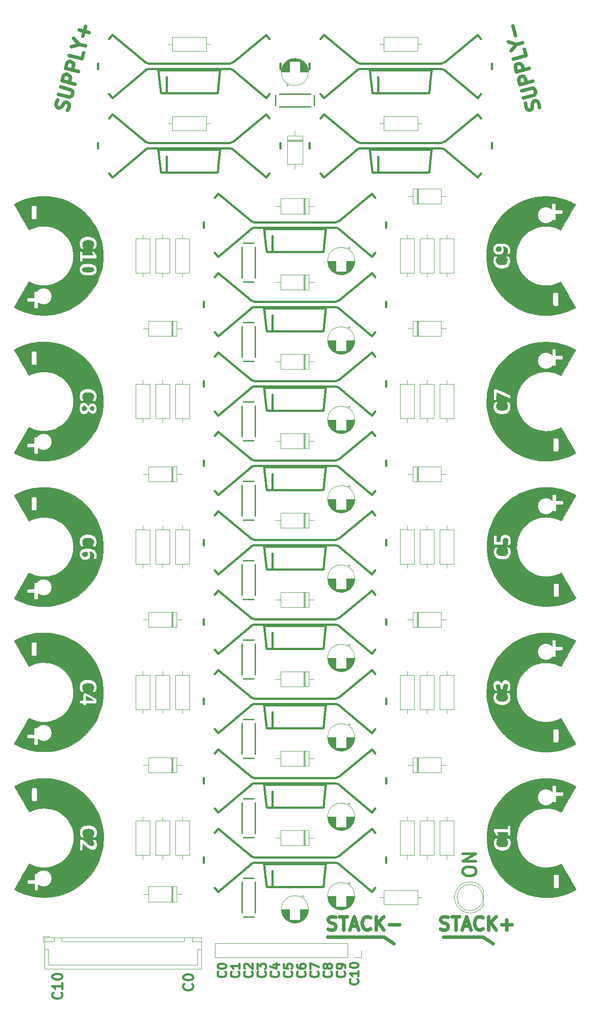
<source format=gbr>
G04 #@! TF.GenerationSoftware,KiCad,Pcbnew,(5.1.4)-1*
G04 #@! TF.CreationDate,2019-10-23T20:28:56-04:00*
G04 #@! TF.ProjectId,Fusion Cell Emulator,46757369-6f6e-4204-9365-6c6c20456d75,rev?*
G04 #@! TF.SameCoordinates,Original*
G04 #@! TF.FileFunction,Legend,Top*
G04 #@! TF.FilePolarity,Positive*
%FSLAX46Y46*%
G04 Gerber Fmt 4.6, Leading zero omitted, Abs format (unit mm)*
G04 Created by KiCad (PCBNEW (5.1.4)-1) date 2019-10-23 20:28:56*
%MOMM*%
%LPD*%
G04 APERTURE LIST*
%ADD10C,0.635000*%
%ADD11C,0.508000*%
%ADD12C,0.381000*%
%ADD13C,0.010000*%
%ADD14C,0.400000*%
%ADD15C,0.120000*%
%ADD16C,0.254000*%
%ADD17C,7.476200*%
%ADD18C,7.576200*%
%ADD19C,3.076200*%
%ADD20C,11.576200*%
%ADD21C,5.076200*%
%ADD22C,2.276200*%
%ADD23R,2.276200X2.276200*%
%ADD24O,1.676200X1.676200*%
%ADD25C,1.676200*%
%ADD26O,1.776200X1.776200*%
%ADD27R,1.776200X1.776200*%
%ADD28O,1.776200X2.026200*%
%ADD29C,0.100000*%
%ADD30C,1.776200*%
%ADD31O,2.276200X2.276200*%
%ADD32C,1.876200*%
%ADD33R,1.876200X1.876200*%
%ADD34R,1.676200X1.676200*%
%ADD35C,1.600200*%
G04 APERTURE END LIST*
D10*
X188595000Y-123190000D02*
X190500000Y-124460000D01*
X180975000Y-123190000D02*
X188595000Y-123190000D01*
X180430714Y-121678095D02*
X180793571Y-121799047D01*
X181398333Y-121799047D01*
X181640238Y-121678095D01*
X181761190Y-121557142D01*
X181882142Y-121315238D01*
X181882142Y-121073333D01*
X181761190Y-120831428D01*
X181640238Y-120710476D01*
X181398333Y-120589523D01*
X180914523Y-120468571D01*
X180672619Y-120347619D01*
X180551666Y-120226666D01*
X180430714Y-119984761D01*
X180430714Y-119742857D01*
X180551666Y-119500952D01*
X180672619Y-119380000D01*
X180914523Y-119259047D01*
X181519285Y-119259047D01*
X181882142Y-119380000D01*
X182607857Y-119259047D02*
X184059285Y-119259047D01*
X183333571Y-121799047D02*
X183333571Y-119259047D01*
X184785000Y-121073333D02*
X185994523Y-121073333D01*
X184543095Y-121799047D02*
X185389761Y-119259047D01*
X186236428Y-121799047D01*
X188534523Y-121557142D02*
X188413571Y-121678095D01*
X188050714Y-121799047D01*
X187808809Y-121799047D01*
X187445952Y-121678095D01*
X187204047Y-121436190D01*
X187083095Y-121194285D01*
X186962142Y-120710476D01*
X186962142Y-120347619D01*
X187083095Y-119863809D01*
X187204047Y-119621904D01*
X187445952Y-119380000D01*
X187808809Y-119259047D01*
X188050714Y-119259047D01*
X188413571Y-119380000D01*
X188534523Y-119500952D01*
X189623095Y-121799047D02*
X189623095Y-119259047D01*
X191074523Y-121799047D02*
X189985952Y-120347619D01*
X191074523Y-119259047D02*
X189623095Y-120710476D01*
X192163095Y-120831428D02*
X194098333Y-120831428D01*
X193130714Y-121799047D02*
X193130714Y-119863809D01*
X169545000Y-123190000D02*
X171450000Y-124460000D01*
X158750000Y-123190000D02*
X169545000Y-123190000D01*
X158840714Y-121678095D02*
X159203571Y-121799047D01*
X159808333Y-121799047D01*
X160050238Y-121678095D01*
X160171190Y-121557142D01*
X160292142Y-121315238D01*
X160292142Y-121073333D01*
X160171190Y-120831428D01*
X160050238Y-120710476D01*
X159808333Y-120589523D01*
X159324523Y-120468571D01*
X159082619Y-120347619D01*
X158961666Y-120226666D01*
X158840714Y-119984761D01*
X158840714Y-119742857D01*
X158961666Y-119500952D01*
X159082619Y-119380000D01*
X159324523Y-119259047D01*
X159929285Y-119259047D01*
X160292142Y-119380000D01*
X161017857Y-119259047D02*
X162469285Y-119259047D01*
X161743571Y-121799047D02*
X161743571Y-119259047D01*
X163195000Y-121073333D02*
X164404523Y-121073333D01*
X162953095Y-121799047D02*
X163799761Y-119259047D01*
X164646428Y-121799047D01*
X166944523Y-121557142D02*
X166823571Y-121678095D01*
X166460714Y-121799047D01*
X166218809Y-121799047D01*
X165855952Y-121678095D01*
X165614047Y-121436190D01*
X165493095Y-121194285D01*
X165372142Y-120710476D01*
X165372142Y-120347619D01*
X165493095Y-119863809D01*
X165614047Y-119621904D01*
X165855952Y-119380000D01*
X166218809Y-119259047D01*
X166460714Y-119259047D01*
X166823571Y-119380000D01*
X166944523Y-119500952D01*
X168033095Y-121799047D02*
X168033095Y-119259047D01*
X169484523Y-121799047D02*
X168395952Y-120347619D01*
X169484523Y-119259047D02*
X168033095Y-120710476D01*
X170573095Y-120831428D02*
X172508333Y-120831428D01*
X108703686Y35545983D02*
X108914431Y35865172D01*
X109070955Y36449327D01*
X109016734Y36714294D01*
X108931207Y36862430D01*
X108728850Y37041870D01*
X108495188Y37104480D01*
X108230221Y37050258D01*
X108082085Y36964732D01*
X107902645Y36762375D01*
X107660595Y36326355D01*
X107481154Y36123998D01*
X107333018Y36038472D01*
X107068051Y35984250D01*
X106834389Y36046860D01*
X106632032Y36226300D01*
X106546506Y36374436D01*
X106492284Y36639403D01*
X106648808Y37223558D01*
X106859554Y37542747D01*
X107024466Y38625531D02*
X109010593Y38093349D01*
X109275560Y38147571D01*
X109423696Y38233097D01*
X109603136Y38435454D01*
X109728355Y38902778D01*
X109674134Y39167745D01*
X109588608Y39315881D01*
X109386250Y39495322D01*
X107400123Y40027503D01*
X110166622Y40538413D02*
X107713171Y41195813D01*
X107963609Y42130461D01*
X108143050Y42332819D01*
X108291185Y42418345D01*
X108556152Y42472566D01*
X108906645Y42378652D01*
X109109003Y42199212D01*
X109194529Y42051076D01*
X109248750Y41786109D01*
X108998312Y40851461D01*
X110824023Y42991864D02*
X108370571Y43649265D01*
X108621009Y44583913D01*
X108800450Y44786270D01*
X108948586Y44871797D01*
X109213553Y44926018D01*
X109564046Y44832104D01*
X109766403Y44652663D01*
X109851929Y44504527D01*
X109906151Y44239560D01*
X109655712Y43304912D01*
X111794471Y46613626D02*
X111481423Y45445316D01*
X109027972Y46102716D01*
X110970513Y48211815D02*
X112138824Y47898768D01*
X109466238Y47738351D02*
X110970513Y48211815D01*
X109904505Y49373985D01*
X111642442Y49784840D02*
X112143319Y51654137D01*
X112827529Y50469050D02*
X110958232Y50969927D01*
X199352441Y36078165D02*
X199375357Y36459963D01*
X199218833Y37044118D01*
X199039393Y37246475D01*
X198891257Y37332001D01*
X198626290Y37386223D01*
X198392628Y37323613D01*
X198190271Y37144173D01*
X198104745Y36996037D01*
X198050523Y36731070D01*
X198058911Y36232441D01*
X198004690Y35967474D01*
X197919164Y35819338D01*
X197716806Y35639898D01*
X197483144Y35577288D01*
X197218177Y35631510D01*
X197070042Y35717036D01*
X196890601Y35919393D01*
X196734077Y36503548D01*
X196756994Y36885346D01*
X196358420Y37905521D02*
X198344547Y38437702D01*
X198546904Y38617143D01*
X198632431Y38765278D01*
X198686652Y39030245D01*
X198561433Y39497569D01*
X198381992Y39699927D01*
X198233857Y39785453D01*
X197968890Y39839674D01*
X195982762Y39307493D01*
X198123166Y41133204D02*
X195669715Y40475803D01*
X195419276Y41410452D01*
X195473498Y41675418D01*
X195559024Y41823554D01*
X195761381Y42002995D01*
X196111874Y42096909D01*
X196376841Y42042688D01*
X196524977Y41957161D01*
X196704418Y41754804D01*
X196954856Y40820156D01*
X197465766Y43586655D02*
X195012314Y42929255D01*
X194761876Y43863903D01*
X194816097Y44128870D01*
X194901624Y44277006D01*
X195103981Y44456446D01*
X195454474Y44550361D01*
X195719441Y44496139D01*
X195867577Y44410613D01*
X196047017Y44208256D01*
X196297455Y43273607D01*
X196495318Y47208417D02*
X196808365Y46040107D01*
X194354914Y45382707D01*
X194982655Y48180511D02*
X196150965Y48493558D01*
X193916647Y47018341D02*
X194982655Y48180511D01*
X193478380Y48653975D01*
X194778050Y49878755D02*
X194277173Y51748051D01*
D11*
X184664047Y-110792380D02*
X184664047Y-110308571D01*
X184785000Y-110066666D01*
X185026904Y-109824761D01*
X185510714Y-109703809D01*
X186357380Y-109703809D01*
X186841190Y-109824761D01*
X187083095Y-110066666D01*
X187204047Y-110308571D01*
X187204047Y-110792380D01*
X187083095Y-111034285D01*
X186841190Y-111276190D01*
X186357380Y-111397142D01*
X185510714Y-111397142D01*
X185026904Y-111276190D01*
X184785000Y-111034285D01*
X184664047Y-110792380D01*
X187204047Y-108615238D02*
X184664047Y-108615238D01*
X187204047Y-107163809D01*
X184664047Y-107163809D01*
D12*
X164419642Y-131236357D02*
X164498261Y-131314976D01*
X164576880Y-131550833D01*
X164576880Y-131708071D01*
X164498261Y-131943928D01*
X164341023Y-132101166D01*
X164183785Y-132179785D01*
X163869309Y-132258404D01*
X163633452Y-132258404D01*
X163318976Y-132179785D01*
X163161738Y-132101166D01*
X163004500Y-131943928D01*
X162925880Y-131708071D01*
X162925880Y-131550833D01*
X163004500Y-131314976D01*
X163083119Y-131236357D01*
X164576880Y-129663976D02*
X164576880Y-130607404D01*
X164576880Y-130135690D02*
X162925880Y-130135690D01*
X163161738Y-130292928D01*
X163318976Y-130450166D01*
X163397595Y-130607404D01*
X162925880Y-128641928D02*
X162925880Y-128484690D01*
X163004500Y-128327452D01*
X163083119Y-128248833D01*
X163240357Y-128170214D01*
X163554833Y-128091595D01*
X163947928Y-128091595D01*
X164262404Y-128170214D01*
X164419642Y-128248833D01*
X164498261Y-128327452D01*
X164576880Y-128484690D01*
X164576880Y-128641928D01*
X164498261Y-128799166D01*
X164419642Y-128877785D01*
X164262404Y-128956404D01*
X163947928Y-129035023D01*
X163554833Y-129035023D01*
X163240357Y-128956404D01*
X163083119Y-128877785D01*
X163004500Y-128799166D01*
X162925880Y-128641928D01*
X161879642Y-129815166D02*
X161958261Y-129893785D01*
X162036880Y-130129642D01*
X162036880Y-130286880D01*
X161958261Y-130522738D01*
X161801023Y-130679976D01*
X161643785Y-130758595D01*
X161329309Y-130837214D01*
X161093452Y-130837214D01*
X160778976Y-130758595D01*
X160621738Y-130679976D01*
X160464500Y-130522738D01*
X160385880Y-130286880D01*
X160385880Y-130129642D01*
X160464500Y-129893785D01*
X160543119Y-129815166D01*
X162036880Y-129028976D02*
X162036880Y-128714500D01*
X161958261Y-128557261D01*
X161879642Y-128478642D01*
X161643785Y-128321404D01*
X161329309Y-128242785D01*
X160700357Y-128242785D01*
X160543119Y-128321404D01*
X160464500Y-128400023D01*
X160385880Y-128557261D01*
X160385880Y-128871738D01*
X160464500Y-129028976D01*
X160543119Y-129107595D01*
X160700357Y-129186214D01*
X161093452Y-129186214D01*
X161250690Y-129107595D01*
X161329309Y-129028976D01*
X161407928Y-128871738D01*
X161407928Y-128557261D01*
X161329309Y-128400023D01*
X161250690Y-128321404D01*
X161093452Y-128242785D01*
X159339642Y-129815166D02*
X159418261Y-129893785D01*
X159496880Y-130129642D01*
X159496880Y-130286880D01*
X159418261Y-130522738D01*
X159261023Y-130679976D01*
X159103785Y-130758595D01*
X158789309Y-130837214D01*
X158553452Y-130837214D01*
X158238976Y-130758595D01*
X158081738Y-130679976D01*
X157924500Y-130522738D01*
X157845880Y-130286880D01*
X157845880Y-130129642D01*
X157924500Y-129893785D01*
X158003119Y-129815166D01*
X158553452Y-128871738D02*
X158474833Y-129028976D01*
X158396214Y-129107595D01*
X158238976Y-129186214D01*
X158160357Y-129186214D01*
X158003119Y-129107595D01*
X157924500Y-129028976D01*
X157845880Y-128871738D01*
X157845880Y-128557261D01*
X157924500Y-128400023D01*
X158003119Y-128321404D01*
X158160357Y-128242785D01*
X158238976Y-128242785D01*
X158396214Y-128321404D01*
X158474833Y-128400023D01*
X158553452Y-128557261D01*
X158553452Y-128871738D01*
X158632071Y-129028976D01*
X158710690Y-129107595D01*
X158867928Y-129186214D01*
X159182404Y-129186214D01*
X159339642Y-129107595D01*
X159418261Y-129028976D01*
X159496880Y-128871738D01*
X159496880Y-128557261D01*
X159418261Y-128400023D01*
X159339642Y-128321404D01*
X159182404Y-128242785D01*
X158867928Y-128242785D01*
X158710690Y-128321404D01*
X158632071Y-128400023D01*
X158553452Y-128557261D01*
X156799642Y-129815166D02*
X156878261Y-129893785D01*
X156956880Y-130129642D01*
X156956880Y-130286880D01*
X156878261Y-130522738D01*
X156721023Y-130679976D01*
X156563785Y-130758595D01*
X156249309Y-130837214D01*
X156013452Y-130837214D01*
X155698976Y-130758595D01*
X155541738Y-130679976D01*
X155384500Y-130522738D01*
X155305880Y-130286880D01*
X155305880Y-130129642D01*
X155384500Y-129893785D01*
X155463119Y-129815166D01*
X155305880Y-129264833D02*
X155305880Y-128164166D01*
X156956880Y-128871738D01*
X154259642Y-129815166D02*
X154338261Y-129893785D01*
X154416880Y-130129642D01*
X154416880Y-130286880D01*
X154338261Y-130522738D01*
X154181023Y-130679976D01*
X154023785Y-130758595D01*
X153709309Y-130837214D01*
X153473452Y-130837214D01*
X153158976Y-130758595D01*
X153001738Y-130679976D01*
X152844500Y-130522738D01*
X152765880Y-130286880D01*
X152765880Y-130129642D01*
X152844500Y-129893785D01*
X152923119Y-129815166D01*
X152765880Y-128400023D02*
X152765880Y-128714500D01*
X152844500Y-128871738D01*
X152923119Y-128950357D01*
X153158976Y-129107595D01*
X153473452Y-129186214D01*
X154102404Y-129186214D01*
X154259642Y-129107595D01*
X154338261Y-129028976D01*
X154416880Y-128871738D01*
X154416880Y-128557261D01*
X154338261Y-128400023D01*
X154259642Y-128321404D01*
X154102404Y-128242785D01*
X153709309Y-128242785D01*
X153552071Y-128321404D01*
X153473452Y-128400023D01*
X153394833Y-128557261D01*
X153394833Y-128871738D01*
X153473452Y-129028976D01*
X153552071Y-129107595D01*
X153709309Y-129186214D01*
X151719642Y-129815166D02*
X151798261Y-129893785D01*
X151876880Y-130129642D01*
X151876880Y-130286880D01*
X151798261Y-130522738D01*
X151641023Y-130679976D01*
X151483785Y-130758595D01*
X151169309Y-130837214D01*
X150933452Y-130837214D01*
X150618976Y-130758595D01*
X150461738Y-130679976D01*
X150304500Y-130522738D01*
X150225880Y-130286880D01*
X150225880Y-130129642D01*
X150304500Y-129893785D01*
X150383119Y-129815166D01*
X150225880Y-128321404D02*
X150225880Y-129107595D01*
X151012071Y-129186214D01*
X150933452Y-129107595D01*
X150854833Y-128950357D01*
X150854833Y-128557261D01*
X150933452Y-128400023D01*
X151012071Y-128321404D01*
X151169309Y-128242785D01*
X151562404Y-128242785D01*
X151719642Y-128321404D01*
X151798261Y-128400023D01*
X151876880Y-128557261D01*
X151876880Y-128950357D01*
X151798261Y-129107595D01*
X151719642Y-129186214D01*
X149179642Y-129815166D02*
X149258261Y-129893785D01*
X149336880Y-130129642D01*
X149336880Y-130286880D01*
X149258261Y-130522738D01*
X149101023Y-130679976D01*
X148943785Y-130758595D01*
X148629309Y-130837214D01*
X148393452Y-130837214D01*
X148078976Y-130758595D01*
X147921738Y-130679976D01*
X147764500Y-130522738D01*
X147685880Y-130286880D01*
X147685880Y-130129642D01*
X147764500Y-129893785D01*
X147843119Y-129815166D01*
X148236214Y-128400023D02*
X149336880Y-128400023D01*
X147607261Y-128793119D02*
X148786547Y-129186214D01*
X148786547Y-128164166D01*
X146639642Y-129815166D02*
X146718261Y-129893785D01*
X146796880Y-130129642D01*
X146796880Y-130286880D01*
X146718261Y-130522738D01*
X146561023Y-130679976D01*
X146403785Y-130758595D01*
X146089309Y-130837214D01*
X145853452Y-130837214D01*
X145538976Y-130758595D01*
X145381738Y-130679976D01*
X145224500Y-130522738D01*
X145145880Y-130286880D01*
X145145880Y-130129642D01*
X145224500Y-129893785D01*
X145303119Y-129815166D01*
X145145880Y-129264833D02*
X145145880Y-128242785D01*
X145774833Y-128793119D01*
X145774833Y-128557261D01*
X145853452Y-128400023D01*
X145932071Y-128321404D01*
X146089309Y-128242785D01*
X146482404Y-128242785D01*
X146639642Y-128321404D01*
X146718261Y-128400023D01*
X146796880Y-128557261D01*
X146796880Y-129028976D01*
X146718261Y-129186214D01*
X146639642Y-129264833D01*
X144099642Y-129815166D02*
X144178261Y-129893785D01*
X144256880Y-130129642D01*
X144256880Y-130286880D01*
X144178261Y-130522738D01*
X144021023Y-130679976D01*
X143863785Y-130758595D01*
X143549309Y-130837214D01*
X143313452Y-130837214D01*
X142998976Y-130758595D01*
X142841738Y-130679976D01*
X142684500Y-130522738D01*
X142605880Y-130286880D01*
X142605880Y-130129642D01*
X142684500Y-129893785D01*
X142763119Y-129815166D01*
X142763119Y-129186214D02*
X142684500Y-129107595D01*
X142605880Y-128950357D01*
X142605880Y-128557261D01*
X142684500Y-128400023D01*
X142763119Y-128321404D01*
X142920357Y-128242785D01*
X143077595Y-128242785D01*
X143313452Y-128321404D01*
X144256880Y-129264833D01*
X144256880Y-128242785D01*
X141559642Y-129815166D02*
X141638261Y-129893785D01*
X141716880Y-130129642D01*
X141716880Y-130286880D01*
X141638261Y-130522738D01*
X141481023Y-130679976D01*
X141323785Y-130758595D01*
X141009309Y-130837214D01*
X140773452Y-130837214D01*
X140458976Y-130758595D01*
X140301738Y-130679976D01*
X140144500Y-130522738D01*
X140065880Y-130286880D01*
X140065880Y-130129642D01*
X140144500Y-129893785D01*
X140223119Y-129815166D01*
X141716880Y-128242785D02*
X141716880Y-129186214D01*
X141716880Y-128714500D02*
X140065880Y-128714500D01*
X140301738Y-128871738D01*
X140458976Y-129028976D01*
X140537595Y-129186214D01*
X139019642Y-129815166D02*
X139098261Y-129893785D01*
X139176880Y-130129642D01*
X139176880Y-130286880D01*
X139098261Y-130522738D01*
X138941023Y-130679976D01*
X138783785Y-130758595D01*
X138469309Y-130837214D01*
X138233452Y-130837214D01*
X137918976Y-130758595D01*
X137761738Y-130679976D01*
X137604500Y-130522738D01*
X137525880Y-130286880D01*
X137525880Y-130129642D01*
X137604500Y-129893785D01*
X137683119Y-129815166D01*
X137525880Y-128793119D02*
X137525880Y-128635880D01*
X137604500Y-128478642D01*
X137683119Y-128400023D01*
X137840357Y-128321404D01*
X138154833Y-128242785D01*
X138547928Y-128242785D01*
X138862404Y-128321404D01*
X139019642Y-128400023D01*
X139098261Y-128478642D01*
X139176880Y-128635880D01*
X139176880Y-128793119D01*
X139098261Y-128950357D01*
X139019642Y-129028976D01*
X138862404Y-129107595D01*
X138547928Y-129186214D01*
X138154833Y-129186214D01*
X137840357Y-129107595D01*
X137683119Y-129028976D01*
X137604500Y-128950357D01*
X137525880Y-128793119D01*
X132633357Y-132143500D02*
X132724071Y-132234214D01*
X132814785Y-132506357D01*
X132814785Y-132687785D01*
X132724071Y-132959928D01*
X132542642Y-133141357D01*
X132361214Y-133232071D01*
X131998357Y-133322785D01*
X131726214Y-133322785D01*
X131363357Y-133232071D01*
X131181928Y-133141357D01*
X131000500Y-132959928D01*
X130909785Y-132687785D01*
X130909785Y-132506357D01*
X131000500Y-132234214D01*
X131091214Y-132143500D01*
X130909785Y-130964214D02*
X130909785Y-130782785D01*
X131000500Y-130601357D01*
X131091214Y-130510642D01*
X131272642Y-130419928D01*
X131635500Y-130329214D01*
X132089071Y-130329214D01*
X132451928Y-130419928D01*
X132633357Y-130510642D01*
X132724071Y-130601357D01*
X132814785Y-130782785D01*
X132814785Y-130964214D01*
X132724071Y-131145642D01*
X132633357Y-131236357D01*
X132451928Y-131327071D01*
X132089071Y-131417785D01*
X131635500Y-131417785D01*
X131272642Y-131327071D01*
X131091214Y-131236357D01*
X131000500Y-131145642D01*
X130909785Y-130964214D01*
X107487357Y-133812642D02*
X107578071Y-133903357D01*
X107668785Y-134175500D01*
X107668785Y-134356928D01*
X107578071Y-134629071D01*
X107396642Y-134810500D01*
X107215214Y-134901214D01*
X106852357Y-134991928D01*
X106580214Y-134991928D01*
X106217357Y-134901214D01*
X106035928Y-134810500D01*
X105854500Y-134629071D01*
X105763785Y-134356928D01*
X105763785Y-134175500D01*
X105854500Y-133903357D01*
X105945214Y-133812642D01*
X107668785Y-131998357D02*
X107668785Y-133086928D01*
X107668785Y-132542642D02*
X105763785Y-132542642D01*
X106035928Y-132724071D01*
X106217357Y-132905500D01*
X106308071Y-133086928D01*
X105763785Y-130819071D02*
X105763785Y-130637642D01*
X105854500Y-130456214D01*
X105945214Y-130365500D01*
X106126642Y-130274785D01*
X106489500Y-130184071D01*
X106943071Y-130184071D01*
X107305928Y-130274785D01*
X107487357Y-130365500D01*
X107578071Y-130456214D01*
X107668785Y-130637642D01*
X107668785Y-130819071D01*
X107578071Y-131000500D01*
X107487357Y-131091214D01*
X107305928Y-131181928D01*
X106943071Y-131272642D01*
X106489500Y-131272642D01*
X106126642Y-131181928D01*
X105945214Y-131091214D01*
X105854500Y-131000500D01*
X105763785Y-130819071D01*
D13*
G04 #@! TO.C,G\002A\002A\002A*
G36*
X189274687Y-103883200D02*
G01*
X189310000Y-103181537D01*
X189383330Y-102505899D01*
X189496294Y-101846879D01*
X189650511Y-101195065D01*
X189847599Y-100541047D01*
X189851147Y-100530400D01*
X190115678Y-99816384D01*
X190423353Y-99127759D01*
X190772528Y-98465946D01*
X191161557Y-97832365D01*
X191588797Y-97228437D01*
X192052602Y-96655582D01*
X192551329Y-96115221D01*
X193083332Y-95608774D01*
X193646967Y-95137662D01*
X194240589Y-94703304D01*
X194862554Y-94307123D01*
X195511216Y-93950537D01*
X196184933Y-93634967D01*
X196882058Y-93361834D01*
X197600947Y-93132559D01*
X198339956Y-92948562D01*
X198715600Y-92874148D01*
X198945946Y-92833749D01*
X199153514Y-92800908D01*
X199347787Y-92774882D01*
X199538248Y-92754931D01*
X199734379Y-92740315D01*
X199945663Y-92730291D01*
X200181584Y-92724121D01*
X200451623Y-92721062D01*
X200684100Y-92720363D01*
X200974794Y-92720980D01*
X201223917Y-92723602D01*
X201440683Y-92728900D01*
X201634302Y-92737543D01*
X201813986Y-92750199D01*
X201988949Y-92767539D01*
X202168400Y-92790231D01*
X202361554Y-92818945D01*
X202577621Y-92854349D01*
X202614500Y-92860606D01*
X203282979Y-92993595D01*
X203927667Y-93161912D01*
X204558236Y-93368756D01*
X205184360Y-93617322D01*
X205815713Y-93910809D01*
X205861484Y-93933685D01*
X206037888Y-94022864D01*
X206173289Y-94092993D01*
X206272504Y-94146962D01*
X206340347Y-94187663D01*
X206381632Y-94217988D01*
X206401175Y-94240829D01*
X206403791Y-94259075D01*
X206403729Y-94259319D01*
X206390308Y-94284814D01*
X206353486Y-94350884D01*
X206295235Y-94454094D01*
X206217527Y-94591009D01*
X206122336Y-94758194D01*
X206011634Y-94952215D01*
X205887393Y-95169636D01*
X205751586Y-95407025D01*
X205606185Y-95660944D01*
X205453163Y-95927961D01*
X205294493Y-96204640D01*
X205132147Y-96487547D01*
X204968097Y-96773247D01*
X204804317Y-97058305D01*
X204642778Y-97339287D01*
X204485453Y-97612757D01*
X204334316Y-97875282D01*
X204191338Y-98123426D01*
X204058491Y-98353755D01*
X203937749Y-98562835D01*
X203831084Y-98747230D01*
X203740469Y-98903505D01*
X203667876Y-99028227D01*
X203615277Y-99117961D01*
X203584646Y-99169271D01*
X203577727Y-99180065D01*
X203553859Y-99172545D01*
X203492594Y-99146117D01*
X203402038Y-99104467D01*
X203290295Y-99051275D01*
X203232468Y-99023191D01*
X202756850Y-98813861D01*
X202282601Y-98652663D01*
X202220391Y-98637796D01*
X202220391Y-97304600D01*
X202368034Y-97297806D01*
X202472174Y-97277798D01*
X202501461Y-97265848D01*
X202576400Y-97227096D01*
X202576400Y-96060000D01*
X203193845Y-96060000D01*
X203398005Y-96059689D01*
X203557393Y-96057986D01*
X203678033Y-96053734D01*
X203765951Y-96045778D01*
X203827175Y-96032962D01*
X203867730Y-96014130D01*
X203893642Y-95988127D01*
X203910937Y-95953797D01*
X203922393Y-95920271D01*
X203937182Y-95838481D01*
X203942075Y-95730279D01*
X203938054Y-95611809D01*
X203926098Y-95499213D01*
X203907189Y-95408636D01*
X203888609Y-95364208D01*
X203845228Y-95298000D01*
X202576400Y-95298000D01*
X202576400Y-94130772D01*
X202507667Y-94085736D01*
X202455317Y-94061294D01*
X202382224Y-94047089D01*
X202276015Y-94041178D01*
X202220799Y-94040700D01*
X202097672Y-94043807D01*
X202012667Y-94054422D01*
X201953413Y-94074487D01*
X201933932Y-94085736D01*
X201865200Y-94130772D01*
X201865200Y-95298000D01*
X200596371Y-95298000D01*
X200552161Y-95365473D01*
X200528823Y-95415671D01*
X200514840Y-95486763D01*
X200508467Y-95590435D01*
X200507575Y-95663923D01*
X200513428Y-95817808D01*
X200532698Y-95928804D01*
X200567084Y-96003453D01*
X200605352Y-96040562D01*
X200637630Y-96045778D01*
X200713378Y-96050464D01*
X200825267Y-96054403D01*
X200965967Y-96057379D01*
X201128150Y-96059174D01*
X201249250Y-96059612D01*
X201865200Y-96060000D01*
X201865588Y-96625150D01*
X201866509Y-96790516D01*
X201868871Y-96939315D01*
X201872427Y-97063857D01*
X201876929Y-97156449D01*
X201882132Y-97209399D01*
X201884638Y-97218248D01*
X201935231Y-97262419D01*
X202020373Y-97290226D01*
X202146008Y-97303195D01*
X202220391Y-97304600D01*
X202220391Y-98637796D01*
X201802052Y-98537815D01*
X201307533Y-98467534D01*
X200791372Y-98440034D01*
X200722200Y-98439509D01*
X200223410Y-98456286D01*
X199751110Y-98510788D01*
X199295421Y-98605268D01*
X198846468Y-98741981D01*
X198394374Y-98923179D01*
X198194900Y-99016131D01*
X197730742Y-99268851D01*
X197295985Y-99561716D01*
X196892563Y-99892136D01*
X196522412Y-100257521D01*
X196187466Y-100655281D01*
X195889659Y-101082825D01*
X195630925Y-101537565D01*
X195413201Y-102016910D01*
X195238420Y-102518271D01*
X195108517Y-103039057D01*
X195081030Y-103184700D01*
X195052415Y-103388781D01*
X195030731Y-103627825D01*
X195016495Y-103886403D01*
X195010224Y-104149086D01*
X195012433Y-104400444D01*
X195023638Y-104625048D01*
X195030328Y-104699838D01*
X195105352Y-105211741D01*
X195223714Y-105703508D01*
X195387859Y-106183614D01*
X195589640Y-106639100D01*
X195852616Y-107119898D01*
X196150909Y-107564266D01*
X196485064Y-107972806D01*
X196855626Y-108346123D01*
X197263140Y-108684820D01*
X197708150Y-108989500D01*
X197715425Y-108994008D01*
X198171514Y-109247111D01*
X198646684Y-109455483D01*
X199137080Y-109619005D01*
X199638845Y-109737556D01*
X200148125Y-109811016D01*
X200661064Y-109839264D01*
X201173805Y-109822180D01*
X201682494Y-109759645D01*
X202183275Y-109651538D01*
X202672291Y-109497739D01*
X203145688Y-109298127D01*
X203393860Y-109171033D01*
X203475904Y-109128438D01*
X203539257Y-109099662D01*
X203572355Y-109089858D01*
X203574326Y-109090628D01*
X203589354Y-109115190D01*
X203627698Y-109180370D01*
X203687380Y-109282733D01*
X203766421Y-109418841D01*
X203862842Y-109585260D01*
X203974665Y-109778552D01*
X204099912Y-109995282D01*
X204236603Y-110232013D01*
X204382760Y-110485309D01*
X204536405Y-110751734D01*
X204695559Y-111027852D01*
X204858244Y-111310226D01*
X205022481Y-111595420D01*
X205186291Y-111879999D01*
X205347695Y-112160525D01*
X205504717Y-112433563D01*
X205655375Y-112695676D01*
X205797693Y-112943429D01*
X205929691Y-113173385D01*
X206049392Y-113382107D01*
X206154816Y-113566160D01*
X206243984Y-113722108D01*
X206314919Y-113846514D01*
X206365642Y-113935942D01*
X206394174Y-113986955D01*
X206399825Y-113997713D01*
X206396754Y-114037776D01*
X206352067Y-114080795D01*
X206331569Y-114094322D01*
X206248059Y-114142291D01*
X206126423Y-114206291D01*
X205975204Y-114282290D01*
X205802947Y-114366255D01*
X205618195Y-114454153D01*
X205429492Y-114541951D01*
X205245383Y-114625617D01*
X205074410Y-114701119D01*
X204925117Y-114764424D01*
X204837000Y-114799742D01*
X204171380Y-115034797D01*
X203497458Y-115227363D01*
X202806405Y-115379621D01*
X202570564Y-115417162D01*
X202570564Y-113763659D01*
X202694334Y-113761137D01*
X202809194Y-113754456D01*
X202899382Y-113744749D01*
X202937601Y-113737272D01*
X202976866Y-113726453D01*
X203009664Y-113714815D01*
X203036575Y-113698010D01*
X203058181Y-113671692D01*
X203075063Y-113631515D01*
X203087803Y-113573132D01*
X203096981Y-113492196D01*
X203103181Y-113384361D01*
X203106983Y-113245281D01*
X203108968Y-113070609D01*
X203109718Y-112855998D01*
X203109815Y-112597103D01*
X203109800Y-112450049D01*
X203109720Y-112178115D01*
X203109359Y-111952437D01*
X203108528Y-111768468D01*
X203107043Y-111621665D01*
X203104716Y-111507482D01*
X203101362Y-111421374D01*
X203096793Y-111358796D01*
X203090825Y-111315204D01*
X203083270Y-111286052D01*
X203073943Y-111266795D01*
X203062656Y-111252889D01*
X203060649Y-111250850D01*
X202991078Y-111203490D01*
X202889261Y-111171373D01*
X202749358Y-111153257D01*
X202576400Y-111147884D01*
X202406169Y-111152693D01*
X202278312Y-111168368D01*
X202185205Y-111196783D01*
X202119224Y-111239813D01*
X202094955Y-111266201D01*
X202082497Y-111283509D01*
X202072207Y-111303957D01*
X202063878Y-111332246D01*
X202057304Y-111373076D01*
X202052276Y-111431146D01*
X202048589Y-111511157D01*
X202046034Y-111617808D01*
X202044405Y-111755801D01*
X202043494Y-111929833D01*
X202043095Y-112144607D01*
X202043000Y-112404820D01*
X202043000Y-112445231D01*
X202043533Y-112750475D01*
X202045164Y-113006807D01*
X202047939Y-113216104D01*
X202051904Y-113380242D01*
X202057104Y-113501099D01*
X202063586Y-113580552D01*
X202071396Y-113620478D01*
X202071849Y-113621528D01*
X202117587Y-113680358D01*
X202196299Y-113722511D01*
X202312650Y-113749317D01*
X202471306Y-113762106D01*
X202570564Y-113763659D01*
X202570564Y-115417162D01*
X202089391Y-115493755D01*
X201966800Y-115509218D01*
X201793619Y-115525666D01*
X201579369Y-115538667D01*
X201333665Y-115548221D01*
X201066121Y-115554328D01*
X200786351Y-115556987D01*
X200503969Y-115556200D01*
X200228590Y-115551966D01*
X199969828Y-115544285D01*
X199737297Y-115533157D01*
X199540612Y-115518581D01*
X199452200Y-115509218D01*
X198676781Y-115390508D01*
X197920663Y-115225583D01*
X197184993Y-115015004D01*
X196470921Y-114759334D01*
X195779596Y-114459136D01*
X195112168Y-114114971D01*
X194469784Y-113727403D01*
X193853596Y-113296992D01*
X193264751Y-112824302D01*
X192704399Y-112309895D01*
X192505187Y-112109790D01*
X192149700Y-111722885D01*
X192149700Y-106567862D01*
X192474744Y-106563504D01*
X192770022Y-106522645D01*
X193033888Y-106446270D01*
X193264699Y-106335361D01*
X193460813Y-106190903D01*
X193620585Y-106013880D01*
X193742371Y-105805275D01*
X193824530Y-105566072D01*
X193824755Y-105565147D01*
X193851203Y-105402342D01*
X193861854Y-105211247D01*
X193856959Y-105011769D01*
X193836769Y-104823816D01*
X193813955Y-104710871D01*
X193768267Y-104561300D01*
X193713638Y-104428552D01*
X193676326Y-104361159D01*
X193676326Y-103706692D01*
X193718222Y-103701320D01*
X193750667Y-103685727D01*
X193774857Y-103655256D01*
X193791986Y-103605249D01*
X193803250Y-103531048D01*
X193809846Y-103427998D01*
X193812967Y-103291440D01*
X193813811Y-103116717D01*
X193813571Y-102899172D01*
X193813400Y-102715877D01*
X193813400Y-101778940D01*
X193721538Y-101748623D01*
X193634089Y-101731926D01*
X193532149Y-101729696D01*
X193434849Y-101740633D01*
X193361318Y-101763434D01*
X193344342Y-101774301D01*
X193326174Y-101800590D01*
X193314380Y-101849252D01*
X193307849Y-101929069D01*
X193305475Y-102048822D01*
X193305400Y-102082688D01*
X193305400Y-102358755D01*
X191952850Y-102365328D01*
X190600300Y-102371900D01*
X190582470Y-102486200D01*
X190574905Y-102577570D01*
X190574741Y-102688591D01*
X190578754Y-102756210D01*
X190586193Y-102818152D01*
X190599070Y-102874061D01*
X190621708Y-102933049D01*
X190658432Y-103004230D01*
X190713567Y-103096716D01*
X190791436Y-103219619D01*
X190818931Y-103262318D01*
X190914316Y-103410408D01*
X190987257Y-103521528D01*
X191043676Y-103600851D01*
X191089494Y-103653549D01*
X191130633Y-103684796D01*
X191173015Y-103699763D01*
X191222561Y-103703624D01*
X191285193Y-103701552D01*
X191320005Y-103700032D01*
X191424070Y-103693924D01*
X191493998Y-103680759D01*
X191531237Y-103654153D01*
X191537236Y-103607719D01*
X191513442Y-103535070D01*
X191461305Y-103429822D01*
X191404782Y-103326210D01*
X191345743Y-103218626D01*
X191296864Y-103127923D01*
X191262804Y-103062865D01*
X191248222Y-103032219D01*
X191248000Y-103031198D01*
X191272509Y-103028683D01*
X191342475Y-103026357D01*
X191452553Y-103024278D01*
X191597401Y-103022507D01*
X191771675Y-103021104D01*
X191970032Y-103020130D01*
X192187128Y-103019644D01*
X192276700Y-103019600D01*
X193305400Y-103019600D01*
X193305400Y-103336207D01*
X193306288Y-103479817D01*
X193312484Y-103580319D01*
X193329278Y-103645408D01*
X193361963Y-103682775D01*
X193415833Y-103700115D01*
X193496180Y-103705119D01*
X193559400Y-103705400D01*
X193623784Y-103706500D01*
X193676326Y-103706692D01*
X193676326Y-104361159D01*
X193655116Y-104322848D01*
X193597751Y-104254407D01*
X193583167Y-104243675D01*
X193512203Y-104215294D01*
X193417569Y-104198236D01*
X193312713Y-104192247D01*
X193211081Y-104197073D01*
X193126120Y-104212462D01*
X193071278Y-104238158D01*
X193059800Y-104253546D01*
X193064839Y-104290366D01*
X193089590Y-104360659D01*
X193129704Y-104453154D01*
X193164465Y-104524818D01*
X193222771Y-104645399D01*
X193260331Y-104740074D01*
X193282637Y-104826436D01*
X193295180Y-104922080D01*
X193297566Y-104951263D01*
X193292984Y-105165287D01*
X193245456Y-105352727D01*
X193155450Y-105512758D01*
X193023431Y-105644558D01*
X192849864Y-105747303D01*
X192846652Y-105748751D01*
X192661333Y-105810527D01*
X192445868Y-105847170D01*
X192214337Y-105858543D01*
X191980820Y-105844504D01*
X191759399Y-105804915D01*
X191616487Y-105760933D01*
X191485998Y-105694267D01*
X191360814Y-105599161D01*
X191253094Y-105487433D01*
X191175002Y-105370905D01*
X191148023Y-105305600D01*
X191115356Y-105113551D01*
X191126235Y-104909849D01*
X191178699Y-104705421D01*
X191270785Y-104511190D01*
X191298501Y-104467400D01*
X191354116Y-104367081D01*
X191372906Y-104290091D01*
X191354242Y-104240550D01*
X191334822Y-104228818D01*
X191271486Y-104216866D01*
X191176681Y-104212532D01*
X191068051Y-104215070D01*
X190963240Y-104223735D01*
X190879891Y-104237780D01*
X190845462Y-104249503D01*
X190770320Y-104313362D01*
X190701632Y-104419031D01*
X190642486Y-104557634D01*
X190595972Y-104720292D01*
X190565178Y-104898129D01*
X190553193Y-105082267D01*
X190553148Y-105089700D01*
X190573951Y-105371045D01*
X190637671Y-105627758D01*
X190743098Y-105857783D01*
X190889024Y-106059063D01*
X191074237Y-106229540D01*
X191297530Y-106367159D01*
X191307096Y-106371882D01*
X191466747Y-106444101D01*
X191614891Y-106496203D01*
X191766935Y-106531770D01*
X191938284Y-106554387D01*
X192144346Y-106567636D01*
X192149700Y-106567862D01*
X192149700Y-111722885D01*
X192030478Y-111593126D01*
X191599466Y-111063559D01*
X191206451Y-110513003D01*
X190845736Y-109933372D01*
X190511619Y-109316580D01*
X190451143Y-109195472D01*
X190133690Y-108498028D01*
X189866493Y-107794709D01*
X189649180Y-107083840D01*
X189481379Y-106363746D01*
X189362721Y-105632751D01*
X189292834Y-104889180D01*
X189271346Y-104131357D01*
X189274687Y-103883200D01*
X189274687Y-103883200D01*
G37*
X189274687Y-103883200D02*
X189310000Y-103181537D01*
X189383330Y-102505899D01*
X189496294Y-101846879D01*
X189650511Y-101195065D01*
X189847599Y-100541047D01*
X189851147Y-100530400D01*
X190115678Y-99816384D01*
X190423353Y-99127759D01*
X190772528Y-98465946D01*
X191161557Y-97832365D01*
X191588797Y-97228437D01*
X192052602Y-96655582D01*
X192551329Y-96115221D01*
X193083332Y-95608774D01*
X193646967Y-95137662D01*
X194240589Y-94703304D01*
X194862554Y-94307123D01*
X195511216Y-93950537D01*
X196184933Y-93634967D01*
X196882058Y-93361834D01*
X197600947Y-93132559D01*
X198339956Y-92948562D01*
X198715600Y-92874148D01*
X198945946Y-92833749D01*
X199153514Y-92800908D01*
X199347787Y-92774882D01*
X199538248Y-92754931D01*
X199734379Y-92740315D01*
X199945663Y-92730291D01*
X200181584Y-92724121D01*
X200451623Y-92721062D01*
X200684100Y-92720363D01*
X200974794Y-92720980D01*
X201223917Y-92723602D01*
X201440683Y-92728900D01*
X201634302Y-92737543D01*
X201813986Y-92750199D01*
X201988949Y-92767539D01*
X202168400Y-92790231D01*
X202361554Y-92818945D01*
X202577621Y-92854349D01*
X202614500Y-92860606D01*
X203282979Y-92993595D01*
X203927667Y-93161912D01*
X204558236Y-93368756D01*
X205184360Y-93617322D01*
X205815713Y-93910809D01*
X205861484Y-93933685D01*
X206037888Y-94022864D01*
X206173289Y-94092993D01*
X206272504Y-94146962D01*
X206340347Y-94187663D01*
X206381632Y-94217988D01*
X206401175Y-94240829D01*
X206403791Y-94259075D01*
X206403729Y-94259319D01*
X206390308Y-94284814D01*
X206353486Y-94350884D01*
X206295235Y-94454094D01*
X206217527Y-94591009D01*
X206122336Y-94758194D01*
X206011634Y-94952215D01*
X205887393Y-95169636D01*
X205751586Y-95407025D01*
X205606185Y-95660944D01*
X205453163Y-95927961D01*
X205294493Y-96204640D01*
X205132147Y-96487547D01*
X204968097Y-96773247D01*
X204804317Y-97058305D01*
X204642778Y-97339287D01*
X204485453Y-97612757D01*
X204334316Y-97875282D01*
X204191338Y-98123426D01*
X204058491Y-98353755D01*
X203937749Y-98562835D01*
X203831084Y-98747230D01*
X203740469Y-98903505D01*
X203667876Y-99028227D01*
X203615277Y-99117961D01*
X203584646Y-99169271D01*
X203577727Y-99180065D01*
X203553859Y-99172545D01*
X203492594Y-99146117D01*
X203402038Y-99104467D01*
X203290295Y-99051275D01*
X203232468Y-99023191D01*
X202756850Y-98813861D01*
X202282601Y-98652663D01*
X202220391Y-98637796D01*
X202220391Y-97304600D01*
X202368034Y-97297806D01*
X202472174Y-97277798D01*
X202501461Y-97265848D01*
X202576400Y-97227096D01*
X202576400Y-96060000D01*
X203193845Y-96060000D01*
X203398005Y-96059689D01*
X203557393Y-96057986D01*
X203678033Y-96053734D01*
X203765951Y-96045778D01*
X203827175Y-96032962D01*
X203867730Y-96014130D01*
X203893642Y-95988127D01*
X203910937Y-95953797D01*
X203922393Y-95920271D01*
X203937182Y-95838481D01*
X203942075Y-95730279D01*
X203938054Y-95611809D01*
X203926098Y-95499213D01*
X203907189Y-95408636D01*
X203888609Y-95364208D01*
X203845228Y-95298000D01*
X202576400Y-95298000D01*
X202576400Y-94130772D01*
X202507667Y-94085736D01*
X202455317Y-94061294D01*
X202382224Y-94047089D01*
X202276015Y-94041178D01*
X202220799Y-94040700D01*
X202097672Y-94043807D01*
X202012667Y-94054422D01*
X201953413Y-94074487D01*
X201933932Y-94085736D01*
X201865200Y-94130772D01*
X201865200Y-95298000D01*
X200596371Y-95298000D01*
X200552161Y-95365473D01*
X200528823Y-95415671D01*
X200514840Y-95486763D01*
X200508467Y-95590435D01*
X200507575Y-95663923D01*
X200513428Y-95817808D01*
X200532698Y-95928804D01*
X200567084Y-96003453D01*
X200605352Y-96040562D01*
X200637630Y-96045778D01*
X200713378Y-96050464D01*
X200825267Y-96054403D01*
X200965967Y-96057379D01*
X201128150Y-96059174D01*
X201249250Y-96059612D01*
X201865200Y-96060000D01*
X201865588Y-96625150D01*
X201866509Y-96790516D01*
X201868871Y-96939315D01*
X201872427Y-97063857D01*
X201876929Y-97156449D01*
X201882132Y-97209399D01*
X201884638Y-97218248D01*
X201935231Y-97262419D01*
X202020373Y-97290226D01*
X202146008Y-97303195D01*
X202220391Y-97304600D01*
X202220391Y-98637796D01*
X201802052Y-98537815D01*
X201307533Y-98467534D01*
X200791372Y-98440034D01*
X200722200Y-98439509D01*
X200223410Y-98456286D01*
X199751110Y-98510788D01*
X199295421Y-98605268D01*
X198846468Y-98741981D01*
X198394374Y-98923179D01*
X198194900Y-99016131D01*
X197730742Y-99268851D01*
X197295985Y-99561716D01*
X196892563Y-99892136D01*
X196522412Y-100257521D01*
X196187466Y-100655281D01*
X195889659Y-101082825D01*
X195630925Y-101537565D01*
X195413201Y-102016910D01*
X195238420Y-102518271D01*
X195108517Y-103039057D01*
X195081030Y-103184700D01*
X195052415Y-103388781D01*
X195030731Y-103627825D01*
X195016495Y-103886403D01*
X195010224Y-104149086D01*
X195012433Y-104400444D01*
X195023638Y-104625048D01*
X195030328Y-104699838D01*
X195105352Y-105211741D01*
X195223714Y-105703508D01*
X195387859Y-106183614D01*
X195589640Y-106639100D01*
X195852616Y-107119898D01*
X196150909Y-107564266D01*
X196485064Y-107972806D01*
X196855626Y-108346123D01*
X197263140Y-108684820D01*
X197708150Y-108989500D01*
X197715425Y-108994008D01*
X198171514Y-109247111D01*
X198646684Y-109455483D01*
X199137080Y-109619005D01*
X199638845Y-109737556D01*
X200148125Y-109811016D01*
X200661064Y-109839264D01*
X201173805Y-109822180D01*
X201682494Y-109759645D01*
X202183275Y-109651538D01*
X202672291Y-109497739D01*
X203145688Y-109298127D01*
X203393860Y-109171033D01*
X203475904Y-109128438D01*
X203539257Y-109099662D01*
X203572355Y-109089858D01*
X203574326Y-109090628D01*
X203589354Y-109115190D01*
X203627698Y-109180370D01*
X203687380Y-109282733D01*
X203766421Y-109418841D01*
X203862842Y-109585260D01*
X203974665Y-109778552D01*
X204099912Y-109995282D01*
X204236603Y-110232013D01*
X204382760Y-110485309D01*
X204536405Y-110751734D01*
X204695559Y-111027852D01*
X204858244Y-111310226D01*
X205022481Y-111595420D01*
X205186291Y-111879999D01*
X205347695Y-112160525D01*
X205504717Y-112433563D01*
X205655375Y-112695676D01*
X205797693Y-112943429D01*
X205929691Y-113173385D01*
X206049392Y-113382107D01*
X206154816Y-113566160D01*
X206243984Y-113722108D01*
X206314919Y-113846514D01*
X206365642Y-113935942D01*
X206394174Y-113986955D01*
X206399825Y-113997713D01*
X206396754Y-114037776D01*
X206352067Y-114080795D01*
X206331569Y-114094322D01*
X206248059Y-114142291D01*
X206126423Y-114206291D01*
X205975204Y-114282290D01*
X205802947Y-114366255D01*
X205618195Y-114454153D01*
X205429492Y-114541951D01*
X205245383Y-114625617D01*
X205074410Y-114701119D01*
X204925117Y-114764424D01*
X204837000Y-114799742D01*
X204171380Y-115034797D01*
X203497458Y-115227363D01*
X202806405Y-115379621D01*
X202570564Y-115417162D01*
X202570564Y-113763659D01*
X202694334Y-113761137D01*
X202809194Y-113754456D01*
X202899382Y-113744749D01*
X202937601Y-113737272D01*
X202976866Y-113726453D01*
X203009664Y-113714815D01*
X203036575Y-113698010D01*
X203058181Y-113671692D01*
X203075063Y-113631515D01*
X203087803Y-113573132D01*
X203096981Y-113492196D01*
X203103181Y-113384361D01*
X203106983Y-113245281D01*
X203108968Y-113070609D01*
X203109718Y-112855998D01*
X203109815Y-112597103D01*
X203109800Y-112450049D01*
X203109720Y-112178115D01*
X203109359Y-111952437D01*
X203108528Y-111768468D01*
X203107043Y-111621665D01*
X203104716Y-111507482D01*
X203101362Y-111421374D01*
X203096793Y-111358796D01*
X203090825Y-111315204D01*
X203083270Y-111286052D01*
X203073943Y-111266795D01*
X203062656Y-111252889D01*
X203060649Y-111250850D01*
X202991078Y-111203490D01*
X202889261Y-111171373D01*
X202749358Y-111153257D01*
X202576400Y-111147884D01*
X202406169Y-111152693D01*
X202278312Y-111168368D01*
X202185205Y-111196783D01*
X202119224Y-111239813D01*
X202094955Y-111266201D01*
X202082497Y-111283509D01*
X202072207Y-111303957D01*
X202063878Y-111332246D01*
X202057304Y-111373076D01*
X202052276Y-111431146D01*
X202048589Y-111511157D01*
X202046034Y-111617808D01*
X202044405Y-111755801D01*
X202043494Y-111929833D01*
X202043095Y-112144607D01*
X202043000Y-112404820D01*
X202043000Y-112445231D01*
X202043533Y-112750475D01*
X202045164Y-113006807D01*
X202047939Y-113216104D01*
X202051904Y-113380242D01*
X202057104Y-113501099D01*
X202063586Y-113580552D01*
X202071396Y-113620478D01*
X202071849Y-113621528D01*
X202117587Y-113680358D01*
X202196299Y-113722511D01*
X202312650Y-113749317D01*
X202471306Y-113762106D01*
X202570564Y-113763659D01*
X202570564Y-115417162D01*
X202089391Y-115493755D01*
X201966800Y-115509218D01*
X201793619Y-115525666D01*
X201579369Y-115538667D01*
X201333665Y-115548221D01*
X201066121Y-115554328D01*
X200786351Y-115556987D01*
X200503969Y-115556200D01*
X200228590Y-115551966D01*
X199969828Y-115544285D01*
X199737297Y-115533157D01*
X199540612Y-115518581D01*
X199452200Y-115509218D01*
X198676781Y-115390508D01*
X197920663Y-115225583D01*
X197184993Y-115015004D01*
X196470921Y-114759334D01*
X195779596Y-114459136D01*
X195112168Y-114114971D01*
X194469784Y-113727403D01*
X193853596Y-113296992D01*
X193264751Y-112824302D01*
X192704399Y-112309895D01*
X192505187Y-112109790D01*
X192149700Y-111722885D01*
X192149700Y-106567862D01*
X192474744Y-106563504D01*
X192770022Y-106522645D01*
X193033888Y-106446270D01*
X193264699Y-106335361D01*
X193460813Y-106190903D01*
X193620585Y-106013880D01*
X193742371Y-105805275D01*
X193824530Y-105566072D01*
X193824755Y-105565147D01*
X193851203Y-105402342D01*
X193861854Y-105211247D01*
X193856959Y-105011769D01*
X193836769Y-104823816D01*
X193813955Y-104710871D01*
X193768267Y-104561300D01*
X193713638Y-104428552D01*
X193676326Y-104361159D01*
X193676326Y-103706692D01*
X193718222Y-103701320D01*
X193750667Y-103685727D01*
X193774857Y-103655256D01*
X193791986Y-103605249D01*
X193803250Y-103531048D01*
X193809846Y-103427998D01*
X193812967Y-103291440D01*
X193813811Y-103116717D01*
X193813571Y-102899172D01*
X193813400Y-102715877D01*
X193813400Y-101778940D01*
X193721538Y-101748623D01*
X193634089Y-101731926D01*
X193532149Y-101729696D01*
X193434849Y-101740633D01*
X193361318Y-101763434D01*
X193344342Y-101774301D01*
X193326174Y-101800590D01*
X193314380Y-101849252D01*
X193307849Y-101929069D01*
X193305475Y-102048822D01*
X193305400Y-102082688D01*
X193305400Y-102358755D01*
X191952850Y-102365328D01*
X190600300Y-102371900D01*
X190582470Y-102486200D01*
X190574905Y-102577570D01*
X190574741Y-102688591D01*
X190578754Y-102756210D01*
X190586193Y-102818152D01*
X190599070Y-102874061D01*
X190621708Y-102933049D01*
X190658432Y-103004230D01*
X190713567Y-103096716D01*
X190791436Y-103219619D01*
X190818931Y-103262318D01*
X190914316Y-103410408D01*
X190987257Y-103521528D01*
X191043676Y-103600851D01*
X191089494Y-103653549D01*
X191130633Y-103684796D01*
X191173015Y-103699763D01*
X191222561Y-103703624D01*
X191285193Y-103701552D01*
X191320005Y-103700032D01*
X191424070Y-103693924D01*
X191493998Y-103680759D01*
X191531237Y-103654153D01*
X191537236Y-103607719D01*
X191513442Y-103535070D01*
X191461305Y-103429822D01*
X191404782Y-103326210D01*
X191345743Y-103218626D01*
X191296864Y-103127923D01*
X191262804Y-103062865D01*
X191248222Y-103032219D01*
X191248000Y-103031198D01*
X191272509Y-103028683D01*
X191342475Y-103026357D01*
X191452553Y-103024278D01*
X191597401Y-103022507D01*
X191771675Y-103021104D01*
X191970032Y-103020130D01*
X192187128Y-103019644D01*
X192276700Y-103019600D01*
X193305400Y-103019600D01*
X193305400Y-103336207D01*
X193306288Y-103479817D01*
X193312484Y-103580319D01*
X193329278Y-103645408D01*
X193361963Y-103682775D01*
X193415833Y-103700115D01*
X193496180Y-103705119D01*
X193559400Y-103705400D01*
X193623784Y-103706500D01*
X193676326Y-103706692D01*
X193676326Y-104361159D01*
X193655116Y-104322848D01*
X193597751Y-104254407D01*
X193583167Y-104243675D01*
X193512203Y-104215294D01*
X193417569Y-104198236D01*
X193312713Y-104192247D01*
X193211081Y-104197073D01*
X193126120Y-104212462D01*
X193071278Y-104238158D01*
X193059800Y-104253546D01*
X193064839Y-104290366D01*
X193089590Y-104360659D01*
X193129704Y-104453154D01*
X193164465Y-104524818D01*
X193222771Y-104645399D01*
X193260331Y-104740074D01*
X193282637Y-104826436D01*
X193295180Y-104922080D01*
X193297566Y-104951263D01*
X193292984Y-105165287D01*
X193245456Y-105352727D01*
X193155450Y-105512758D01*
X193023431Y-105644558D01*
X192849864Y-105747303D01*
X192846652Y-105748751D01*
X192661333Y-105810527D01*
X192445868Y-105847170D01*
X192214337Y-105858543D01*
X191980820Y-105844504D01*
X191759399Y-105804915D01*
X191616487Y-105760933D01*
X191485998Y-105694267D01*
X191360814Y-105599161D01*
X191253094Y-105487433D01*
X191175002Y-105370905D01*
X191148023Y-105305600D01*
X191115356Y-105113551D01*
X191126235Y-104909849D01*
X191178699Y-104705421D01*
X191270785Y-104511190D01*
X191298501Y-104467400D01*
X191354116Y-104367081D01*
X191372906Y-104290091D01*
X191354242Y-104240550D01*
X191334822Y-104228818D01*
X191271486Y-104216866D01*
X191176681Y-104212532D01*
X191068051Y-104215070D01*
X190963240Y-104223735D01*
X190879891Y-104237780D01*
X190845462Y-104249503D01*
X190770320Y-104313362D01*
X190701632Y-104419031D01*
X190642486Y-104557634D01*
X190595972Y-104720292D01*
X190565178Y-104898129D01*
X190553193Y-105082267D01*
X190553148Y-105089700D01*
X190573951Y-105371045D01*
X190637671Y-105627758D01*
X190743098Y-105857783D01*
X190889024Y-106059063D01*
X191074237Y-106229540D01*
X191297530Y-106367159D01*
X191307096Y-106371882D01*
X191466747Y-106444101D01*
X191614891Y-106496203D01*
X191766935Y-106531770D01*
X191938284Y-106554387D01*
X192144346Y-106567636D01*
X192149700Y-106567862D01*
X192149700Y-111722885D01*
X192030478Y-111593126D01*
X191599466Y-111063559D01*
X191206451Y-110513003D01*
X190845736Y-109933372D01*
X190511619Y-109316580D01*
X190451143Y-109195472D01*
X190133690Y-108498028D01*
X189866493Y-107794709D01*
X189649180Y-107083840D01*
X189481379Y-106363746D01*
X189362721Y-105632751D01*
X189292834Y-104889180D01*
X189271346Y-104131357D01*
X189274687Y-103883200D01*
G36*
X189224687Y-75933200D02*
G01*
X189260000Y-75231537D01*
X189333330Y-74555899D01*
X189446294Y-73896879D01*
X189600511Y-73245065D01*
X189797599Y-72591047D01*
X189801147Y-72580400D01*
X190065678Y-71866384D01*
X190373353Y-71177759D01*
X190722528Y-70515946D01*
X191111557Y-69882365D01*
X191538797Y-69278437D01*
X192002602Y-68705582D01*
X192501329Y-68165221D01*
X193033332Y-67658774D01*
X193596967Y-67187662D01*
X194190589Y-66753304D01*
X194812554Y-66357123D01*
X195461216Y-66000537D01*
X196134933Y-65684967D01*
X196832058Y-65411834D01*
X197550947Y-65182559D01*
X198289956Y-64998562D01*
X198665600Y-64924148D01*
X198895946Y-64883749D01*
X199103514Y-64850908D01*
X199297787Y-64824882D01*
X199488248Y-64804931D01*
X199684379Y-64790315D01*
X199895663Y-64780291D01*
X200131584Y-64774121D01*
X200401623Y-64771062D01*
X200634100Y-64770363D01*
X200924794Y-64770980D01*
X201173917Y-64773602D01*
X201390683Y-64778900D01*
X201584302Y-64787543D01*
X201763986Y-64800199D01*
X201938949Y-64817539D01*
X202118400Y-64840231D01*
X202311554Y-64868945D01*
X202527621Y-64904349D01*
X202564500Y-64910606D01*
X203232979Y-65043595D01*
X203877667Y-65211912D01*
X204508236Y-65418756D01*
X205134360Y-65667322D01*
X205765713Y-65960809D01*
X205811484Y-65983685D01*
X205987888Y-66072864D01*
X206123289Y-66142993D01*
X206222504Y-66196962D01*
X206290347Y-66237663D01*
X206331632Y-66267988D01*
X206351175Y-66290829D01*
X206353791Y-66309075D01*
X206353729Y-66309319D01*
X206340308Y-66334814D01*
X206303486Y-66400884D01*
X206245235Y-66504094D01*
X206167527Y-66641009D01*
X206072336Y-66808194D01*
X205961634Y-67002215D01*
X205837393Y-67219636D01*
X205701586Y-67457025D01*
X205556185Y-67710944D01*
X205403163Y-67977961D01*
X205244493Y-68254640D01*
X205082147Y-68537547D01*
X204918097Y-68823247D01*
X204754317Y-69108305D01*
X204592778Y-69389287D01*
X204435453Y-69662757D01*
X204284316Y-69925282D01*
X204141338Y-70173426D01*
X204008491Y-70403755D01*
X203887749Y-70612835D01*
X203781084Y-70797230D01*
X203690469Y-70953505D01*
X203617876Y-71078227D01*
X203565277Y-71167961D01*
X203534646Y-71219271D01*
X203527727Y-71230065D01*
X203503859Y-71222545D01*
X203442594Y-71196117D01*
X203352038Y-71154467D01*
X203240295Y-71101275D01*
X203182468Y-71073191D01*
X202706850Y-70863861D01*
X202232601Y-70702663D01*
X202170391Y-70687796D01*
X202170391Y-69354600D01*
X202318034Y-69347806D01*
X202422174Y-69327798D01*
X202451461Y-69315848D01*
X202526400Y-69277096D01*
X202526400Y-68110000D01*
X203143845Y-68110000D01*
X203348005Y-68109689D01*
X203507393Y-68107986D01*
X203628033Y-68103734D01*
X203715951Y-68095778D01*
X203777175Y-68082962D01*
X203817730Y-68064130D01*
X203843642Y-68038127D01*
X203860937Y-68003797D01*
X203872393Y-67970271D01*
X203887182Y-67888481D01*
X203892075Y-67780279D01*
X203888054Y-67661809D01*
X203876098Y-67549213D01*
X203857189Y-67458636D01*
X203838609Y-67414208D01*
X203795228Y-67348000D01*
X202526400Y-67348000D01*
X202526400Y-66180772D01*
X202457667Y-66135736D01*
X202405317Y-66111294D01*
X202332224Y-66097089D01*
X202226015Y-66091178D01*
X202170799Y-66090700D01*
X202047672Y-66093807D01*
X201962667Y-66104422D01*
X201903413Y-66124487D01*
X201883932Y-66135736D01*
X201815200Y-66180772D01*
X201815200Y-67348000D01*
X200546371Y-67348000D01*
X200502161Y-67415473D01*
X200478823Y-67465671D01*
X200464840Y-67536763D01*
X200458467Y-67640435D01*
X200457575Y-67713923D01*
X200463428Y-67867808D01*
X200482698Y-67978804D01*
X200517084Y-68053453D01*
X200555352Y-68090562D01*
X200587630Y-68095778D01*
X200663378Y-68100464D01*
X200775267Y-68104403D01*
X200915967Y-68107379D01*
X201078150Y-68109174D01*
X201199250Y-68109612D01*
X201815200Y-68110000D01*
X201815588Y-68675150D01*
X201816509Y-68840516D01*
X201818871Y-68989315D01*
X201822427Y-69113857D01*
X201826929Y-69206449D01*
X201832132Y-69259399D01*
X201834638Y-69268248D01*
X201885231Y-69312419D01*
X201970373Y-69340226D01*
X202096008Y-69353195D01*
X202170391Y-69354600D01*
X202170391Y-70687796D01*
X201752052Y-70587815D01*
X201257533Y-70517534D01*
X200741372Y-70490034D01*
X200672200Y-70489509D01*
X200173410Y-70506286D01*
X199701110Y-70560788D01*
X199245421Y-70655268D01*
X198796468Y-70791981D01*
X198344374Y-70973179D01*
X198144900Y-71066131D01*
X197680742Y-71318851D01*
X197245985Y-71611716D01*
X196842563Y-71942136D01*
X196472412Y-72307521D01*
X196137466Y-72705281D01*
X195839659Y-73132825D01*
X195580925Y-73587565D01*
X195363201Y-74066910D01*
X195188420Y-74568271D01*
X195058517Y-75089057D01*
X195031030Y-75234700D01*
X195002415Y-75438781D01*
X194980731Y-75677825D01*
X194966495Y-75936403D01*
X194960224Y-76199086D01*
X194962433Y-76450444D01*
X194973638Y-76675048D01*
X194980328Y-76749838D01*
X195055352Y-77261741D01*
X195173714Y-77753508D01*
X195337859Y-78233614D01*
X195539640Y-78689100D01*
X195802616Y-79169898D01*
X196100909Y-79614266D01*
X196435064Y-80022806D01*
X196805626Y-80396123D01*
X197213140Y-80734820D01*
X197658150Y-81039500D01*
X197665425Y-81044008D01*
X198121514Y-81297111D01*
X198596684Y-81505483D01*
X199087080Y-81669005D01*
X199588845Y-81787556D01*
X200098125Y-81861016D01*
X200611064Y-81889264D01*
X201123805Y-81872180D01*
X201632494Y-81809645D01*
X202133275Y-81701538D01*
X202622291Y-81547739D01*
X203095688Y-81348127D01*
X203343860Y-81221033D01*
X203425904Y-81178438D01*
X203489257Y-81149662D01*
X203522355Y-81139858D01*
X203524326Y-81140628D01*
X203539354Y-81165190D01*
X203577698Y-81230370D01*
X203637380Y-81332733D01*
X203716421Y-81468841D01*
X203812842Y-81635260D01*
X203924665Y-81828552D01*
X204049912Y-82045282D01*
X204186603Y-82282013D01*
X204332760Y-82535309D01*
X204486405Y-82801734D01*
X204645559Y-83077852D01*
X204808244Y-83360226D01*
X204972481Y-83645420D01*
X205136291Y-83929999D01*
X205297695Y-84210525D01*
X205454717Y-84483563D01*
X205605375Y-84745676D01*
X205747693Y-84993429D01*
X205879691Y-85223385D01*
X205999392Y-85432107D01*
X206104816Y-85616160D01*
X206193984Y-85772108D01*
X206264919Y-85896514D01*
X206315642Y-85985942D01*
X206344174Y-86036955D01*
X206349825Y-86047713D01*
X206346754Y-86087776D01*
X206302067Y-86130795D01*
X206281569Y-86144322D01*
X206198059Y-86192291D01*
X206076423Y-86256291D01*
X205925204Y-86332290D01*
X205752947Y-86416255D01*
X205568195Y-86504153D01*
X205379492Y-86591951D01*
X205195383Y-86675617D01*
X205024410Y-86751119D01*
X204875117Y-86814424D01*
X204787000Y-86849742D01*
X204121380Y-87084797D01*
X203447458Y-87277363D01*
X202756405Y-87429621D01*
X202520564Y-87467162D01*
X202520564Y-85813659D01*
X202644334Y-85811137D01*
X202759194Y-85804456D01*
X202849382Y-85794749D01*
X202887601Y-85787272D01*
X202926866Y-85776453D01*
X202959664Y-85764815D01*
X202986575Y-85748010D01*
X203008181Y-85721692D01*
X203025063Y-85681515D01*
X203037803Y-85623132D01*
X203046981Y-85542196D01*
X203053181Y-85434361D01*
X203056983Y-85295281D01*
X203058968Y-85120609D01*
X203059718Y-84905998D01*
X203059815Y-84647103D01*
X203059800Y-84500049D01*
X203059720Y-84228115D01*
X203059359Y-84002437D01*
X203058528Y-83818468D01*
X203057043Y-83671665D01*
X203054716Y-83557482D01*
X203051362Y-83471374D01*
X203046793Y-83408796D01*
X203040825Y-83365204D01*
X203033270Y-83336052D01*
X203023943Y-83316795D01*
X203012656Y-83302889D01*
X203010649Y-83300850D01*
X202941078Y-83253490D01*
X202839261Y-83221373D01*
X202699358Y-83203257D01*
X202526400Y-83197884D01*
X202356169Y-83202693D01*
X202228312Y-83218368D01*
X202135205Y-83246783D01*
X202069224Y-83289813D01*
X202044955Y-83316201D01*
X202032497Y-83333509D01*
X202022207Y-83353957D01*
X202013878Y-83382246D01*
X202007304Y-83423076D01*
X202002276Y-83481146D01*
X201998589Y-83561157D01*
X201996034Y-83667808D01*
X201994405Y-83805801D01*
X201993494Y-83979833D01*
X201993095Y-84194607D01*
X201993000Y-84454820D01*
X201993000Y-84495231D01*
X201993533Y-84800475D01*
X201995164Y-85056807D01*
X201997939Y-85266104D01*
X202001904Y-85430242D01*
X202007104Y-85551099D01*
X202013586Y-85630552D01*
X202021396Y-85670478D01*
X202021849Y-85671528D01*
X202067587Y-85730358D01*
X202146299Y-85772511D01*
X202262650Y-85799317D01*
X202421306Y-85812106D01*
X202520564Y-85813659D01*
X202520564Y-87467162D01*
X202039391Y-87543755D01*
X201916800Y-87559218D01*
X201743619Y-87575666D01*
X201529369Y-87588667D01*
X201283665Y-87598221D01*
X201016121Y-87604328D01*
X200736351Y-87606987D01*
X200453969Y-87606200D01*
X200178590Y-87601966D01*
X199919828Y-87594285D01*
X199687297Y-87583157D01*
X199490612Y-87568581D01*
X199402200Y-87559218D01*
X198626781Y-87440508D01*
X197870663Y-87275583D01*
X197134993Y-87065004D01*
X196420921Y-86809334D01*
X195729596Y-86509136D01*
X195062168Y-86164971D01*
X194419784Y-85777403D01*
X193803596Y-85346992D01*
X193214751Y-84874302D01*
X192654399Y-84359895D01*
X192455187Y-84159790D01*
X192099700Y-83772885D01*
X192099700Y-78617862D01*
X192424744Y-78613504D01*
X192720022Y-78572645D01*
X192983888Y-78496270D01*
X193214699Y-78385361D01*
X193410813Y-78240903D01*
X193570585Y-78063880D01*
X193692371Y-77855275D01*
X193774530Y-77616072D01*
X193774755Y-77615147D01*
X193801203Y-77452342D01*
X193811854Y-77261247D01*
X193806959Y-77061769D01*
X193786769Y-76873816D01*
X193763955Y-76760871D01*
X193718267Y-76611300D01*
X193663638Y-76478552D01*
X193605116Y-76372848D01*
X193547751Y-76304407D01*
X193533167Y-76293675D01*
X193462203Y-76265294D01*
X193367569Y-76248236D01*
X193329409Y-76246057D01*
X193329409Y-75919111D01*
X193452270Y-75911109D01*
X193546349Y-75884874D01*
X193618464Y-75833718D01*
X193675433Y-75750953D01*
X193724074Y-75629890D01*
X193763626Y-75493170D01*
X193791295Y-75346838D01*
X193807996Y-75171694D01*
X193813511Y-74984905D01*
X193807621Y-74803639D01*
X193790109Y-74645067D01*
X193775326Y-74573287D01*
X193694676Y-74338595D01*
X193583987Y-74143161D01*
X193444528Y-73988133D01*
X193277571Y-73874660D01*
X193084384Y-73803890D01*
X192895718Y-73777939D01*
X192713410Y-73781760D01*
X192563343Y-73814567D01*
X192433414Y-73880557D01*
X192316547Y-73978872D01*
X192234730Y-74077754D01*
X192163355Y-74194887D01*
X192111015Y-74313519D01*
X192086302Y-74416897D01*
X192085536Y-74429203D01*
X192075727Y-74432685D01*
X192051786Y-74397294D01*
X192025971Y-74345700D01*
X191929609Y-74186617D01*
X191802038Y-74065178D01*
X191640459Y-73979409D01*
X191442068Y-73927333D01*
X191429888Y-73925385D01*
X191232813Y-73915514D01*
X191047956Y-73946241D01*
X190883330Y-74014738D01*
X190746949Y-74118180D01*
X190688396Y-74186845D01*
X190590016Y-74363400D01*
X190525378Y-74568974D01*
X190494712Y-74794402D01*
X190498250Y-75030524D01*
X190536221Y-75268179D01*
X190608858Y-75498203D01*
X190652893Y-75596738D01*
X190719410Y-75716926D01*
X190785191Y-75795085D01*
X190861849Y-75838462D01*
X190960997Y-75854303D01*
X191062200Y-75852157D01*
X191167859Y-75842392D01*
X191232189Y-75824137D01*
X191258561Y-75789612D01*
X191250350Y-75731032D01*
X191210926Y-75640617D01*
X191180084Y-75580116D01*
X191084687Y-75364759D01*
X191034328Y-75171899D01*
X191028918Y-75000702D01*
X191068371Y-74850332D01*
X191097684Y-74794195D01*
X191176808Y-74709409D01*
X191283531Y-74657205D01*
X191405707Y-74638521D01*
X191531193Y-74654297D01*
X191647844Y-74705472D01*
X191702121Y-74747442D01*
X191769981Y-74823742D01*
X191818516Y-74913147D01*
X191850993Y-75025779D01*
X191870679Y-75171760D01*
X191878352Y-75293596D01*
X191884403Y-75418297D01*
X191890945Y-75501662D01*
X191900229Y-75553121D01*
X191914501Y-75582109D01*
X191936011Y-75598057D01*
X191952585Y-75605010D01*
X192032202Y-75621219D01*
X192136624Y-75624894D01*
X192241409Y-75615983D01*
X192290200Y-75605738D01*
X192316454Y-75596599D01*
X192334801Y-75580522D01*
X192347294Y-75548824D01*
X192355987Y-75492826D01*
X192362933Y-75403846D01*
X192370188Y-75273203D01*
X192370561Y-75266084D01*
X192390462Y-75045255D01*
X192426110Y-74869900D01*
X192479859Y-74736489D01*
X192554062Y-74641494D01*
X192651075Y-74581385D01*
X192773252Y-74552632D01*
X192849000Y-74548900D01*
X192992835Y-74564081D01*
X193104283Y-74611712D01*
X193185952Y-74694933D01*
X193240450Y-74816880D01*
X193270386Y-74980690D01*
X193276268Y-75062866D01*
X193263524Y-75301891D01*
X193205702Y-75543174D01*
X193123652Y-75739305D01*
X193094140Y-75815787D01*
X193099509Y-75868538D01*
X193143670Y-75900976D01*
X193230531Y-75916516D01*
X193329409Y-75919111D01*
X193329409Y-76246057D01*
X193262713Y-76242247D01*
X193161081Y-76247073D01*
X193076120Y-76262462D01*
X193021278Y-76288158D01*
X193009800Y-76303546D01*
X193014839Y-76340366D01*
X193039590Y-76410659D01*
X193079704Y-76503154D01*
X193114465Y-76574818D01*
X193172771Y-76695399D01*
X193210331Y-76790074D01*
X193232637Y-76876436D01*
X193245180Y-76972080D01*
X193247566Y-77001263D01*
X193242984Y-77215287D01*
X193195456Y-77402727D01*
X193105450Y-77562758D01*
X192973431Y-77694558D01*
X192799864Y-77797303D01*
X192796652Y-77798751D01*
X192611333Y-77860527D01*
X192395868Y-77897170D01*
X192164337Y-77908543D01*
X191930820Y-77894504D01*
X191709399Y-77854915D01*
X191566487Y-77810933D01*
X191435998Y-77744267D01*
X191310814Y-77649161D01*
X191203094Y-77537433D01*
X191125002Y-77420905D01*
X191098023Y-77355600D01*
X191065356Y-77163551D01*
X191076235Y-76959849D01*
X191128699Y-76755421D01*
X191220785Y-76561190D01*
X191248501Y-76517400D01*
X191304116Y-76417081D01*
X191322906Y-76340091D01*
X191304242Y-76290550D01*
X191284822Y-76278818D01*
X191221486Y-76266866D01*
X191126681Y-76262532D01*
X191018051Y-76265070D01*
X190913240Y-76273735D01*
X190829891Y-76287780D01*
X190795462Y-76299503D01*
X190720320Y-76363362D01*
X190651632Y-76469031D01*
X190592486Y-76607634D01*
X190545972Y-76770292D01*
X190515178Y-76948129D01*
X190503193Y-77132267D01*
X190503148Y-77139700D01*
X190523951Y-77421045D01*
X190587671Y-77677758D01*
X190693098Y-77907783D01*
X190839024Y-78109063D01*
X191024237Y-78279540D01*
X191247530Y-78417159D01*
X191257096Y-78421882D01*
X191416747Y-78494101D01*
X191564891Y-78546203D01*
X191716935Y-78581770D01*
X191888284Y-78604387D01*
X192094346Y-78617636D01*
X192099700Y-78617862D01*
X192099700Y-83772885D01*
X191980478Y-83643126D01*
X191549466Y-83113559D01*
X191156451Y-82563003D01*
X190795736Y-81983372D01*
X190461619Y-81366580D01*
X190401143Y-81245472D01*
X190083690Y-80548028D01*
X189816493Y-79844709D01*
X189599180Y-79133840D01*
X189431379Y-78413746D01*
X189312721Y-77682751D01*
X189242834Y-76939180D01*
X189221346Y-76181357D01*
X189224687Y-75933200D01*
X189224687Y-75933200D01*
G37*
X189224687Y-75933200D02*
X189260000Y-75231537D01*
X189333330Y-74555899D01*
X189446294Y-73896879D01*
X189600511Y-73245065D01*
X189797599Y-72591047D01*
X189801147Y-72580400D01*
X190065678Y-71866384D01*
X190373353Y-71177759D01*
X190722528Y-70515946D01*
X191111557Y-69882365D01*
X191538797Y-69278437D01*
X192002602Y-68705582D01*
X192501329Y-68165221D01*
X193033332Y-67658774D01*
X193596967Y-67187662D01*
X194190589Y-66753304D01*
X194812554Y-66357123D01*
X195461216Y-66000537D01*
X196134933Y-65684967D01*
X196832058Y-65411834D01*
X197550947Y-65182559D01*
X198289956Y-64998562D01*
X198665600Y-64924148D01*
X198895946Y-64883749D01*
X199103514Y-64850908D01*
X199297787Y-64824882D01*
X199488248Y-64804931D01*
X199684379Y-64790315D01*
X199895663Y-64780291D01*
X200131584Y-64774121D01*
X200401623Y-64771062D01*
X200634100Y-64770363D01*
X200924794Y-64770980D01*
X201173917Y-64773602D01*
X201390683Y-64778900D01*
X201584302Y-64787543D01*
X201763986Y-64800199D01*
X201938949Y-64817539D01*
X202118400Y-64840231D01*
X202311554Y-64868945D01*
X202527621Y-64904349D01*
X202564500Y-64910606D01*
X203232979Y-65043595D01*
X203877667Y-65211912D01*
X204508236Y-65418756D01*
X205134360Y-65667322D01*
X205765713Y-65960809D01*
X205811484Y-65983685D01*
X205987888Y-66072864D01*
X206123289Y-66142993D01*
X206222504Y-66196962D01*
X206290347Y-66237663D01*
X206331632Y-66267988D01*
X206351175Y-66290829D01*
X206353791Y-66309075D01*
X206353729Y-66309319D01*
X206340308Y-66334814D01*
X206303486Y-66400884D01*
X206245235Y-66504094D01*
X206167527Y-66641009D01*
X206072336Y-66808194D01*
X205961634Y-67002215D01*
X205837393Y-67219636D01*
X205701586Y-67457025D01*
X205556185Y-67710944D01*
X205403163Y-67977961D01*
X205244493Y-68254640D01*
X205082147Y-68537547D01*
X204918097Y-68823247D01*
X204754317Y-69108305D01*
X204592778Y-69389287D01*
X204435453Y-69662757D01*
X204284316Y-69925282D01*
X204141338Y-70173426D01*
X204008491Y-70403755D01*
X203887749Y-70612835D01*
X203781084Y-70797230D01*
X203690469Y-70953505D01*
X203617876Y-71078227D01*
X203565277Y-71167961D01*
X203534646Y-71219271D01*
X203527727Y-71230065D01*
X203503859Y-71222545D01*
X203442594Y-71196117D01*
X203352038Y-71154467D01*
X203240295Y-71101275D01*
X203182468Y-71073191D01*
X202706850Y-70863861D01*
X202232601Y-70702663D01*
X202170391Y-70687796D01*
X202170391Y-69354600D01*
X202318034Y-69347806D01*
X202422174Y-69327798D01*
X202451461Y-69315848D01*
X202526400Y-69277096D01*
X202526400Y-68110000D01*
X203143845Y-68110000D01*
X203348005Y-68109689D01*
X203507393Y-68107986D01*
X203628033Y-68103734D01*
X203715951Y-68095778D01*
X203777175Y-68082962D01*
X203817730Y-68064130D01*
X203843642Y-68038127D01*
X203860937Y-68003797D01*
X203872393Y-67970271D01*
X203887182Y-67888481D01*
X203892075Y-67780279D01*
X203888054Y-67661809D01*
X203876098Y-67549213D01*
X203857189Y-67458636D01*
X203838609Y-67414208D01*
X203795228Y-67348000D01*
X202526400Y-67348000D01*
X202526400Y-66180772D01*
X202457667Y-66135736D01*
X202405317Y-66111294D01*
X202332224Y-66097089D01*
X202226015Y-66091178D01*
X202170799Y-66090700D01*
X202047672Y-66093807D01*
X201962667Y-66104422D01*
X201903413Y-66124487D01*
X201883932Y-66135736D01*
X201815200Y-66180772D01*
X201815200Y-67348000D01*
X200546371Y-67348000D01*
X200502161Y-67415473D01*
X200478823Y-67465671D01*
X200464840Y-67536763D01*
X200458467Y-67640435D01*
X200457575Y-67713923D01*
X200463428Y-67867808D01*
X200482698Y-67978804D01*
X200517084Y-68053453D01*
X200555352Y-68090562D01*
X200587630Y-68095778D01*
X200663378Y-68100464D01*
X200775267Y-68104403D01*
X200915967Y-68107379D01*
X201078150Y-68109174D01*
X201199250Y-68109612D01*
X201815200Y-68110000D01*
X201815588Y-68675150D01*
X201816509Y-68840516D01*
X201818871Y-68989315D01*
X201822427Y-69113857D01*
X201826929Y-69206449D01*
X201832132Y-69259399D01*
X201834638Y-69268248D01*
X201885231Y-69312419D01*
X201970373Y-69340226D01*
X202096008Y-69353195D01*
X202170391Y-69354600D01*
X202170391Y-70687796D01*
X201752052Y-70587815D01*
X201257533Y-70517534D01*
X200741372Y-70490034D01*
X200672200Y-70489509D01*
X200173410Y-70506286D01*
X199701110Y-70560788D01*
X199245421Y-70655268D01*
X198796468Y-70791981D01*
X198344374Y-70973179D01*
X198144900Y-71066131D01*
X197680742Y-71318851D01*
X197245985Y-71611716D01*
X196842563Y-71942136D01*
X196472412Y-72307521D01*
X196137466Y-72705281D01*
X195839659Y-73132825D01*
X195580925Y-73587565D01*
X195363201Y-74066910D01*
X195188420Y-74568271D01*
X195058517Y-75089057D01*
X195031030Y-75234700D01*
X195002415Y-75438781D01*
X194980731Y-75677825D01*
X194966495Y-75936403D01*
X194960224Y-76199086D01*
X194962433Y-76450444D01*
X194973638Y-76675048D01*
X194980328Y-76749838D01*
X195055352Y-77261741D01*
X195173714Y-77753508D01*
X195337859Y-78233614D01*
X195539640Y-78689100D01*
X195802616Y-79169898D01*
X196100909Y-79614266D01*
X196435064Y-80022806D01*
X196805626Y-80396123D01*
X197213140Y-80734820D01*
X197658150Y-81039500D01*
X197665425Y-81044008D01*
X198121514Y-81297111D01*
X198596684Y-81505483D01*
X199087080Y-81669005D01*
X199588845Y-81787556D01*
X200098125Y-81861016D01*
X200611064Y-81889264D01*
X201123805Y-81872180D01*
X201632494Y-81809645D01*
X202133275Y-81701538D01*
X202622291Y-81547739D01*
X203095688Y-81348127D01*
X203343860Y-81221033D01*
X203425904Y-81178438D01*
X203489257Y-81149662D01*
X203522355Y-81139858D01*
X203524326Y-81140628D01*
X203539354Y-81165190D01*
X203577698Y-81230370D01*
X203637380Y-81332733D01*
X203716421Y-81468841D01*
X203812842Y-81635260D01*
X203924665Y-81828552D01*
X204049912Y-82045282D01*
X204186603Y-82282013D01*
X204332760Y-82535309D01*
X204486405Y-82801734D01*
X204645559Y-83077852D01*
X204808244Y-83360226D01*
X204972481Y-83645420D01*
X205136291Y-83929999D01*
X205297695Y-84210525D01*
X205454717Y-84483563D01*
X205605375Y-84745676D01*
X205747693Y-84993429D01*
X205879691Y-85223385D01*
X205999392Y-85432107D01*
X206104816Y-85616160D01*
X206193984Y-85772108D01*
X206264919Y-85896514D01*
X206315642Y-85985942D01*
X206344174Y-86036955D01*
X206349825Y-86047713D01*
X206346754Y-86087776D01*
X206302067Y-86130795D01*
X206281569Y-86144322D01*
X206198059Y-86192291D01*
X206076423Y-86256291D01*
X205925204Y-86332290D01*
X205752947Y-86416255D01*
X205568195Y-86504153D01*
X205379492Y-86591951D01*
X205195383Y-86675617D01*
X205024410Y-86751119D01*
X204875117Y-86814424D01*
X204787000Y-86849742D01*
X204121380Y-87084797D01*
X203447458Y-87277363D01*
X202756405Y-87429621D01*
X202520564Y-87467162D01*
X202520564Y-85813659D01*
X202644334Y-85811137D01*
X202759194Y-85804456D01*
X202849382Y-85794749D01*
X202887601Y-85787272D01*
X202926866Y-85776453D01*
X202959664Y-85764815D01*
X202986575Y-85748010D01*
X203008181Y-85721692D01*
X203025063Y-85681515D01*
X203037803Y-85623132D01*
X203046981Y-85542196D01*
X203053181Y-85434361D01*
X203056983Y-85295281D01*
X203058968Y-85120609D01*
X203059718Y-84905998D01*
X203059815Y-84647103D01*
X203059800Y-84500049D01*
X203059720Y-84228115D01*
X203059359Y-84002437D01*
X203058528Y-83818468D01*
X203057043Y-83671665D01*
X203054716Y-83557482D01*
X203051362Y-83471374D01*
X203046793Y-83408796D01*
X203040825Y-83365204D01*
X203033270Y-83336052D01*
X203023943Y-83316795D01*
X203012656Y-83302889D01*
X203010649Y-83300850D01*
X202941078Y-83253490D01*
X202839261Y-83221373D01*
X202699358Y-83203257D01*
X202526400Y-83197884D01*
X202356169Y-83202693D01*
X202228312Y-83218368D01*
X202135205Y-83246783D01*
X202069224Y-83289813D01*
X202044955Y-83316201D01*
X202032497Y-83333509D01*
X202022207Y-83353957D01*
X202013878Y-83382246D01*
X202007304Y-83423076D01*
X202002276Y-83481146D01*
X201998589Y-83561157D01*
X201996034Y-83667808D01*
X201994405Y-83805801D01*
X201993494Y-83979833D01*
X201993095Y-84194607D01*
X201993000Y-84454820D01*
X201993000Y-84495231D01*
X201993533Y-84800475D01*
X201995164Y-85056807D01*
X201997939Y-85266104D01*
X202001904Y-85430242D01*
X202007104Y-85551099D01*
X202013586Y-85630552D01*
X202021396Y-85670478D01*
X202021849Y-85671528D01*
X202067587Y-85730358D01*
X202146299Y-85772511D01*
X202262650Y-85799317D01*
X202421306Y-85812106D01*
X202520564Y-85813659D01*
X202520564Y-87467162D01*
X202039391Y-87543755D01*
X201916800Y-87559218D01*
X201743619Y-87575666D01*
X201529369Y-87588667D01*
X201283665Y-87598221D01*
X201016121Y-87604328D01*
X200736351Y-87606987D01*
X200453969Y-87606200D01*
X200178590Y-87601966D01*
X199919828Y-87594285D01*
X199687297Y-87583157D01*
X199490612Y-87568581D01*
X199402200Y-87559218D01*
X198626781Y-87440508D01*
X197870663Y-87275583D01*
X197134993Y-87065004D01*
X196420921Y-86809334D01*
X195729596Y-86509136D01*
X195062168Y-86164971D01*
X194419784Y-85777403D01*
X193803596Y-85346992D01*
X193214751Y-84874302D01*
X192654399Y-84359895D01*
X192455187Y-84159790D01*
X192099700Y-83772885D01*
X192099700Y-78617862D01*
X192424744Y-78613504D01*
X192720022Y-78572645D01*
X192983888Y-78496270D01*
X193214699Y-78385361D01*
X193410813Y-78240903D01*
X193570585Y-78063880D01*
X193692371Y-77855275D01*
X193774530Y-77616072D01*
X193774755Y-77615147D01*
X193801203Y-77452342D01*
X193811854Y-77261247D01*
X193806959Y-77061769D01*
X193786769Y-76873816D01*
X193763955Y-76760871D01*
X193718267Y-76611300D01*
X193663638Y-76478552D01*
X193605116Y-76372848D01*
X193547751Y-76304407D01*
X193533167Y-76293675D01*
X193462203Y-76265294D01*
X193367569Y-76248236D01*
X193329409Y-76246057D01*
X193329409Y-75919111D01*
X193452270Y-75911109D01*
X193546349Y-75884874D01*
X193618464Y-75833718D01*
X193675433Y-75750953D01*
X193724074Y-75629890D01*
X193763626Y-75493170D01*
X193791295Y-75346838D01*
X193807996Y-75171694D01*
X193813511Y-74984905D01*
X193807621Y-74803639D01*
X193790109Y-74645067D01*
X193775326Y-74573287D01*
X193694676Y-74338595D01*
X193583987Y-74143161D01*
X193444528Y-73988133D01*
X193277571Y-73874660D01*
X193084384Y-73803890D01*
X192895718Y-73777939D01*
X192713410Y-73781760D01*
X192563343Y-73814567D01*
X192433414Y-73880557D01*
X192316547Y-73978872D01*
X192234730Y-74077754D01*
X192163355Y-74194887D01*
X192111015Y-74313519D01*
X192086302Y-74416897D01*
X192085536Y-74429203D01*
X192075727Y-74432685D01*
X192051786Y-74397294D01*
X192025971Y-74345700D01*
X191929609Y-74186617D01*
X191802038Y-74065178D01*
X191640459Y-73979409D01*
X191442068Y-73927333D01*
X191429888Y-73925385D01*
X191232813Y-73915514D01*
X191047956Y-73946241D01*
X190883330Y-74014738D01*
X190746949Y-74118180D01*
X190688396Y-74186845D01*
X190590016Y-74363400D01*
X190525378Y-74568974D01*
X190494712Y-74794402D01*
X190498250Y-75030524D01*
X190536221Y-75268179D01*
X190608858Y-75498203D01*
X190652893Y-75596738D01*
X190719410Y-75716926D01*
X190785191Y-75795085D01*
X190861849Y-75838462D01*
X190960997Y-75854303D01*
X191062200Y-75852157D01*
X191167859Y-75842392D01*
X191232189Y-75824137D01*
X191258561Y-75789612D01*
X191250350Y-75731032D01*
X191210926Y-75640617D01*
X191180084Y-75580116D01*
X191084687Y-75364759D01*
X191034328Y-75171899D01*
X191028918Y-75000702D01*
X191068371Y-74850332D01*
X191097684Y-74794195D01*
X191176808Y-74709409D01*
X191283531Y-74657205D01*
X191405707Y-74638521D01*
X191531193Y-74654297D01*
X191647844Y-74705472D01*
X191702121Y-74747442D01*
X191769981Y-74823742D01*
X191818516Y-74913147D01*
X191850993Y-75025779D01*
X191870679Y-75171760D01*
X191878352Y-75293596D01*
X191884403Y-75418297D01*
X191890945Y-75501662D01*
X191900229Y-75553121D01*
X191914501Y-75582109D01*
X191936011Y-75598057D01*
X191952585Y-75605010D01*
X192032202Y-75621219D01*
X192136624Y-75624894D01*
X192241409Y-75615983D01*
X192290200Y-75605738D01*
X192316454Y-75596599D01*
X192334801Y-75580522D01*
X192347294Y-75548824D01*
X192355987Y-75492826D01*
X192362933Y-75403846D01*
X192370188Y-75273203D01*
X192370561Y-75266084D01*
X192390462Y-75045255D01*
X192426110Y-74869900D01*
X192479859Y-74736489D01*
X192554062Y-74641494D01*
X192651075Y-74581385D01*
X192773252Y-74552632D01*
X192849000Y-74548900D01*
X192992835Y-74564081D01*
X193104283Y-74611712D01*
X193185952Y-74694933D01*
X193240450Y-74816880D01*
X193270386Y-74980690D01*
X193276268Y-75062866D01*
X193263524Y-75301891D01*
X193205702Y-75543174D01*
X193123652Y-75739305D01*
X193094140Y-75815787D01*
X193099509Y-75868538D01*
X193143670Y-75900976D01*
X193230531Y-75916516D01*
X193329409Y-75919111D01*
X193329409Y-76246057D01*
X193262713Y-76242247D01*
X193161081Y-76247073D01*
X193076120Y-76262462D01*
X193021278Y-76288158D01*
X193009800Y-76303546D01*
X193014839Y-76340366D01*
X193039590Y-76410659D01*
X193079704Y-76503154D01*
X193114465Y-76574818D01*
X193172771Y-76695399D01*
X193210331Y-76790074D01*
X193232637Y-76876436D01*
X193245180Y-76972080D01*
X193247566Y-77001263D01*
X193242984Y-77215287D01*
X193195456Y-77402727D01*
X193105450Y-77562758D01*
X192973431Y-77694558D01*
X192799864Y-77797303D01*
X192796652Y-77798751D01*
X192611333Y-77860527D01*
X192395868Y-77897170D01*
X192164337Y-77908543D01*
X191930820Y-77894504D01*
X191709399Y-77854915D01*
X191566487Y-77810933D01*
X191435998Y-77744267D01*
X191310814Y-77649161D01*
X191203094Y-77537433D01*
X191125002Y-77420905D01*
X191098023Y-77355600D01*
X191065356Y-77163551D01*
X191076235Y-76959849D01*
X191128699Y-76755421D01*
X191220785Y-76561190D01*
X191248501Y-76517400D01*
X191304116Y-76417081D01*
X191322906Y-76340091D01*
X191304242Y-76290550D01*
X191284822Y-76278818D01*
X191221486Y-76266866D01*
X191126681Y-76262532D01*
X191018051Y-76265070D01*
X190913240Y-76273735D01*
X190829891Y-76287780D01*
X190795462Y-76299503D01*
X190720320Y-76363362D01*
X190651632Y-76469031D01*
X190592486Y-76607634D01*
X190545972Y-76770292D01*
X190515178Y-76948129D01*
X190503193Y-77132267D01*
X190503148Y-77139700D01*
X190523951Y-77421045D01*
X190587671Y-77677758D01*
X190693098Y-77907783D01*
X190839024Y-78109063D01*
X191024237Y-78279540D01*
X191247530Y-78417159D01*
X191257096Y-78421882D01*
X191416747Y-78494101D01*
X191564891Y-78546203D01*
X191716935Y-78581770D01*
X191888284Y-78604387D01*
X192094346Y-78617636D01*
X192099700Y-78617862D01*
X192099700Y-83772885D01*
X191980478Y-83643126D01*
X191549466Y-83113559D01*
X191156451Y-82563003D01*
X190795736Y-81983372D01*
X190461619Y-81366580D01*
X190401143Y-81245472D01*
X190083690Y-80548028D01*
X189816493Y-79844709D01*
X189599180Y-79133840D01*
X189431379Y-78413746D01*
X189312721Y-77682751D01*
X189242834Y-76939180D01*
X189221346Y-76181357D01*
X189224687Y-75933200D01*
G36*
X189274687Y-47983200D02*
G01*
X189310000Y-47281537D01*
X189383330Y-46605899D01*
X189496294Y-45946879D01*
X189650511Y-45295065D01*
X189847599Y-44641047D01*
X189851147Y-44630400D01*
X190115678Y-43916384D01*
X190423353Y-43227759D01*
X190772528Y-42565946D01*
X191161557Y-41932365D01*
X191588797Y-41328437D01*
X192052602Y-40755582D01*
X192551329Y-40215221D01*
X193083332Y-39708774D01*
X193646967Y-39237662D01*
X194240589Y-38803304D01*
X194862554Y-38407123D01*
X195511216Y-38050537D01*
X196184933Y-37734967D01*
X196882058Y-37461834D01*
X197600947Y-37232559D01*
X198339956Y-37048562D01*
X198715600Y-36974148D01*
X198945946Y-36933749D01*
X199153514Y-36900908D01*
X199347787Y-36874882D01*
X199538248Y-36854931D01*
X199734379Y-36840315D01*
X199945663Y-36830291D01*
X200181584Y-36824121D01*
X200451623Y-36821062D01*
X200684100Y-36820363D01*
X200974794Y-36820980D01*
X201223917Y-36823602D01*
X201440683Y-36828900D01*
X201634302Y-36837543D01*
X201813986Y-36850199D01*
X201988949Y-36867539D01*
X202168400Y-36890231D01*
X202361554Y-36918945D01*
X202577621Y-36954349D01*
X202614500Y-36960606D01*
X203282979Y-37093595D01*
X203927667Y-37261912D01*
X204558236Y-37468756D01*
X205184360Y-37717322D01*
X205815713Y-38010809D01*
X205861484Y-38033685D01*
X206037888Y-38122864D01*
X206173289Y-38192993D01*
X206272504Y-38246962D01*
X206340347Y-38287663D01*
X206381632Y-38317988D01*
X206401175Y-38340829D01*
X206403791Y-38359075D01*
X206403729Y-38359319D01*
X206390308Y-38384814D01*
X206353486Y-38450884D01*
X206295235Y-38554094D01*
X206217527Y-38691009D01*
X206122336Y-38858194D01*
X206011634Y-39052215D01*
X205887393Y-39269636D01*
X205751586Y-39507025D01*
X205606185Y-39760944D01*
X205453163Y-40027961D01*
X205294493Y-40304640D01*
X205132147Y-40587547D01*
X204968097Y-40873247D01*
X204804317Y-41158305D01*
X204642778Y-41439287D01*
X204485453Y-41712757D01*
X204334316Y-41975282D01*
X204191338Y-42223426D01*
X204058491Y-42453755D01*
X203937749Y-42662835D01*
X203831084Y-42847230D01*
X203740469Y-43003505D01*
X203667876Y-43128227D01*
X203615277Y-43217961D01*
X203584646Y-43269271D01*
X203577727Y-43280065D01*
X203553859Y-43272545D01*
X203492594Y-43246117D01*
X203402038Y-43204467D01*
X203290295Y-43151275D01*
X203232468Y-43123191D01*
X202756850Y-42913861D01*
X202282601Y-42752663D01*
X202220391Y-42737796D01*
X202220391Y-41404600D01*
X202368034Y-41397806D01*
X202472174Y-41377798D01*
X202501461Y-41365848D01*
X202576400Y-41327096D01*
X202576400Y-40160000D01*
X203193845Y-40160000D01*
X203398005Y-40159689D01*
X203557393Y-40157986D01*
X203678033Y-40153734D01*
X203765951Y-40145778D01*
X203827175Y-40132962D01*
X203867730Y-40114130D01*
X203893642Y-40088127D01*
X203910937Y-40053797D01*
X203922393Y-40020271D01*
X203937182Y-39938481D01*
X203942075Y-39830279D01*
X203938054Y-39711809D01*
X203926098Y-39599213D01*
X203907189Y-39508636D01*
X203888609Y-39464208D01*
X203845228Y-39398000D01*
X202576400Y-39398000D01*
X202576400Y-38230772D01*
X202507667Y-38185736D01*
X202455317Y-38161294D01*
X202382224Y-38147089D01*
X202276015Y-38141178D01*
X202220799Y-38140700D01*
X202097672Y-38143807D01*
X202012667Y-38154422D01*
X201953413Y-38174487D01*
X201933932Y-38185736D01*
X201865200Y-38230772D01*
X201865200Y-39398000D01*
X200596371Y-39398000D01*
X200552161Y-39465473D01*
X200528823Y-39515671D01*
X200514840Y-39586763D01*
X200508467Y-39690435D01*
X200507575Y-39763923D01*
X200513428Y-39917808D01*
X200532698Y-40028804D01*
X200567084Y-40103453D01*
X200605352Y-40140562D01*
X200637630Y-40145778D01*
X200713378Y-40150464D01*
X200825267Y-40154403D01*
X200965967Y-40157379D01*
X201128150Y-40159174D01*
X201249250Y-40159612D01*
X201865200Y-40160000D01*
X201865588Y-40725150D01*
X201866509Y-40890516D01*
X201868871Y-41039315D01*
X201872427Y-41163857D01*
X201876929Y-41256449D01*
X201882132Y-41309399D01*
X201884638Y-41318248D01*
X201935231Y-41362419D01*
X202020373Y-41390226D01*
X202146008Y-41403195D01*
X202220391Y-41404600D01*
X202220391Y-42737796D01*
X201802052Y-42637815D01*
X201307533Y-42567534D01*
X200791372Y-42540034D01*
X200722200Y-42539509D01*
X200223410Y-42556286D01*
X199751110Y-42610788D01*
X199295421Y-42705268D01*
X198846468Y-42841981D01*
X198394374Y-43023179D01*
X198194900Y-43116131D01*
X197730742Y-43368851D01*
X197295985Y-43661716D01*
X196892563Y-43992136D01*
X196522412Y-44357521D01*
X196187466Y-44755281D01*
X195889659Y-45182825D01*
X195630925Y-45637565D01*
X195413201Y-46116910D01*
X195238420Y-46618271D01*
X195108517Y-47139057D01*
X195081030Y-47284700D01*
X195052415Y-47488781D01*
X195030731Y-47727825D01*
X195016495Y-47986403D01*
X195010224Y-48249086D01*
X195012433Y-48500444D01*
X195023638Y-48725048D01*
X195030328Y-48799838D01*
X195105352Y-49311741D01*
X195223714Y-49803508D01*
X195387859Y-50283614D01*
X195589640Y-50739100D01*
X195852616Y-51219898D01*
X196150909Y-51664266D01*
X196485064Y-52072806D01*
X196855626Y-52446123D01*
X197263140Y-52784820D01*
X197708150Y-53089500D01*
X197715425Y-53094008D01*
X198171514Y-53347111D01*
X198646684Y-53555483D01*
X199137080Y-53719005D01*
X199638845Y-53837556D01*
X200148125Y-53911016D01*
X200661064Y-53939264D01*
X201173805Y-53922180D01*
X201682494Y-53859645D01*
X202183275Y-53751538D01*
X202672291Y-53597739D01*
X203145688Y-53398127D01*
X203393860Y-53271033D01*
X203475904Y-53228438D01*
X203539257Y-53199662D01*
X203572355Y-53189858D01*
X203574326Y-53190628D01*
X203589354Y-53215190D01*
X203627698Y-53280370D01*
X203687380Y-53382733D01*
X203766421Y-53518841D01*
X203862842Y-53685260D01*
X203974665Y-53878552D01*
X204099912Y-54095282D01*
X204236603Y-54332013D01*
X204382760Y-54585309D01*
X204536405Y-54851734D01*
X204695559Y-55127852D01*
X204858244Y-55410226D01*
X205022481Y-55695420D01*
X205186291Y-55979999D01*
X205347695Y-56260525D01*
X205504717Y-56533563D01*
X205655375Y-56795676D01*
X205797693Y-57043429D01*
X205929691Y-57273385D01*
X206049392Y-57482107D01*
X206154816Y-57666160D01*
X206243984Y-57822108D01*
X206314919Y-57946514D01*
X206365642Y-58035942D01*
X206394174Y-58086955D01*
X206399825Y-58097713D01*
X206396754Y-58137776D01*
X206352067Y-58180795D01*
X206331569Y-58194322D01*
X206248059Y-58242291D01*
X206126423Y-58306291D01*
X205975204Y-58382290D01*
X205802947Y-58466255D01*
X205618195Y-58554153D01*
X205429492Y-58641951D01*
X205245383Y-58725617D01*
X205074410Y-58801119D01*
X204925117Y-58864424D01*
X204837000Y-58899742D01*
X204171380Y-59134797D01*
X203497458Y-59327363D01*
X202806405Y-59479621D01*
X202570564Y-59517162D01*
X202570564Y-57863659D01*
X202694334Y-57861137D01*
X202809194Y-57854456D01*
X202899382Y-57844749D01*
X202937601Y-57837272D01*
X202976866Y-57826453D01*
X203009664Y-57814815D01*
X203036575Y-57798010D01*
X203058181Y-57771692D01*
X203075063Y-57731515D01*
X203087803Y-57673132D01*
X203096981Y-57592196D01*
X203103181Y-57484361D01*
X203106983Y-57345281D01*
X203108968Y-57170609D01*
X203109718Y-56955998D01*
X203109815Y-56697103D01*
X203109800Y-56550049D01*
X203109720Y-56278115D01*
X203109359Y-56052437D01*
X203108528Y-55868468D01*
X203107043Y-55721665D01*
X203104716Y-55607482D01*
X203101362Y-55521374D01*
X203096793Y-55458796D01*
X203090825Y-55415204D01*
X203083270Y-55386052D01*
X203073943Y-55366795D01*
X203062656Y-55352889D01*
X203060649Y-55350850D01*
X202991078Y-55303490D01*
X202889261Y-55271373D01*
X202749358Y-55253257D01*
X202576400Y-55247884D01*
X202406169Y-55252693D01*
X202278312Y-55268368D01*
X202185205Y-55296783D01*
X202119224Y-55339813D01*
X202094955Y-55366201D01*
X202082497Y-55383509D01*
X202072207Y-55403957D01*
X202063878Y-55432246D01*
X202057304Y-55473076D01*
X202052276Y-55531146D01*
X202048589Y-55611157D01*
X202046034Y-55717808D01*
X202044405Y-55855801D01*
X202043494Y-56029833D01*
X202043095Y-56244607D01*
X202043000Y-56504820D01*
X202043000Y-56545231D01*
X202043533Y-56850475D01*
X202045164Y-57106807D01*
X202047939Y-57316104D01*
X202051904Y-57480242D01*
X202057104Y-57601099D01*
X202063586Y-57680552D01*
X202071396Y-57720478D01*
X202071849Y-57721528D01*
X202117587Y-57780358D01*
X202196299Y-57822511D01*
X202312650Y-57849317D01*
X202471306Y-57862106D01*
X202570564Y-57863659D01*
X202570564Y-59517162D01*
X202089391Y-59593755D01*
X201966800Y-59609218D01*
X201793619Y-59625666D01*
X201579369Y-59638667D01*
X201333665Y-59648221D01*
X201066121Y-59654328D01*
X200786351Y-59656987D01*
X200503969Y-59656200D01*
X200228590Y-59651966D01*
X199969828Y-59644285D01*
X199737297Y-59633157D01*
X199540612Y-59618581D01*
X199452200Y-59609218D01*
X198676781Y-59490508D01*
X197920663Y-59325583D01*
X197184993Y-59115004D01*
X196470921Y-58859334D01*
X195779596Y-58559136D01*
X195112168Y-58214971D01*
X194469784Y-57827403D01*
X193853596Y-57396992D01*
X193264751Y-56924302D01*
X192704399Y-56409895D01*
X192505187Y-56209790D01*
X192149700Y-55822885D01*
X192149700Y-50667862D01*
X192474744Y-50663504D01*
X192770022Y-50622645D01*
X193033888Y-50546270D01*
X193264699Y-50435361D01*
X193460813Y-50290903D01*
X193620585Y-50113880D01*
X193742371Y-49905275D01*
X193824530Y-49666072D01*
X193824755Y-49665147D01*
X193851203Y-49502342D01*
X193861854Y-49311247D01*
X193856959Y-49111769D01*
X193836769Y-48923816D01*
X193813955Y-48810871D01*
X193768267Y-48661300D01*
X193713638Y-48528552D01*
X193655116Y-48422848D01*
X193597751Y-48354407D01*
X193583167Y-48343675D01*
X193512203Y-48315294D01*
X193498297Y-48312788D01*
X193498297Y-47944471D01*
X193569362Y-47937013D01*
X193644258Y-47913470D01*
X193702506Y-47867313D01*
X193749961Y-47790498D01*
X193792479Y-47674987D01*
X193813184Y-47602200D01*
X193838905Y-47466282D01*
X193854216Y-47299928D01*
X193859321Y-47117666D01*
X193854424Y-46934020D01*
X193839726Y-46763516D01*
X193815432Y-46620680D01*
X193798612Y-46560800D01*
X193701468Y-46349613D01*
X193568173Y-46170379D01*
X193404121Y-46025814D01*
X193214707Y-45918636D01*
X193005325Y-45851563D01*
X192781368Y-45827311D01*
X192548230Y-45848598D01*
X192437296Y-45875027D01*
X192304288Y-45932690D01*
X192171631Y-46023660D01*
X192058134Y-46133916D01*
X192016586Y-46188666D01*
X191954038Y-46293606D01*
X191907929Y-46401323D01*
X191875590Y-46522835D01*
X191854350Y-46669162D01*
X191841538Y-46851322D01*
X191838649Y-46922750D01*
X191826435Y-47272000D01*
X191171800Y-47272000D01*
X191171800Y-46689241D01*
X191171799Y-46488955D01*
X191170093Y-46333731D01*
X191164127Y-46217835D01*
X191151348Y-46135536D01*
X191129201Y-46081102D01*
X191095132Y-46048801D01*
X191046586Y-46032900D01*
X190981008Y-46027667D01*
X190895845Y-46027372D01*
X190876862Y-46027400D01*
X190799424Y-46026814D01*
X190737000Y-46028335D01*
X190688027Y-46036880D01*
X190650943Y-46057369D01*
X190624187Y-46094720D01*
X190606197Y-46153851D01*
X190595412Y-46239681D01*
X190590268Y-46357128D01*
X190589205Y-46511112D01*
X190590661Y-46706549D01*
X190592834Y-46921877D01*
X190595124Y-47147115D01*
X190597594Y-47327012D01*
X190600580Y-47467029D01*
X190604423Y-47572625D01*
X190609462Y-47649260D01*
X190616034Y-47702392D01*
X190624480Y-47737482D01*
X190635137Y-47759989D01*
X190645657Y-47772777D01*
X190661735Y-47785454D01*
X190685460Y-47795536D01*
X190722320Y-47803316D01*
X190777802Y-47809087D01*
X190857394Y-47813143D01*
X190966582Y-47815779D01*
X191110854Y-47817287D01*
X191295697Y-47817962D01*
X191492254Y-47818100D01*
X191716026Y-47817928D01*
X191894413Y-47817213D01*
X192032831Y-47815657D01*
X192136695Y-47812962D01*
X192211419Y-47808829D01*
X192262420Y-47802961D01*
X192295112Y-47795060D01*
X192314909Y-47784828D01*
X192327096Y-47772148D01*
X192341015Y-47739507D01*
X192349235Y-47682823D01*
X192352124Y-47594659D01*
X192350050Y-47467572D01*
X192346781Y-47374686D01*
X192343434Y-47156419D01*
X192353828Y-46981673D01*
X192379882Y-46844562D01*
X192423510Y-46739201D01*
X192486631Y-46659707D01*
X192571161Y-46600195D01*
X192604387Y-46583799D01*
X192754315Y-46540105D01*
X192905060Y-46540267D01*
X193045760Y-46582367D01*
X193165550Y-46664492D01*
X193186908Y-46686506D01*
X193252728Y-46773415D01*
X193296160Y-46869312D01*
X193320800Y-46986665D01*
X193330246Y-47137946D01*
X193330658Y-47184840D01*
X193308059Y-47438991D01*
X193240496Y-47672808D01*
X193199494Y-47762886D01*
X193169384Y-47836083D01*
X193170197Y-47881650D01*
X193177126Y-47892766D01*
X193221253Y-47916290D01*
X193300101Y-47933946D01*
X193397754Y-47943938D01*
X193498297Y-47944471D01*
X193498297Y-48312788D01*
X193417569Y-48298236D01*
X193312713Y-48292247D01*
X193211081Y-48297073D01*
X193126120Y-48312462D01*
X193071278Y-48338158D01*
X193059800Y-48353546D01*
X193064839Y-48390366D01*
X193089590Y-48460659D01*
X193129704Y-48553154D01*
X193164465Y-48624818D01*
X193222771Y-48745399D01*
X193260331Y-48840074D01*
X193282637Y-48926436D01*
X193295180Y-49022080D01*
X193297566Y-49051263D01*
X193292984Y-49265287D01*
X193245456Y-49452727D01*
X193155450Y-49612758D01*
X193023431Y-49744558D01*
X192849864Y-49847303D01*
X192846652Y-49848751D01*
X192661333Y-49910527D01*
X192445868Y-49947170D01*
X192214337Y-49958543D01*
X191980820Y-49944504D01*
X191759399Y-49904915D01*
X191616487Y-49860933D01*
X191485998Y-49794267D01*
X191360814Y-49699161D01*
X191253094Y-49587433D01*
X191175002Y-49470905D01*
X191148023Y-49405600D01*
X191115356Y-49213551D01*
X191126235Y-49009849D01*
X191178699Y-48805421D01*
X191270785Y-48611190D01*
X191298501Y-48567400D01*
X191354116Y-48467081D01*
X191372906Y-48390091D01*
X191354242Y-48340550D01*
X191334822Y-48328818D01*
X191271486Y-48316866D01*
X191176681Y-48312532D01*
X191068051Y-48315070D01*
X190963240Y-48323735D01*
X190879891Y-48337780D01*
X190845462Y-48349503D01*
X190770320Y-48413362D01*
X190701632Y-48519031D01*
X190642486Y-48657634D01*
X190595972Y-48820292D01*
X190565178Y-48998129D01*
X190553193Y-49182267D01*
X190553148Y-49189700D01*
X190573951Y-49471045D01*
X190637671Y-49727758D01*
X190743098Y-49957783D01*
X190889024Y-50159063D01*
X191074237Y-50329540D01*
X191297530Y-50467159D01*
X191307096Y-50471882D01*
X191466747Y-50544101D01*
X191614891Y-50596203D01*
X191766935Y-50631770D01*
X191938284Y-50654387D01*
X192144346Y-50667636D01*
X192149700Y-50667862D01*
X192149700Y-55822885D01*
X192030478Y-55693126D01*
X191599466Y-55163559D01*
X191206451Y-54613003D01*
X190845736Y-54033372D01*
X190511619Y-53416580D01*
X190451143Y-53295472D01*
X190133690Y-52598028D01*
X189866493Y-51894709D01*
X189649180Y-51183840D01*
X189481379Y-50463746D01*
X189362721Y-49732751D01*
X189292834Y-48989180D01*
X189271346Y-48231357D01*
X189274687Y-47983200D01*
X189274687Y-47983200D01*
G37*
X189274687Y-47983200D02*
X189310000Y-47281537D01*
X189383330Y-46605899D01*
X189496294Y-45946879D01*
X189650511Y-45295065D01*
X189847599Y-44641047D01*
X189851147Y-44630400D01*
X190115678Y-43916384D01*
X190423353Y-43227759D01*
X190772528Y-42565946D01*
X191161557Y-41932365D01*
X191588797Y-41328437D01*
X192052602Y-40755582D01*
X192551329Y-40215221D01*
X193083332Y-39708774D01*
X193646967Y-39237662D01*
X194240589Y-38803304D01*
X194862554Y-38407123D01*
X195511216Y-38050537D01*
X196184933Y-37734967D01*
X196882058Y-37461834D01*
X197600947Y-37232559D01*
X198339956Y-37048562D01*
X198715600Y-36974148D01*
X198945946Y-36933749D01*
X199153514Y-36900908D01*
X199347787Y-36874882D01*
X199538248Y-36854931D01*
X199734379Y-36840315D01*
X199945663Y-36830291D01*
X200181584Y-36824121D01*
X200451623Y-36821062D01*
X200684100Y-36820363D01*
X200974794Y-36820980D01*
X201223917Y-36823602D01*
X201440683Y-36828900D01*
X201634302Y-36837543D01*
X201813986Y-36850199D01*
X201988949Y-36867539D01*
X202168400Y-36890231D01*
X202361554Y-36918945D01*
X202577621Y-36954349D01*
X202614500Y-36960606D01*
X203282979Y-37093595D01*
X203927667Y-37261912D01*
X204558236Y-37468756D01*
X205184360Y-37717322D01*
X205815713Y-38010809D01*
X205861484Y-38033685D01*
X206037888Y-38122864D01*
X206173289Y-38192993D01*
X206272504Y-38246962D01*
X206340347Y-38287663D01*
X206381632Y-38317988D01*
X206401175Y-38340829D01*
X206403791Y-38359075D01*
X206403729Y-38359319D01*
X206390308Y-38384814D01*
X206353486Y-38450884D01*
X206295235Y-38554094D01*
X206217527Y-38691009D01*
X206122336Y-38858194D01*
X206011634Y-39052215D01*
X205887393Y-39269636D01*
X205751586Y-39507025D01*
X205606185Y-39760944D01*
X205453163Y-40027961D01*
X205294493Y-40304640D01*
X205132147Y-40587547D01*
X204968097Y-40873247D01*
X204804317Y-41158305D01*
X204642778Y-41439287D01*
X204485453Y-41712757D01*
X204334316Y-41975282D01*
X204191338Y-42223426D01*
X204058491Y-42453755D01*
X203937749Y-42662835D01*
X203831084Y-42847230D01*
X203740469Y-43003505D01*
X203667876Y-43128227D01*
X203615277Y-43217961D01*
X203584646Y-43269271D01*
X203577727Y-43280065D01*
X203553859Y-43272545D01*
X203492594Y-43246117D01*
X203402038Y-43204467D01*
X203290295Y-43151275D01*
X203232468Y-43123191D01*
X202756850Y-42913861D01*
X202282601Y-42752663D01*
X202220391Y-42737796D01*
X202220391Y-41404600D01*
X202368034Y-41397806D01*
X202472174Y-41377798D01*
X202501461Y-41365848D01*
X202576400Y-41327096D01*
X202576400Y-40160000D01*
X203193845Y-40160000D01*
X203398005Y-40159689D01*
X203557393Y-40157986D01*
X203678033Y-40153734D01*
X203765951Y-40145778D01*
X203827175Y-40132962D01*
X203867730Y-40114130D01*
X203893642Y-40088127D01*
X203910937Y-40053797D01*
X203922393Y-40020271D01*
X203937182Y-39938481D01*
X203942075Y-39830279D01*
X203938054Y-39711809D01*
X203926098Y-39599213D01*
X203907189Y-39508636D01*
X203888609Y-39464208D01*
X203845228Y-39398000D01*
X202576400Y-39398000D01*
X202576400Y-38230772D01*
X202507667Y-38185736D01*
X202455317Y-38161294D01*
X202382224Y-38147089D01*
X202276015Y-38141178D01*
X202220799Y-38140700D01*
X202097672Y-38143807D01*
X202012667Y-38154422D01*
X201953413Y-38174487D01*
X201933932Y-38185736D01*
X201865200Y-38230772D01*
X201865200Y-39398000D01*
X200596371Y-39398000D01*
X200552161Y-39465473D01*
X200528823Y-39515671D01*
X200514840Y-39586763D01*
X200508467Y-39690435D01*
X200507575Y-39763923D01*
X200513428Y-39917808D01*
X200532698Y-40028804D01*
X200567084Y-40103453D01*
X200605352Y-40140562D01*
X200637630Y-40145778D01*
X200713378Y-40150464D01*
X200825267Y-40154403D01*
X200965967Y-40157379D01*
X201128150Y-40159174D01*
X201249250Y-40159612D01*
X201865200Y-40160000D01*
X201865588Y-40725150D01*
X201866509Y-40890516D01*
X201868871Y-41039315D01*
X201872427Y-41163857D01*
X201876929Y-41256449D01*
X201882132Y-41309399D01*
X201884638Y-41318248D01*
X201935231Y-41362419D01*
X202020373Y-41390226D01*
X202146008Y-41403195D01*
X202220391Y-41404600D01*
X202220391Y-42737796D01*
X201802052Y-42637815D01*
X201307533Y-42567534D01*
X200791372Y-42540034D01*
X200722200Y-42539509D01*
X200223410Y-42556286D01*
X199751110Y-42610788D01*
X199295421Y-42705268D01*
X198846468Y-42841981D01*
X198394374Y-43023179D01*
X198194900Y-43116131D01*
X197730742Y-43368851D01*
X197295985Y-43661716D01*
X196892563Y-43992136D01*
X196522412Y-44357521D01*
X196187466Y-44755281D01*
X195889659Y-45182825D01*
X195630925Y-45637565D01*
X195413201Y-46116910D01*
X195238420Y-46618271D01*
X195108517Y-47139057D01*
X195081030Y-47284700D01*
X195052415Y-47488781D01*
X195030731Y-47727825D01*
X195016495Y-47986403D01*
X195010224Y-48249086D01*
X195012433Y-48500444D01*
X195023638Y-48725048D01*
X195030328Y-48799838D01*
X195105352Y-49311741D01*
X195223714Y-49803508D01*
X195387859Y-50283614D01*
X195589640Y-50739100D01*
X195852616Y-51219898D01*
X196150909Y-51664266D01*
X196485064Y-52072806D01*
X196855626Y-52446123D01*
X197263140Y-52784820D01*
X197708150Y-53089500D01*
X197715425Y-53094008D01*
X198171514Y-53347111D01*
X198646684Y-53555483D01*
X199137080Y-53719005D01*
X199638845Y-53837556D01*
X200148125Y-53911016D01*
X200661064Y-53939264D01*
X201173805Y-53922180D01*
X201682494Y-53859645D01*
X202183275Y-53751538D01*
X202672291Y-53597739D01*
X203145688Y-53398127D01*
X203393860Y-53271033D01*
X203475904Y-53228438D01*
X203539257Y-53199662D01*
X203572355Y-53189858D01*
X203574326Y-53190628D01*
X203589354Y-53215190D01*
X203627698Y-53280370D01*
X203687380Y-53382733D01*
X203766421Y-53518841D01*
X203862842Y-53685260D01*
X203974665Y-53878552D01*
X204099912Y-54095282D01*
X204236603Y-54332013D01*
X204382760Y-54585309D01*
X204536405Y-54851734D01*
X204695559Y-55127852D01*
X204858244Y-55410226D01*
X205022481Y-55695420D01*
X205186291Y-55979999D01*
X205347695Y-56260525D01*
X205504717Y-56533563D01*
X205655375Y-56795676D01*
X205797693Y-57043429D01*
X205929691Y-57273385D01*
X206049392Y-57482107D01*
X206154816Y-57666160D01*
X206243984Y-57822108D01*
X206314919Y-57946514D01*
X206365642Y-58035942D01*
X206394174Y-58086955D01*
X206399825Y-58097713D01*
X206396754Y-58137776D01*
X206352067Y-58180795D01*
X206331569Y-58194322D01*
X206248059Y-58242291D01*
X206126423Y-58306291D01*
X205975204Y-58382290D01*
X205802947Y-58466255D01*
X205618195Y-58554153D01*
X205429492Y-58641951D01*
X205245383Y-58725617D01*
X205074410Y-58801119D01*
X204925117Y-58864424D01*
X204837000Y-58899742D01*
X204171380Y-59134797D01*
X203497458Y-59327363D01*
X202806405Y-59479621D01*
X202570564Y-59517162D01*
X202570564Y-57863659D01*
X202694334Y-57861137D01*
X202809194Y-57854456D01*
X202899382Y-57844749D01*
X202937601Y-57837272D01*
X202976866Y-57826453D01*
X203009664Y-57814815D01*
X203036575Y-57798010D01*
X203058181Y-57771692D01*
X203075063Y-57731515D01*
X203087803Y-57673132D01*
X203096981Y-57592196D01*
X203103181Y-57484361D01*
X203106983Y-57345281D01*
X203108968Y-57170609D01*
X203109718Y-56955998D01*
X203109815Y-56697103D01*
X203109800Y-56550049D01*
X203109720Y-56278115D01*
X203109359Y-56052437D01*
X203108528Y-55868468D01*
X203107043Y-55721665D01*
X203104716Y-55607482D01*
X203101362Y-55521374D01*
X203096793Y-55458796D01*
X203090825Y-55415204D01*
X203083270Y-55386052D01*
X203073943Y-55366795D01*
X203062656Y-55352889D01*
X203060649Y-55350850D01*
X202991078Y-55303490D01*
X202889261Y-55271373D01*
X202749358Y-55253257D01*
X202576400Y-55247884D01*
X202406169Y-55252693D01*
X202278312Y-55268368D01*
X202185205Y-55296783D01*
X202119224Y-55339813D01*
X202094955Y-55366201D01*
X202082497Y-55383509D01*
X202072207Y-55403957D01*
X202063878Y-55432246D01*
X202057304Y-55473076D01*
X202052276Y-55531146D01*
X202048589Y-55611157D01*
X202046034Y-55717808D01*
X202044405Y-55855801D01*
X202043494Y-56029833D01*
X202043095Y-56244607D01*
X202043000Y-56504820D01*
X202043000Y-56545231D01*
X202043533Y-56850475D01*
X202045164Y-57106807D01*
X202047939Y-57316104D01*
X202051904Y-57480242D01*
X202057104Y-57601099D01*
X202063586Y-57680552D01*
X202071396Y-57720478D01*
X202071849Y-57721528D01*
X202117587Y-57780358D01*
X202196299Y-57822511D01*
X202312650Y-57849317D01*
X202471306Y-57862106D01*
X202570564Y-57863659D01*
X202570564Y-59517162D01*
X202089391Y-59593755D01*
X201966800Y-59609218D01*
X201793619Y-59625666D01*
X201579369Y-59638667D01*
X201333665Y-59648221D01*
X201066121Y-59654328D01*
X200786351Y-59656987D01*
X200503969Y-59656200D01*
X200228590Y-59651966D01*
X199969828Y-59644285D01*
X199737297Y-59633157D01*
X199540612Y-59618581D01*
X199452200Y-59609218D01*
X198676781Y-59490508D01*
X197920663Y-59325583D01*
X197184993Y-59115004D01*
X196470921Y-58859334D01*
X195779596Y-58559136D01*
X195112168Y-58214971D01*
X194469784Y-57827403D01*
X193853596Y-57396992D01*
X193264751Y-56924302D01*
X192704399Y-56409895D01*
X192505187Y-56209790D01*
X192149700Y-55822885D01*
X192149700Y-50667862D01*
X192474744Y-50663504D01*
X192770022Y-50622645D01*
X193033888Y-50546270D01*
X193264699Y-50435361D01*
X193460813Y-50290903D01*
X193620585Y-50113880D01*
X193742371Y-49905275D01*
X193824530Y-49666072D01*
X193824755Y-49665147D01*
X193851203Y-49502342D01*
X193861854Y-49311247D01*
X193856959Y-49111769D01*
X193836769Y-48923816D01*
X193813955Y-48810871D01*
X193768267Y-48661300D01*
X193713638Y-48528552D01*
X193655116Y-48422848D01*
X193597751Y-48354407D01*
X193583167Y-48343675D01*
X193512203Y-48315294D01*
X193498297Y-48312788D01*
X193498297Y-47944471D01*
X193569362Y-47937013D01*
X193644258Y-47913470D01*
X193702506Y-47867313D01*
X193749961Y-47790498D01*
X193792479Y-47674987D01*
X193813184Y-47602200D01*
X193838905Y-47466282D01*
X193854216Y-47299928D01*
X193859321Y-47117666D01*
X193854424Y-46934020D01*
X193839726Y-46763516D01*
X193815432Y-46620680D01*
X193798612Y-46560800D01*
X193701468Y-46349613D01*
X193568173Y-46170379D01*
X193404121Y-46025814D01*
X193214707Y-45918636D01*
X193005325Y-45851563D01*
X192781368Y-45827311D01*
X192548230Y-45848598D01*
X192437296Y-45875027D01*
X192304288Y-45932690D01*
X192171631Y-46023660D01*
X192058134Y-46133916D01*
X192016586Y-46188666D01*
X191954038Y-46293606D01*
X191907929Y-46401323D01*
X191875590Y-46522835D01*
X191854350Y-46669162D01*
X191841538Y-46851322D01*
X191838649Y-46922750D01*
X191826435Y-47272000D01*
X191171800Y-47272000D01*
X191171800Y-46689241D01*
X191171799Y-46488955D01*
X191170093Y-46333731D01*
X191164127Y-46217835D01*
X191151348Y-46135536D01*
X191129201Y-46081102D01*
X191095132Y-46048801D01*
X191046586Y-46032900D01*
X190981008Y-46027667D01*
X190895845Y-46027372D01*
X190876862Y-46027400D01*
X190799424Y-46026814D01*
X190737000Y-46028335D01*
X190688027Y-46036880D01*
X190650943Y-46057369D01*
X190624187Y-46094720D01*
X190606197Y-46153851D01*
X190595412Y-46239681D01*
X190590268Y-46357128D01*
X190589205Y-46511112D01*
X190590661Y-46706549D01*
X190592834Y-46921877D01*
X190595124Y-47147115D01*
X190597594Y-47327012D01*
X190600580Y-47467029D01*
X190604423Y-47572625D01*
X190609462Y-47649260D01*
X190616034Y-47702392D01*
X190624480Y-47737482D01*
X190635137Y-47759989D01*
X190645657Y-47772777D01*
X190661735Y-47785454D01*
X190685460Y-47795536D01*
X190722320Y-47803316D01*
X190777802Y-47809087D01*
X190857394Y-47813143D01*
X190966582Y-47815779D01*
X191110854Y-47817287D01*
X191295697Y-47817962D01*
X191492254Y-47818100D01*
X191716026Y-47817928D01*
X191894413Y-47817213D01*
X192032831Y-47815657D01*
X192136695Y-47812962D01*
X192211419Y-47808829D01*
X192262420Y-47802961D01*
X192295112Y-47795060D01*
X192314909Y-47784828D01*
X192327096Y-47772148D01*
X192341015Y-47739507D01*
X192349235Y-47682823D01*
X192352124Y-47594659D01*
X192350050Y-47467572D01*
X192346781Y-47374686D01*
X192343434Y-47156419D01*
X192353828Y-46981673D01*
X192379882Y-46844562D01*
X192423510Y-46739201D01*
X192486631Y-46659707D01*
X192571161Y-46600195D01*
X192604387Y-46583799D01*
X192754315Y-46540105D01*
X192905060Y-46540267D01*
X193045760Y-46582367D01*
X193165550Y-46664492D01*
X193186908Y-46686506D01*
X193252728Y-46773415D01*
X193296160Y-46869312D01*
X193320800Y-46986665D01*
X193330246Y-47137946D01*
X193330658Y-47184840D01*
X193308059Y-47438991D01*
X193240496Y-47672808D01*
X193199494Y-47762886D01*
X193169384Y-47836083D01*
X193170197Y-47881650D01*
X193177126Y-47892766D01*
X193221253Y-47916290D01*
X193300101Y-47933946D01*
X193397754Y-47943938D01*
X193498297Y-47944471D01*
X193498297Y-48312788D01*
X193417569Y-48298236D01*
X193312713Y-48292247D01*
X193211081Y-48297073D01*
X193126120Y-48312462D01*
X193071278Y-48338158D01*
X193059800Y-48353546D01*
X193064839Y-48390366D01*
X193089590Y-48460659D01*
X193129704Y-48553154D01*
X193164465Y-48624818D01*
X193222771Y-48745399D01*
X193260331Y-48840074D01*
X193282637Y-48926436D01*
X193295180Y-49022080D01*
X193297566Y-49051263D01*
X193292984Y-49265287D01*
X193245456Y-49452727D01*
X193155450Y-49612758D01*
X193023431Y-49744558D01*
X192849864Y-49847303D01*
X192846652Y-49848751D01*
X192661333Y-49910527D01*
X192445868Y-49947170D01*
X192214337Y-49958543D01*
X191980820Y-49944504D01*
X191759399Y-49904915D01*
X191616487Y-49860933D01*
X191485998Y-49794267D01*
X191360814Y-49699161D01*
X191253094Y-49587433D01*
X191175002Y-49470905D01*
X191148023Y-49405600D01*
X191115356Y-49213551D01*
X191126235Y-49009849D01*
X191178699Y-48805421D01*
X191270785Y-48611190D01*
X191298501Y-48567400D01*
X191354116Y-48467081D01*
X191372906Y-48390091D01*
X191354242Y-48340550D01*
X191334822Y-48328818D01*
X191271486Y-48316866D01*
X191176681Y-48312532D01*
X191068051Y-48315070D01*
X190963240Y-48323735D01*
X190879891Y-48337780D01*
X190845462Y-48349503D01*
X190770320Y-48413362D01*
X190701632Y-48519031D01*
X190642486Y-48657634D01*
X190595972Y-48820292D01*
X190565178Y-48998129D01*
X190553193Y-49182267D01*
X190553148Y-49189700D01*
X190573951Y-49471045D01*
X190637671Y-49727758D01*
X190743098Y-49957783D01*
X190889024Y-50159063D01*
X191074237Y-50329540D01*
X191297530Y-50467159D01*
X191307096Y-50471882D01*
X191466747Y-50544101D01*
X191614891Y-50596203D01*
X191766935Y-50631770D01*
X191938284Y-50654387D01*
X192144346Y-50667636D01*
X192149700Y-50667862D01*
X192149700Y-55822885D01*
X192030478Y-55693126D01*
X191599466Y-55163559D01*
X191206451Y-54613003D01*
X190845736Y-54033372D01*
X190511619Y-53416580D01*
X190451143Y-53295472D01*
X190133690Y-52598028D01*
X189866493Y-51894709D01*
X189649180Y-51183840D01*
X189481379Y-50463746D01*
X189362721Y-49732751D01*
X189292834Y-48989180D01*
X189271346Y-48231357D01*
X189274687Y-47983200D01*
G36*
X189224687Y-20083200D02*
G01*
X189260000Y-19381537D01*
X189333330Y-18705899D01*
X189446294Y-18046879D01*
X189600511Y-17395065D01*
X189797599Y-16741047D01*
X189801147Y-16730400D01*
X190065678Y-16016384D01*
X190373353Y-15327759D01*
X190722528Y-14665946D01*
X191111557Y-14032365D01*
X191538797Y-13428437D01*
X192002602Y-12855582D01*
X192501329Y-12315221D01*
X193033332Y-11808774D01*
X193596967Y-11337662D01*
X194190589Y-10903304D01*
X194812554Y-10507123D01*
X195461216Y-10150537D01*
X196134933Y-9834967D01*
X196832058Y-9561834D01*
X197550947Y-9332559D01*
X198289956Y-9148562D01*
X198665600Y-9074148D01*
X198895946Y-9033749D01*
X199103514Y-9000908D01*
X199297787Y-8974882D01*
X199488248Y-8954931D01*
X199684379Y-8940315D01*
X199895663Y-8930291D01*
X200131584Y-8924121D01*
X200401623Y-8921062D01*
X200634100Y-8920363D01*
X200924794Y-8920980D01*
X201173917Y-8923602D01*
X201390683Y-8928900D01*
X201584302Y-8937543D01*
X201763986Y-8950199D01*
X201938949Y-8967539D01*
X202118400Y-8990231D01*
X202311554Y-9018945D01*
X202527621Y-9054349D01*
X202564500Y-9060606D01*
X203232979Y-9193595D01*
X203877667Y-9361912D01*
X204508236Y-9568756D01*
X205134360Y-9817322D01*
X205765713Y-10110809D01*
X205811484Y-10133685D01*
X205987888Y-10222864D01*
X206123289Y-10292993D01*
X206222504Y-10346962D01*
X206290347Y-10387663D01*
X206331632Y-10417988D01*
X206351175Y-10440829D01*
X206353791Y-10459075D01*
X206353729Y-10459319D01*
X206340308Y-10484814D01*
X206303486Y-10550884D01*
X206245235Y-10654094D01*
X206167527Y-10791009D01*
X206072336Y-10958194D01*
X205961634Y-11152215D01*
X205837393Y-11369636D01*
X205701586Y-11607025D01*
X205556185Y-11860944D01*
X205403163Y-12127961D01*
X205244493Y-12404640D01*
X205082147Y-12687547D01*
X204918097Y-12973247D01*
X204754317Y-13258305D01*
X204592778Y-13539287D01*
X204435453Y-13812757D01*
X204284316Y-14075282D01*
X204141338Y-14323426D01*
X204008491Y-14553755D01*
X203887749Y-14762835D01*
X203781084Y-14947230D01*
X203690469Y-15103505D01*
X203617876Y-15228227D01*
X203565277Y-15317961D01*
X203534646Y-15369271D01*
X203527727Y-15380065D01*
X203503859Y-15372545D01*
X203442594Y-15346117D01*
X203352038Y-15304467D01*
X203240295Y-15251275D01*
X203182468Y-15223191D01*
X202706850Y-15013861D01*
X202232601Y-14852663D01*
X202170391Y-14837796D01*
X202170391Y-13504600D01*
X202318034Y-13497806D01*
X202422174Y-13477798D01*
X202451461Y-13465848D01*
X202526400Y-13427096D01*
X202526400Y-12260000D01*
X203143845Y-12260000D01*
X203348005Y-12259689D01*
X203507393Y-12257986D01*
X203628033Y-12253734D01*
X203715951Y-12245778D01*
X203777175Y-12232962D01*
X203817730Y-12214130D01*
X203843642Y-12188127D01*
X203860937Y-12153797D01*
X203872393Y-12120271D01*
X203887182Y-12038481D01*
X203892075Y-11930279D01*
X203888054Y-11811809D01*
X203876098Y-11699213D01*
X203857189Y-11608636D01*
X203838609Y-11564208D01*
X203795228Y-11498000D01*
X202526400Y-11498000D01*
X202526400Y-10330772D01*
X202457667Y-10285736D01*
X202405317Y-10261294D01*
X202332224Y-10247089D01*
X202226015Y-10241178D01*
X202170799Y-10240700D01*
X202047672Y-10243807D01*
X201962667Y-10254422D01*
X201903413Y-10274487D01*
X201883932Y-10285736D01*
X201815200Y-10330772D01*
X201815200Y-11498000D01*
X200546371Y-11498000D01*
X200502161Y-11565473D01*
X200478823Y-11615671D01*
X200464840Y-11686763D01*
X200458467Y-11790435D01*
X200457575Y-11863923D01*
X200463428Y-12017808D01*
X200482698Y-12128804D01*
X200517084Y-12203453D01*
X200555352Y-12240562D01*
X200587630Y-12245778D01*
X200663378Y-12250464D01*
X200775267Y-12254403D01*
X200915967Y-12257379D01*
X201078150Y-12259174D01*
X201199250Y-12259612D01*
X201815200Y-12260000D01*
X201815588Y-12825150D01*
X201816509Y-12990516D01*
X201818871Y-13139315D01*
X201822427Y-13263857D01*
X201826929Y-13356449D01*
X201832132Y-13409399D01*
X201834638Y-13418248D01*
X201885231Y-13462419D01*
X201970373Y-13490226D01*
X202096008Y-13503195D01*
X202170391Y-13504600D01*
X202170391Y-14837796D01*
X201752052Y-14737815D01*
X201257533Y-14667534D01*
X200741372Y-14640034D01*
X200672200Y-14639509D01*
X200173410Y-14656286D01*
X199701110Y-14710788D01*
X199245421Y-14805268D01*
X198796468Y-14941981D01*
X198344374Y-15123179D01*
X198144900Y-15216131D01*
X197680742Y-15468851D01*
X197245985Y-15761716D01*
X196842563Y-16092136D01*
X196472412Y-16457521D01*
X196137466Y-16855281D01*
X195839659Y-17282825D01*
X195580925Y-17737565D01*
X195363201Y-18216910D01*
X195188420Y-18718271D01*
X195058517Y-19239057D01*
X195031030Y-19384700D01*
X195002415Y-19588781D01*
X194980731Y-19827825D01*
X194966495Y-20086403D01*
X194960224Y-20349086D01*
X194962433Y-20600444D01*
X194973638Y-20825048D01*
X194980328Y-20899838D01*
X195055352Y-21411741D01*
X195173714Y-21903508D01*
X195337859Y-22383614D01*
X195539640Y-22839100D01*
X195802616Y-23319898D01*
X196100909Y-23764266D01*
X196435064Y-24172806D01*
X196805626Y-24546123D01*
X197213140Y-24884820D01*
X197658150Y-25189500D01*
X197665425Y-25194008D01*
X198121514Y-25447111D01*
X198596684Y-25655483D01*
X199087080Y-25819005D01*
X199588845Y-25937556D01*
X200098125Y-26011016D01*
X200611064Y-26039264D01*
X201123805Y-26022180D01*
X201632494Y-25959645D01*
X202133275Y-25851538D01*
X202622291Y-25697739D01*
X203095688Y-25498127D01*
X203343860Y-25371033D01*
X203425904Y-25328438D01*
X203489257Y-25299662D01*
X203522355Y-25289858D01*
X203524326Y-25290628D01*
X203539354Y-25315190D01*
X203577698Y-25380370D01*
X203637380Y-25482733D01*
X203716421Y-25618841D01*
X203812842Y-25785260D01*
X203924665Y-25978552D01*
X204049912Y-26195282D01*
X204186603Y-26432013D01*
X204332760Y-26685309D01*
X204486405Y-26951734D01*
X204645559Y-27227852D01*
X204808244Y-27510226D01*
X204972481Y-27795420D01*
X205136291Y-28079999D01*
X205297695Y-28360525D01*
X205454717Y-28633563D01*
X205605375Y-28895676D01*
X205747693Y-29143429D01*
X205879691Y-29373385D01*
X205999392Y-29582107D01*
X206104816Y-29766160D01*
X206193984Y-29922108D01*
X206264919Y-30046514D01*
X206315642Y-30135942D01*
X206344174Y-30186955D01*
X206349825Y-30197713D01*
X206346754Y-30237776D01*
X206302067Y-30280795D01*
X206281569Y-30294322D01*
X206198059Y-30342291D01*
X206076423Y-30406291D01*
X205925204Y-30482290D01*
X205752947Y-30566255D01*
X205568195Y-30654153D01*
X205379492Y-30741951D01*
X205195383Y-30825617D01*
X205024410Y-30901119D01*
X204875117Y-30964424D01*
X204787000Y-30999742D01*
X204121380Y-31234797D01*
X203447458Y-31427363D01*
X202756405Y-31579621D01*
X202520564Y-31617162D01*
X202520564Y-29963659D01*
X202644334Y-29961137D01*
X202759194Y-29954456D01*
X202849382Y-29944749D01*
X202887601Y-29937272D01*
X202926866Y-29926453D01*
X202959664Y-29914815D01*
X202986575Y-29898010D01*
X203008181Y-29871692D01*
X203025063Y-29831515D01*
X203037803Y-29773132D01*
X203046981Y-29692196D01*
X203053181Y-29584361D01*
X203056983Y-29445281D01*
X203058968Y-29270609D01*
X203059718Y-29055998D01*
X203059815Y-28797103D01*
X203059800Y-28650049D01*
X203059720Y-28378115D01*
X203059359Y-28152437D01*
X203058528Y-27968468D01*
X203057043Y-27821665D01*
X203054716Y-27707482D01*
X203051362Y-27621374D01*
X203046793Y-27558796D01*
X203040825Y-27515204D01*
X203033270Y-27486052D01*
X203023943Y-27466795D01*
X203012656Y-27452889D01*
X203010649Y-27450850D01*
X202941078Y-27403490D01*
X202839261Y-27371373D01*
X202699358Y-27353257D01*
X202526400Y-27347884D01*
X202356169Y-27352693D01*
X202228312Y-27368368D01*
X202135205Y-27396783D01*
X202069224Y-27439813D01*
X202044955Y-27466201D01*
X202032497Y-27483509D01*
X202022207Y-27503957D01*
X202013878Y-27532246D01*
X202007304Y-27573076D01*
X202002276Y-27631146D01*
X201998589Y-27711157D01*
X201996034Y-27817808D01*
X201994405Y-27955801D01*
X201993494Y-28129833D01*
X201993095Y-28344607D01*
X201993000Y-28604820D01*
X201993000Y-28645231D01*
X201993533Y-28950475D01*
X201995164Y-29206807D01*
X201997939Y-29416104D01*
X202001904Y-29580242D01*
X202007104Y-29701099D01*
X202013586Y-29780552D01*
X202021396Y-29820478D01*
X202021849Y-29821528D01*
X202067587Y-29880358D01*
X202146299Y-29922511D01*
X202262650Y-29949317D01*
X202421306Y-29962106D01*
X202520564Y-29963659D01*
X202520564Y-31617162D01*
X202039391Y-31693755D01*
X201916800Y-31709218D01*
X201743619Y-31725666D01*
X201529369Y-31738667D01*
X201283665Y-31748221D01*
X201016121Y-31754328D01*
X200736351Y-31756987D01*
X200453969Y-31756200D01*
X200178590Y-31751966D01*
X199919828Y-31744285D01*
X199687297Y-31733157D01*
X199490612Y-31718581D01*
X199402200Y-31709218D01*
X198626781Y-31590508D01*
X197870663Y-31425583D01*
X197134993Y-31215004D01*
X196420921Y-30959334D01*
X195729596Y-30659136D01*
X195062168Y-30314971D01*
X194419784Y-29927403D01*
X193803596Y-29496992D01*
X193214751Y-29024302D01*
X192654399Y-28509895D01*
X192455187Y-28309790D01*
X192099700Y-27922885D01*
X192099700Y-22767862D01*
X192424744Y-22763504D01*
X192720022Y-22722645D01*
X192983888Y-22646270D01*
X193214699Y-22535361D01*
X193410813Y-22390903D01*
X193570585Y-22213880D01*
X193692371Y-22005275D01*
X193774530Y-21766072D01*
X193774755Y-21765147D01*
X193801203Y-21602342D01*
X193811854Y-21411247D01*
X193806959Y-21211769D01*
X193786769Y-21023816D01*
X193763955Y-20910871D01*
X193718267Y-20761300D01*
X193663638Y-20628552D01*
X193605116Y-20522848D01*
X193547751Y-20454407D01*
X193533167Y-20443675D01*
X193462203Y-20415294D01*
X193367569Y-20398236D01*
X193262713Y-20392247D01*
X193161081Y-20397073D01*
X193076120Y-20412462D01*
X193021278Y-20438158D01*
X193009800Y-20453546D01*
X193014839Y-20490366D01*
X193039590Y-20560659D01*
X193079704Y-20653154D01*
X193114465Y-20724818D01*
X193172771Y-20845399D01*
X193210331Y-20940074D01*
X193232637Y-21026436D01*
X193245180Y-21122080D01*
X193247566Y-21151263D01*
X193242984Y-21365287D01*
X193195456Y-21552727D01*
X193105450Y-21712758D01*
X192973431Y-21844558D01*
X192799864Y-21947303D01*
X192796652Y-21948751D01*
X192611333Y-22010527D01*
X192395868Y-22047170D01*
X192164337Y-22058543D01*
X191930820Y-22044504D01*
X191709399Y-22004915D01*
X191566487Y-21960933D01*
X191435998Y-21894267D01*
X191310814Y-21799161D01*
X191203094Y-21687433D01*
X191125002Y-21570905D01*
X191098023Y-21505600D01*
X191065356Y-21313551D01*
X191076235Y-21109849D01*
X191128699Y-20905421D01*
X191220785Y-20711190D01*
X191248501Y-20667400D01*
X191304116Y-20567081D01*
X191322906Y-20490091D01*
X191304242Y-20440550D01*
X191284822Y-20428818D01*
X191221486Y-20416866D01*
X191126681Y-20412532D01*
X191018051Y-20415070D01*
X190913240Y-20423735D01*
X190899743Y-20426009D01*
X190899743Y-20079408D01*
X190990321Y-20069728D01*
X191045600Y-20051973D01*
X191109100Y-20018245D01*
X191134500Y-18637891D01*
X192390072Y-19208146D01*
X192627806Y-19315749D01*
X192852480Y-19416724D01*
X193059696Y-19509144D01*
X193245056Y-19591082D01*
X193404162Y-19660609D01*
X193532615Y-19715798D01*
X193626019Y-19754720D01*
X193679974Y-19775450D01*
X193691095Y-19778400D01*
X193732570Y-19756576D01*
X193761266Y-19690125D01*
X193777501Y-19577581D01*
X193781593Y-19417476D01*
X193780652Y-19365660D01*
X193774350Y-19232202D01*
X193762876Y-19142971D01*
X193745252Y-19091566D01*
X193737102Y-19080978D01*
X193707398Y-19064246D01*
X193635337Y-19029443D01*
X193525255Y-18978511D01*
X193381487Y-18913390D01*
X193208368Y-18836023D01*
X193010234Y-18748350D01*
X192791420Y-18652312D01*
X192556261Y-18549852D01*
X192391800Y-18478610D01*
X191083700Y-17913285D01*
X190850054Y-17912393D01*
X190713782Y-17915560D01*
X190625373Y-17926483D01*
X190583354Y-17944497D01*
X190573830Y-17978792D01*
X190565370Y-18057137D01*
X190558015Y-18172790D01*
X190551804Y-18319013D01*
X190546780Y-18489063D01*
X190542982Y-18676202D01*
X190540453Y-18873688D01*
X190539232Y-19074782D01*
X190539361Y-19272743D01*
X190540881Y-19460830D01*
X190543832Y-19632303D01*
X190548255Y-19780422D01*
X190554192Y-19898447D01*
X190561683Y-19979637D01*
X190570768Y-20017252D01*
X190570777Y-20017264D01*
X190616664Y-20045638D01*
X190697238Y-20066217D01*
X190796823Y-20077856D01*
X190899743Y-20079408D01*
X190899743Y-20426009D01*
X190829891Y-20437780D01*
X190795462Y-20449503D01*
X190720320Y-20513362D01*
X190651632Y-20619031D01*
X190592486Y-20757634D01*
X190545972Y-20920292D01*
X190515178Y-21098129D01*
X190503193Y-21282267D01*
X190503148Y-21289700D01*
X190523951Y-21571045D01*
X190587671Y-21827758D01*
X190693098Y-22057783D01*
X190839024Y-22259063D01*
X191024237Y-22429540D01*
X191247530Y-22567159D01*
X191257096Y-22571882D01*
X191416747Y-22644101D01*
X191564891Y-22696203D01*
X191716935Y-22731770D01*
X191888284Y-22754387D01*
X192094346Y-22767636D01*
X192099700Y-22767862D01*
X192099700Y-27922885D01*
X191980478Y-27793126D01*
X191549466Y-27263559D01*
X191156451Y-26713003D01*
X190795736Y-26133372D01*
X190461619Y-25516580D01*
X190401143Y-25395472D01*
X190083690Y-24698028D01*
X189816493Y-23994709D01*
X189599180Y-23283840D01*
X189431379Y-22563746D01*
X189312721Y-21832751D01*
X189242834Y-21089180D01*
X189221346Y-20331357D01*
X189224687Y-20083200D01*
X189224687Y-20083200D01*
G37*
X189224687Y-20083200D02*
X189260000Y-19381537D01*
X189333330Y-18705899D01*
X189446294Y-18046879D01*
X189600511Y-17395065D01*
X189797599Y-16741047D01*
X189801147Y-16730400D01*
X190065678Y-16016384D01*
X190373353Y-15327759D01*
X190722528Y-14665946D01*
X191111557Y-14032365D01*
X191538797Y-13428437D01*
X192002602Y-12855582D01*
X192501329Y-12315221D01*
X193033332Y-11808774D01*
X193596967Y-11337662D01*
X194190589Y-10903304D01*
X194812554Y-10507123D01*
X195461216Y-10150537D01*
X196134933Y-9834967D01*
X196832058Y-9561834D01*
X197550947Y-9332559D01*
X198289956Y-9148562D01*
X198665600Y-9074148D01*
X198895946Y-9033749D01*
X199103514Y-9000908D01*
X199297787Y-8974882D01*
X199488248Y-8954931D01*
X199684379Y-8940315D01*
X199895663Y-8930291D01*
X200131584Y-8924121D01*
X200401623Y-8921062D01*
X200634100Y-8920363D01*
X200924794Y-8920980D01*
X201173917Y-8923602D01*
X201390683Y-8928900D01*
X201584302Y-8937543D01*
X201763986Y-8950199D01*
X201938949Y-8967539D01*
X202118400Y-8990231D01*
X202311554Y-9018945D01*
X202527621Y-9054349D01*
X202564500Y-9060606D01*
X203232979Y-9193595D01*
X203877667Y-9361912D01*
X204508236Y-9568756D01*
X205134360Y-9817322D01*
X205765713Y-10110809D01*
X205811484Y-10133685D01*
X205987888Y-10222864D01*
X206123289Y-10292993D01*
X206222504Y-10346962D01*
X206290347Y-10387663D01*
X206331632Y-10417988D01*
X206351175Y-10440829D01*
X206353791Y-10459075D01*
X206353729Y-10459319D01*
X206340308Y-10484814D01*
X206303486Y-10550884D01*
X206245235Y-10654094D01*
X206167527Y-10791009D01*
X206072336Y-10958194D01*
X205961634Y-11152215D01*
X205837393Y-11369636D01*
X205701586Y-11607025D01*
X205556185Y-11860944D01*
X205403163Y-12127961D01*
X205244493Y-12404640D01*
X205082147Y-12687547D01*
X204918097Y-12973247D01*
X204754317Y-13258305D01*
X204592778Y-13539287D01*
X204435453Y-13812757D01*
X204284316Y-14075282D01*
X204141338Y-14323426D01*
X204008491Y-14553755D01*
X203887749Y-14762835D01*
X203781084Y-14947230D01*
X203690469Y-15103505D01*
X203617876Y-15228227D01*
X203565277Y-15317961D01*
X203534646Y-15369271D01*
X203527727Y-15380065D01*
X203503859Y-15372545D01*
X203442594Y-15346117D01*
X203352038Y-15304467D01*
X203240295Y-15251275D01*
X203182468Y-15223191D01*
X202706850Y-15013861D01*
X202232601Y-14852663D01*
X202170391Y-14837796D01*
X202170391Y-13504600D01*
X202318034Y-13497806D01*
X202422174Y-13477798D01*
X202451461Y-13465848D01*
X202526400Y-13427096D01*
X202526400Y-12260000D01*
X203143845Y-12260000D01*
X203348005Y-12259689D01*
X203507393Y-12257986D01*
X203628033Y-12253734D01*
X203715951Y-12245778D01*
X203777175Y-12232962D01*
X203817730Y-12214130D01*
X203843642Y-12188127D01*
X203860937Y-12153797D01*
X203872393Y-12120271D01*
X203887182Y-12038481D01*
X203892075Y-11930279D01*
X203888054Y-11811809D01*
X203876098Y-11699213D01*
X203857189Y-11608636D01*
X203838609Y-11564208D01*
X203795228Y-11498000D01*
X202526400Y-11498000D01*
X202526400Y-10330772D01*
X202457667Y-10285736D01*
X202405317Y-10261294D01*
X202332224Y-10247089D01*
X202226015Y-10241178D01*
X202170799Y-10240700D01*
X202047672Y-10243807D01*
X201962667Y-10254422D01*
X201903413Y-10274487D01*
X201883932Y-10285736D01*
X201815200Y-10330772D01*
X201815200Y-11498000D01*
X200546371Y-11498000D01*
X200502161Y-11565473D01*
X200478823Y-11615671D01*
X200464840Y-11686763D01*
X200458467Y-11790435D01*
X200457575Y-11863923D01*
X200463428Y-12017808D01*
X200482698Y-12128804D01*
X200517084Y-12203453D01*
X200555352Y-12240562D01*
X200587630Y-12245778D01*
X200663378Y-12250464D01*
X200775267Y-12254403D01*
X200915967Y-12257379D01*
X201078150Y-12259174D01*
X201199250Y-12259612D01*
X201815200Y-12260000D01*
X201815588Y-12825150D01*
X201816509Y-12990516D01*
X201818871Y-13139315D01*
X201822427Y-13263857D01*
X201826929Y-13356449D01*
X201832132Y-13409399D01*
X201834638Y-13418248D01*
X201885231Y-13462419D01*
X201970373Y-13490226D01*
X202096008Y-13503195D01*
X202170391Y-13504600D01*
X202170391Y-14837796D01*
X201752052Y-14737815D01*
X201257533Y-14667534D01*
X200741372Y-14640034D01*
X200672200Y-14639509D01*
X200173410Y-14656286D01*
X199701110Y-14710788D01*
X199245421Y-14805268D01*
X198796468Y-14941981D01*
X198344374Y-15123179D01*
X198144900Y-15216131D01*
X197680742Y-15468851D01*
X197245985Y-15761716D01*
X196842563Y-16092136D01*
X196472412Y-16457521D01*
X196137466Y-16855281D01*
X195839659Y-17282825D01*
X195580925Y-17737565D01*
X195363201Y-18216910D01*
X195188420Y-18718271D01*
X195058517Y-19239057D01*
X195031030Y-19384700D01*
X195002415Y-19588781D01*
X194980731Y-19827825D01*
X194966495Y-20086403D01*
X194960224Y-20349086D01*
X194962433Y-20600444D01*
X194973638Y-20825048D01*
X194980328Y-20899838D01*
X195055352Y-21411741D01*
X195173714Y-21903508D01*
X195337859Y-22383614D01*
X195539640Y-22839100D01*
X195802616Y-23319898D01*
X196100909Y-23764266D01*
X196435064Y-24172806D01*
X196805626Y-24546123D01*
X197213140Y-24884820D01*
X197658150Y-25189500D01*
X197665425Y-25194008D01*
X198121514Y-25447111D01*
X198596684Y-25655483D01*
X199087080Y-25819005D01*
X199588845Y-25937556D01*
X200098125Y-26011016D01*
X200611064Y-26039264D01*
X201123805Y-26022180D01*
X201632494Y-25959645D01*
X202133275Y-25851538D01*
X202622291Y-25697739D01*
X203095688Y-25498127D01*
X203343860Y-25371033D01*
X203425904Y-25328438D01*
X203489257Y-25299662D01*
X203522355Y-25289858D01*
X203524326Y-25290628D01*
X203539354Y-25315190D01*
X203577698Y-25380370D01*
X203637380Y-25482733D01*
X203716421Y-25618841D01*
X203812842Y-25785260D01*
X203924665Y-25978552D01*
X204049912Y-26195282D01*
X204186603Y-26432013D01*
X204332760Y-26685309D01*
X204486405Y-26951734D01*
X204645559Y-27227852D01*
X204808244Y-27510226D01*
X204972481Y-27795420D01*
X205136291Y-28079999D01*
X205297695Y-28360525D01*
X205454717Y-28633563D01*
X205605375Y-28895676D01*
X205747693Y-29143429D01*
X205879691Y-29373385D01*
X205999392Y-29582107D01*
X206104816Y-29766160D01*
X206193984Y-29922108D01*
X206264919Y-30046514D01*
X206315642Y-30135942D01*
X206344174Y-30186955D01*
X206349825Y-30197713D01*
X206346754Y-30237776D01*
X206302067Y-30280795D01*
X206281569Y-30294322D01*
X206198059Y-30342291D01*
X206076423Y-30406291D01*
X205925204Y-30482290D01*
X205752947Y-30566255D01*
X205568195Y-30654153D01*
X205379492Y-30741951D01*
X205195383Y-30825617D01*
X205024410Y-30901119D01*
X204875117Y-30964424D01*
X204787000Y-30999742D01*
X204121380Y-31234797D01*
X203447458Y-31427363D01*
X202756405Y-31579621D01*
X202520564Y-31617162D01*
X202520564Y-29963659D01*
X202644334Y-29961137D01*
X202759194Y-29954456D01*
X202849382Y-29944749D01*
X202887601Y-29937272D01*
X202926866Y-29926453D01*
X202959664Y-29914815D01*
X202986575Y-29898010D01*
X203008181Y-29871692D01*
X203025063Y-29831515D01*
X203037803Y-29773132D01*
X203046981Y-29692196D01*
X203053181Y-29584361D01*
X203056983Y-29445281D01*
X203058968Y-29270609D01*
X203059718Y-29055998D01*
X203059815Y-28797103D01*
X203059800Y-28650049D01*
X203059720Y-28378115D01*
X203059359Y-28152437D01*
X203058528Y-27968468D01*
X203057043Y-27821665D01*
X203054716Y-27707482D01*
X203051362Y-27621374D01*
X203046793Y-27558796D01*
X203040825Y-27515204D01*
X203033270Y-27486052D01*
X203023943Y-27466795D01*
X203012656Y-27452889D01*
X203010649Y-27450850D01*
X202941078Y-27403490D01*
X202839261Y-27371373D01*
X202699358Y-27353257D01*
X202526400Y-27347884D01*
X202356169Y-27352693D01*
X202228312Y-27368368D01*
X202135205Y-27396783D01*
X202069224Y-27439813D01*
X202044955Y-27466201D01*
X202032497Y-27483509D01*
X202022207Y-27503957D01*
X202013878Y-27532246D01*
X202007304Y-27573076D01*
X202002276Y-27631146D01*
X201998589Y-27711157D01*
X201996034Y-27817808D01*
X201994405Y-27955801D01*
X201993494Y-28129833D01*
X201993095Y-28344607D01*
X201993000Y-28604820D01*
X201993000Y-28645231D01*
X201993533Y-28950475D01*
X201995164Y-29206807D01*
X201997939Y-29416104D01*
X202001904Y-29580242D01*
X202007104Y-29701099D01*
X202013586Y-29780552D01*
X202021396Y-29820478D01*
X202021849Y-29821528D01*
X202067587Y-29880358D01*
X202146299Y-29922511D01*
X202262650Y-29949317D01*
X202421306Y-29962106D01*
X202520564Y-29963659D01*
X202520564Y-31617162D01*
X202039391Y-31693755D01*
X201916800Y-31709218D01*
X201743619Y-31725666D01*
X201529369Y-31738667D01*
X201283665Y-31748221D01*
X201016121Y-31754328D01*
X200736351Y-31756987D01*
X200453969Y-31756200D01*
X200178590Y-31751966D01*
X199919828Y-31744285D01*
X199687297Y-31733157D01*
X199490612Y-31718581D01*
X199402200Y-31709218D01*
X198626781Y-31590508D01*
X197870663Y-31425583D01*
X197134993Y-31215004D01*
X196420921Y-30959334D01*
X195729596Y-30659136D01*
X195062168Y-30314971D01*
X194419784Y-29927403D01*
X193803596Y-29496992D01*
X193214751Y-29024302D01*
X192654399Y-28509895D01*
X192455187Y-28309790D01*
X192099700Y-27922885D01*
X192099700Y-22767862D01*
X192424744Y-22763504D01*
X192720022Y-22722645D01*
X192983888Y-22646270D01*
X193214699Y-22535361D01*
X193410813Y-22390903D01*
X193570585Y-22213880D01*
X193692371Y-22005275D01*
X193774530Y-21766072D01*
X193774755Y-21765147D01*
X193801203Y-21602342D01*
X193811854Y-21411247D01*
X193806959Y-21211769D01*
X193786769Y-21023816D01*
X193763955Y-20910871D01*
X193718267Y-20761300D01*
X193663638Y-20628552D01*
X193605116Y-20522848D01*
X193547751Y-20454407D01*
X193533167Y-20443675D01*
X193462203Y-20415294D01*
X193367569Y-20398236D01*
X193262713Y-20392247D01*
X193161081Y-20397073D01*
X193076120Y-20412462D01*
X193021278Y-20438158D01*
X193009800Y-20453546D01*
X193014839Y-20490366D01*
X193039590Y-20560659D01*
X193079704Y-20653154D01*
X193114465Y-20724818D01*
X193172771Y-20845399D01*
X193210331Y-20940074D01*
X193232637Y-21026436D01*
X193245180Y-21122080D01*
X193247566Y-21151263D01*
X193242984Y-21365287D01*
X193195456Y-21552727D01*
X193105450Y-21712758D01*
X192973431Y-21844558D01*
X192799864Y-21947303D01*
X192796652Y-21948751D01*
X192611333Y-22010527D01*
X192395868Y-22047170D01*
X192164337Y-22058543D01*
X191930820Y-22044504D01*
X191709399Y-22004915D01*
X191566487Y-21960933D01*
X191435998Y-21894267D01*
X191310814Y-21799161D01*
X191203094Y-21687433D01*
X191125002Y-21570905D01*
X191098023Y-21505600D01*
X191065356Y-21313551D01*
X191076235Y-21109849D01*
X191128699Y-20905421D01*
X191220785Y-20711190D01*
X191248501Y-20667400D01*
X191304116Y-20567081D01*
X191322906Y-20490091D01*
X191304242Y-20440550D01*
X191284822Y-20428818D01*
X191221486Y-20416866D01*
X191126681Y-20412532D01*
X191018051Y-20415070D01*
X190913240Y-20423735D01*
X190899743Y-20426009D01*
X190899743Y-20079408D01*
X190990321Y-20069728D01*
X191045600Y-20051973D01*
X191109100Y-20018245D01*
X191134500Y-18637891D01*
X192390072Y-19208146D01*
X192627806Y-19315749D01*
X192852480Y-19416724D01*
X193059696Y-19509144D01*
X193245056Y-19591082D01*
X193404162Y-19660609D01*
X193532615Y-19715798D01*
X193626019Y-19754720D01*
X193679974Y-19775450D01*
X193691095Y-19778400D01*
X193732570Y-19756576D01*
X193761266Y-19690125D01*
X193777501Y-19577581D01*
X193781593Y-19417476D01*
X193780652Y-19365660D01*
X193774350Y-19232202D01*
X193762876Y-19142971D01*
X193745252Y-19091566D01*
X193737102Y-19080978D01*
X193707398Y-19064246D01*
X193635337Y-19029443D01*
X193525255Y-18978511D01*
X193381487Y-18913390D01*
X193208368Y-18836023D01*
X193010234Y-18748350D01*
X192791420Y-18652312D01*
X192556261Y-18549852D01*
X192391800Y-18478610D01*
X191083700Y-17913285D01*
X190850054Y-17912393D01*
X190713782Y-17915560D01*
X190625373Y-17926483D01*
X190583354Y-17944497D01*
X190573830Y-17978792D01*
X190565370Y-18057137D01*
X190558015Y-18172790D01*
X190551804Y-18319013D01*
X190546780Y-18489063D01*
X190542982Y-18676202D01*
X190540453Y-18873688D01*
X190539232Y-19074782D01*
X190539361Y-19272743D01*
X190540881Y-19460830D01*
X190543832Y-19632303D01*
X190548255Y-19780422D01*
X190554192Y-19898447D01*
X190561683Y-19979637D01*
X190570768Y-20017252D01*
X190570777Y-20017264D01*
X190616664Y-20045638D01*
X190697238Y-20066217D01*
X190796823Y-20077856D01*
X190899743Y-20079408D01*
X190899743Y-20426009D01*
X190829891Y-20437780D01*
X190795462Y-20449503D01*
X190720320Y-20513362D01*
X190651632Y-20619031D01*
X190592486Y-20757634D01*
X190545972Y-20920292D01*
X190515178Y-21098129D01*
X190503193Y-21282267D01*
X190503148Y-21289700D01*
X190523951Y-21571045D01*
X190587671Y-21827758D01*
X190693098Y-22057783D01*
X190839024Y-22259063D01*
X191024237Y-22429540D01*
X191247530Y-22567159D01*
X191257096Y-22571882D01*
X191416747Y-22644101D01*
X191564891Y-22696203D01*
X191716935Y-22731770D01*
X191888284Y-22754387D01*
X192094346Y-22767636D01*
X192099700Y-22767862D01*
X192099700Y-27922885D01*
X191980478Y-27793126D01*
X191549466Y-27263559D01*
X191156451Y-26713003D01*
X190795736Y-26133372D01*
X190461619Y-25516580D01*
X190401143Y-25395472D01*
X190083690Y-24698028D01*
X189816493Y-23994709D01*
X189599180Y-23283840D01*
X189431379Y-22563746D01*
X189312721Y-21832751D01*
X189242834Y-21089180D01*
X189221346Y-20331357D01*
X189224687Y-20083200D01*
G36*
X189174687Y7866800D02*
G01*
X189210000Y8568463D01*
X189283330Y9244101D01*
X189396294Y9903121D01*
X189550511Y10554935D01*
X189747599Y11208953D01*
X189751147Y11219600D01*
X190015678Y11933616D01*
X190323353Y12622241D01*
X190672528Y13284054D01*
X191061557Y13917635D01*
X191488797Y14521563D01*
X191952602Y15094418D01*
X192451329Y15634779D01*
X192983332Y16141226D01*
X193546967Y16612338D01*
X194140589Y17046696D01*
X194762554Y17442877D01*
X195411216Y17799463D01*
X196084933Y18115033D01*
X196782058Y18388166D01*
X197500947Y18617441D01*
X198239956Y18801438D01*
X198615600Y18875852D01*
X198845946Y18916251D01*
X199053514Y18949092D01*
X199247787Y18975118D01*
X199438248Y18995069D01*
X199634379Y19009685D01*
X199845663Y19019709D01*
X200081584Y19025879D01*
X200351623Y19028938D01*
X200584100Y19029637D01*
X200874794Y19029020D01*
X201123917Y19026398D01*
X201340683Y19021100D01*
X201534302Y19012457D01*
X201713986Y18999801D01*
X201888949Y18982461D01*
X202068400Y18959769D01*
X202261554Y18931055D01*
X202477621Y18895651D01*
X202514500Y18889394D01*
X203182979Y18756405D01*
X203827667Y18588088D01*
X204458236Y18381244D01*
X205084360Y18132678D01*
X205715713Y17839191D01*
X205761484Y17816315D01*
X205937888Y17727136D01*
X206073289Y17657007D01*
X206172504Y17603038D01*
X206240347Y17562337D01*
X206281632Y17532012D01*
X206301175Y17509171D01*
X206303791Y17490925D01*
X206303729Y17490681D01*
X206290308Y17465186D01*
X206253486Y17399116D01*
X206195235Y17295906D01*
X206117527Y17158991D01*
X206022336Y16991806D01*
X205911634Y16797785D01*
X205787393Y16580364D01*
X205651586Y16342975D01*
X205506185Y16089056D01*
X205353163Y15822039D01*
X205194493Y15545360D01*
X205032147Y15262453D01*
X204868097Y14976753D01*
X204704317Y14691695D01*
X204542778Y14410713D01*
X204385453Y14137243D01*
X204234316Y13874718D01*
X204091338Y13626574D01*
X203958491Y13396245D01*
X203837749Y13187165D01*
X203731084Y13002770D01*
X203640469Y12846495D01*
X203567876Y12721773D01*
X203515277Y12632039D01*
X203484646Y12580729D01*
X203477727Y12569935D01*
X203453859Y12577455D01*
X203392594Y12603883D01*
X203302038Y12645533D01*
X203190295Y12698725D01*
X203132468Y12726809D01*
X202656850Y12936139D01*
X202182601Y13097337D01*
X202120391Y13112204D01*
X202120391Y14445400D01*
X202268034Y14452194D01*
X202372174Y14472202D01*
X202401461Y14484152D01*
X202476400Y14522904D01*
X202476400Y15690000D01*
X203093845Y15690000D01*
X203298005Y15690311D01*
X203457393Y15692014D01*
X203578033Y15696266D01*
X203665951Y15704222D01*
X203727175Y15717038D01*
X203767730Y15735870D01*
X203793642Y15761873D01*
X203810937Y15796203D01*
X203822393Y15829729D01*
X203837182Y15911519D01*
X203842075Y16019721D01*
X203838054Y16138191D01*
X203826098Y16250787D01*
X203807189Y16341364D01*
X203788609Y16385792D01*
X203745228Y16452000D01*
X202476400Y16452000D01*
X202476400Y17619228D01*
X202407667Y17664264D01*
X202355317Y17688706D01*
X202282224Y17702911D01*
X202176015Y17708822D01*
X202120799Y17709300D01*
X201997672Y17706193D01*
X201912667Y17695578D01*
X201853413Y17675513D01*
X201833932Y17664264D01*
X201765200Y17619228D01*
X201765200Y16452000D01*
X200496371Y16452000D01*
X200452161Y16384527D01*
X200428823Y16334329D01*
X200414840Y16263237D01*
X200408467Y16159565D01*
X200407575Y16086077D01*
X200413428Y15932192D01*
X200432698Y15821196D01*
X200467084Y15746547D01*
X200505352Y15709438D01*
X200537630Y15704222D01*
X200613378Y15699536D01*
X200725267Y15695597D01*
X200865967Y15692621D01*
X201028150Y15690826D01*
X201149250Y15690388D01*
X201765200Y15690000D01*
X201765588Y15124850D01*
X201766509Y14959484D01*
X201768871Y14810685D01*
X201772427Y14686143D01*
X201776929Y14593551D01*
X201782132Y14540601D01*
X201784638Y14531752D01*
X201835231Y14487581D01*
X201920373Y14459774D01*
X202046008Y14446805D01*
X202120391Y14445400D01*
X202120391Y13112204D01*
X201702052Y13212185D01*
X201207533Y13282466D01*
X200691372Y13309966D01*
X200622200Y13310491D01*
X200123410Y13293714D01*
X199651110Y13239212D01*
X199195421Y13144732D01*
X198746468Y13008019D01*
X198294374Y12826821D01*
X198094900Y12733869D01*
X197630742Y12481149D01*
X197195985Y12188284D01*
X196792563Y11857864D01*
X196422412Y11492479D01*
X196087466Y11094719D01*
X195789659Y10667175D01*
X195530925Y10212435D01*
X195313201Y9733090D01*
X195138420Y9231729D01*
X195008517Y8710943D01*
X194981030Y8565300D01*
X194952415Y8361219D01*
X194930731Y8122175D01*
X194916495Y7863597D01*
X194910224Y7600914D01*
X194912433Y7349556D01*
X194923638Y7124952D01*
X194930328Y7050162D01*
X195005352Y6538259D01*
X195123714Y6046492D01*
X195287859Y5566386D01*
X195489640Y5110900D01*
X195752616Y4630102D01*
X196050909Y4185734D01*
X196385064Y3777194D01*
X196755626Y3403877D01*
X197163140Y3065180D01*
X197608150Y2760500D01*
X197615425Y2755992D01*
X198071514Y2502889D01*
X198546684Y2294517D01*
X199037080Y2130995D01*
X199538845Y2012444D01*
X200048125Y1938984D01*
X200561064Y1910736D01*
X201073805Y1927820D01*
X201582494Y1990355D01*
X202083275Y2098462D01*
X202572291Y2252261D01*
X203045688Y2451873D01*
X203293860Y2578967D01*
X203375904Y2621562D01*
X203439257Y2650338D01*
X203472355Y2660142D01*
X203474326Y2659372D01*
X203489354Y2634810D01*
X203527698Y2569630D01*
X203587380Y2467267D01*
X203666421Y2331159D01*
X203762842Y2164740D01*
X203874665Y1971448D01*
X203999912Y1754718D01*
X204136603Y1517987D01*
X204282760Y1264691D01*
X204436405Y998266D01*
X204595559Y722148D01*
X204758244Y439774D01*
X204922481Y154580D01*
X205086291Y-129999D01*
X205247695Y-410525D01*
X205404717Y-683563D01*
X205555375Y-945676D01*
X205697693Y-1193429D01*
X205829691Y-1423385D01*
X205949392Y-1632107D01*
X206054816Y-1816160D01*
X206143984Y-1972108D01*
X206214919Y-2096514D01*
X206265642Y-2185942D01*
X206294174Y-2236955D01*
X206299825Y-2247713D01*
X206296754Y-2287776D01*
X206252067Y-2330795D01*
X206231569Y-2344322D01*
X206148059Y-2392291D01*
X206026423Y-2456291D01*
X205875204Y-2532290D01*
X205702947Y-2616255D01*
X205518195Y-2704153D01*
X205329492Y-2791951D01*
X205145383Y-2875617D01*
X204974410Y-2951119D01*
X204825117Y-3014424D01*
X204737000Y-3049742D01*
X204071380Y-3284797D01*
X203397458Y-3477363D01*
X202706405Y-3629621D01*
X202470564Y-3667162D01*
X202470564Y-2013659D01*
X202594334Y-2011137D01*
X202709194Y-2004456D01*
X202799382Y-1994749D01*
X202837601Y-1987272D01*
X202876866Y-1976453D01*
X202909664Y-1964815D01*
X202936575Y-1948010D01*
X202958181Y-1921692D01*
X202975063Y-1881515D01*
X202987803Y-1823132D01*
X202996981Y-1742196D01*
X203003181Y-1634361D01*
X203006983Y-1495281D01*
X203008968Y-1320609D01*
X203009718Y-1105998D01*
X203009815Y-847103D01*
X203009800Y-700049D01*
X203009720Y-428115D01*
X203009359Y-202437D01*
X203008528Y-18468D01*
X203007043Y128335D01*
X203004716Y242518D01*
X203001362Y328626D01*
X202996793Y391204D01*
X202990825Y434796D01*
X202983270Y463948D01*
X202973943Y483205D01*
X202962656Y497111D01*
X202960649Y499150D01*
X202891078Y546510D01*
X202789261Y578627D01*
X202649358Y596743D01*
X202476400Y602116D01*
X202306169Y597307D01*
X202178312Y581632D01*
X202085205Y553217D01*
X202019224Y510187D01*
X201994955Y483799D01*
X201982497Y466491D01*
X201972207Y446043D01*
X201963878Y417754D01*
X201957304Y376924D01*
X201952276Y318854D01*
X201948589Y238843D01*
X201946034Y132192D01*
X201944405Y-5801D01*
X201943494Y-179833D01*
X201943095Y-394607D01*
X201943000Y-654820D01*
X201943000Y-695231D01*
X201943533Y-1000475D01*
X201945164Y-1256807D01*
X201947939Y-1466104D01*
X201951904Y-1630242D01*
X201957104Y-1751099D01*
X201963586Y-1830552D01*
X201971396Y-1870478D01*
X201971849Y-1871528D01*
X202017587Y-1930358D01*
X202096299Y-1972511D01*
X202212650Y-1999317D01*
X202371306Y-2012106D01*
X202470564Y-2013659D01*
X202470564Y-3667162D01*
X201989391Y-3743755D01*
X201866800Y-3759218D01*
X201693619Y-3775666D01*
X201479369Y-3788667D01*
X201233665Y-3798221D01*
X200966121Y-3804328D01*
X200686351Y-3806987D01*
X200403969Y-3806200D01*
X200128590Y-3801966D01*
X199869828Y-3794285D01*
X199637297Y-3783157D01*
X199440612Y-3768581D01*
X199352200Y-3759218D01*
X198576781Y-3640508D01*
X197820663Y-3475583D01*
X197084993Y-3265004D01*
X196370921Y-3009334D01*
X195679596Y-2709136D01*
X195012168Y-2364971D01*
X194369784Y-1977403D01*
X193753596Y-1546992D01*
X193164751Y-1074302D01*
X192604399Y-559895D01*
X192405187Y-359790D01*
X192049700Y27115D01*
X192049700Y5182138D01*
X192374744Y5186496D01*
X192670022Y5227355D01*
X192933888Y5303730D01*
X193164699Y5414639D01*
X193360813Y5559097D01*
X193520585Y5736120D01*
X193642371Y5944725D01*
X193724530Y6183928D01*
X193724755Y6184853D01*
X193751203Y6347658D01*
X193761854Y6538753D01*
X193756959Y6738231D01*
X193736769Y6926184D01*
X193713955Y7039129D01*
X193668267Y7188700D01*
X193613638Y7321448D01*
X193555116Y7427152D01*
X193497751Y7495593D01*
X193483167Y7506325D01*
X193412203Y7534706D01*
X193317569Y7551764D01*
X193212713Y7557753D01*
X193111081Y7552927D01*
X193026120Y7537538D01*
X192971278Y7511842D01*
X192959800Y7496454D01*
X192964839Y7459634D01*
X192989590Y7389341D01*
X193029704Y7296846D01*
X193064465Y7225182D01*
X193122771Y7104601D01*
X193160331Y7009926D01*
X193182637Y6923564D01*
X193195180Y6827920D01*
X193197566Y6798737D01*
X193192984Y6584713D01*
X193145456Y6397273D01*
X193055450Y6237242D01*
X192923431Y6105442D01*
X192749864Y6002697D01*
X192746652Y6001249D01*
X192561333Y5939473D01*
X192345868Y5902830D01*
X192114337Y5891457D01*
X191880820Y5905496D01*
X191659399Y5945085D01*
X191516487Y5989067D01*
X191508027Y5993389D01*
X191508027Y7843168D01*
X191641217Y7846108D01*
X191772375Y7852330D01*
X191867664Y7861245D01*
X191942013Y7875916D01*
X192010352Y7899406D01*
X192087611Y7934779D01*
X192097876Y7939813D01*
X192252991Y8037164D01*
X192371411Y8160377D01*
X192455174Y8313381D01*
X192506319Y8500102D01*
X192526882Y8724470D01*
X192527489Y8767989D01*
X192522498Y8922361D01*
X192503954Y9050567D01*
X192471210Y9168274D01*
X192439791Y9254989D01*
X192411201Y9321248D01*
X192391363Y9353400D01*
X192390620Y9353923D01*
X192367753Y9387032D01*
X192367200Y9392599D01*
X192390036Y9404863D01*
X192452688Y9403435D01*
X192546371Y9389407D01*
X192662299Y9363870D01*
X192720002Y9348745D01*
X192906655Y9275828D01*
X193054087Y9171135D01*
X193161764Y9035817D01*
X193229152Y8871021D01*
X193255716Y8677896D01*
X193240922Y8457592D01*
X193208392Y8298448D01*
X193183743Y8195764D01*
X193165038Y8107911D01*
X193155317Y8049558D01*
X193154600Y8039135D01*
X193177500Y7995417D01*
X193238113Y7963618D01*
X193324311Y7945843D01*
X193423961Y7944201D01*
X193524935Y7960800D01*
X193553962Y7969752D01*
X193624255Y8018478D01*
X193682055Y8112417D01*
X193728583Y8253683D01*
X193736216Y8285900D01*
X193751617Y8392463D01*
X193759796Y8531457D01*
X193760968Y8686036D01*
X193755345Y8839355D01*
X193743141Y8974570D01*
X193726311Y9068390D01*
X193646286Y9292759D01*
X193530038Y9486577D01*
X193375588Y9651617D01*
X193180957Y9789655D01*
X192944166Y9902463D01*
X192710100Y9979336D01*
X192635544Y9998422D01*
X192563541Y10012712D01*
X192484917Y10022908D01*
X192390498Y10029710D01*
X192271110Y10033823D01*
X192117579Y10035948D01*
X191960800Y10036697D01*
X191742395Y10035870D01*
X191565569Y10031069D01*
X191421156Y10020703D01*
X191299990Y10003179D01*
X191192907Y9976904D01*
X191090740Y9940286D01*
X190984323Y9891732D01*
X190910980Y9854302D01*
X190742571Y9740188D01*
X190611921Y9593679D01*
X190518321Y9413589D01*
X190461062Y9198731D01*
X190445616Y9075279D01*
X190445454Y8834981D01*
X190484479Y8608539D01*
X190559777Y8402051D01*
X190668436Y8221617D01*
X190807542Y8073339D01*
X190974184Y7963315D01*
X190977370Y7961745D01*
X191104910Y7905722D01*
X191225711Y7869053D01*
X191355006Y7849087D01*
X191508027Y7843168D01*
X191508027Y5993389D01*
X191385998Y6055733D01*
X191260814Y6150839D01*
X191153094Y6262567D01*
X191075002Y6379095D01*
X191048023Y6444400D01*
X191015356Y6636449D01*
X191026235Y6840151D01*
X191078699Y7044579D01*
X191170785Y7238810D01*
X191198501Y7282600D01*
X191254116Y7382919D01*
X191272906Y7459909D01*
X191254242Y7509450D01*
X191234822Y7521182D01*
X191171486Y7533134D01*
X191076681Y7537468D01*
X190968051Y7534930D01*
X190863240Y7526265D01*
X190779891Y7512220D01*
X190745462Y7500497D01*
X190670320Y7436638D01*
X190601632Y7330969D01*
X190542486Y7192366D01*
X190495972Y7029708D01*
X190465178Y6851871D01*
X190453193Y6667733D01*
X190453148Y6660300D01*
X190473951Y6378955D01*
X190537671Y6122242D01*
X190643098Y5892217D01*
X190789024Y5690937D01*
X190974237Y5520460D01*
X191197530Y5382841D01*
X191207096Y5378118D01*
X191366747Y5305899D01*
X191514891Y5253797D01*
X191666935Y5218230D01*
X191838284Y5195613D01*
X192044346Y5182364D01*
X192049700Y5182138D01*
X192049700Y27115D01*
X191930478Y156874D01*
X191499466Y686441D01*
X191106451Y1236997D01*
X190745736Y1816628D01*
X190411619Y2433420D01*
X190351143Y2554528D01*
X190033690Y3251972D01*
X189766493Y3955291D01*
X189549180Y4666160D01*
X189381379Y5386254D01*
X189262721Y6117249D01*
X189192834Y6860820D01*
X189171346Y7618643D01*
X189174687Y7866800D01*
X189174687Y7866800D01*
G37*
X189174687Y7866800D02*
X189210000Y8568463D01*
X189283330Y9244101D01*
X189396294Y9903121D01*
X189550511Y10554935D01*
X189747599Y11208953D01*
X189751147Y11219600D01*
X190015678Y11933616D01*
X190323353Y12622241D01*
X190672528Y13284054D01*
X191061557Y13917635D01*
X191488797Y14521563D01*
X191952602Y15094418D01*
X192451329Y15634779D01*
X192983332Y16141226D01*
X193546967Y16612338D01*
X194140589Y17046696D01*
X194762554Y17442877D01*
X195411216Y17799463D01*
X196084933Y18115033D01*
X196782058Y18388166D01*
X197500947Y18617441D01*
X198239956Y18801438D01*
X198615600Y18875852D01*
X198845946Y18916251D01*
X199053514Y18949092D01*
X199247787Y18975118D01*
X199438248Y18995069D01*
X199634379Y19009685D01*
X199845663Y19019709D01*
X200081584Y19025879D01*
X200351623Y19028938D01*
X200584100Y19029637D01*
X200874794Y19029020D01*
X201123917Y19026398D01*
X201340683Y19021100D01*
X201534302Y19012457D01*
X201713986Y18999801D01*
X201888949Y18982461D01*
X202068400Y18959769D01*
X202261554Y18931055D01*
X202477621Y18895651D01*
X202514500Y18889394D01*
X203182979Y18756405D01*
X203827667Y18588088D01*
X204458236Y18381244D01*
X205084360Y18132678D01*
X205715713Y17839191D01*
X205761484Y17816315D01*
X205937888Y17727136D01*
X206073289Y17657007D01*
X206172504Y17603038D01*
X206240347Y17562337D01*
X206281632Y17532012D01*
X206301175Y17509171D01*
X206303791Y17490925D01*
X206303729Y17490681D01*
X206290308Y17465186D01*
X206253486Y17399116D01*
X206195235Y17295906D01*
X206117527Y17158991D01*
X206022336Y16991806D01*
X205911634Y16797785D01*
X205787393Y16580364D01*
X205651586Y16342975D01*
X205506185Y16089056D01*
X205353163Y15822039D01*
X205194493Y15545360D01*
X205032147Y15262453D01*
X204868097Y14976753D01*
X204704317Y14691695D01*
X204542778Y14410713D01*
X204385453Y14137243D01*
X204234316Y13874718D01*
X204091338Y13626574D01*
X203958491Y13396245D01*
X203837749Y13187165D01*
X203731084Y13002770D01*
X203640469Y12846495D01*
X203567876Y12721773D01*
X203515277Y12632039D01*
X203484646Y12580729D01*
X203477727Y12569935D01*
X203453859Y12577455D01*
X203392594Y12603883D01*
X203302038Y12645533D01*
X203190295Y12698725D01*
X203132468Y12726809D01*
X202656850Y12936139D01*
X202182601Y13097337D01*
X202120391Y13112204D01*
X202120391Y14445400D01*
X202268034Y14452194D01*
X202372174Y14472202D01*
X202401461Y14484152D01*
X202476400Y14522904D01*
X202476400Y15690000D01*
X203093845Y15690000D01*
X203298005Y15690311D01*
X203457393Y15692014D01*
X203578033Y15696266D01*
X203665951Y15704222D01*
X203727175Y15717038D01*
X203767730Y15735870D01*
X203793642Y15761873D01*
X203810937Y15796203D01*
X203822393Y15829729D01*
X203837182Y15911519D01*
X203842075Y16019721D01*
X203838054Y16138191D01*
X203826098Y16250787D01*
X203807189Y16341364D01*
X203788609Y16385792D01*
X203745228Y16452000D01*
X202476400Y16452000D01*
X202476400Y17619228D01*
X202407667Y17664264D01*
X202355317Y17688706D01*
X202282224Y17702911D01*
X202176015Y17708822D01*
X202120799Y17709300D01*
X201997672Y17706193D01*
X201912667Y17695578D01*
X201853413Y17675513D01*
X201833932Y17664264D01*
X201765200Y17619228D01*
X201765200Y16452000D01*
X200496371Y16452000D01*
X200452161Y16384527D01*
X200428823Y16334329D01*
X200414840Y16263237D01*
X200408467Y16159565D01*
X200407575Y16086077D01*
X200413428Y15932192D01*
X200432698Y15821196D01*
X200467084Y15746547D01*
X200505352Y15709438D01*
X200537630Y15704222D01*
X200613378Y15699536D01*
X200725267Y15695597D01*
X200865967Y15692621D01*
X201028150Y15690826D01*
X201149250Y15690388D01*
X201765200Y15690000D01*
X201765588Y15124850D01*
X201766509Y14959484D01*
X201768871Y14810685D01*
X201772427Y14686143D01*
X201776929Y14593551D01*
X201782132Y14540601D01*
X201784638Y14531752D01*
X201835231Y14487581D01*
X201920373Y14459774D01*
X202046008Y14446805D01*
X202120391Y14445400D01*
X202120391Y13112204D01*
X201702052Y13212185D01*
X201207533Y13282466D01*
X200691372Y13309966D01*
X200622200Y13310491D01*
X200123410Y13293714D01*
X199651110Y13239212D01*
X199195421Y13144732D01*
X198746468Y13008019D01*
X198294374Y12826821D01*
X198094900Y12733869D01*
X197630742Y12481149D01*
X197195985Y12188284D01*
X196792563Y11857864D01*
X196422412Y11492479D01*
X196087466Y11094719D01*
X195789659Y10667175D01*
X195530925Y10212435D01*
X195313201Y9733090D01*
X195138420Y9231729D01*
X195008517Y8710943D01*
X194981030Y8565300D01*
X194952415Y8361219D01*
X194930731Y8122175D01*
X194916495Y7863597D01*
X194910224Y7600914D01*
X194912433Y7349556D01*
X194923638Y7124952D01*
X194930328Y7050162D01*
X195005352Y6538259D01*
X195123714Y6046492D01*
X195287859Y5566386D01*
X195489640Y5110900D01*
X195752616Y4630102D01*
X196050909Y4185734D01*
X196385064Y3777194D01*
X196755626Y3403877D01*
X197163140Y3065180D01*
X197608150Y2760500D01*
X197615425Y2755992D01*
X198071514Y2502889D01*
X198546684Y2294517D01*
X199037080Y2130995D01*
X199538845Y2012444D01*
X200048125Y1938984D01*
X200561064Y1910736D01*
X201073805Y1927820D01*
X201582494Y1990355D01*
X202083275Y2098462D01*
X202572291Y2252261D01*
X203045688Y2451873D01*
X203293860Y2578967D01*
X203375904Y2621562D01*
X203439257Y2650338D01*
X203472355Y2660142D01*
X203474326Y2659372D01*
X203489354Y2634810D01*
X203527698Y2569630D01*
X203587380Y2467267D01*
X203666421Y2331159D01*
X203762842Y2164740D01*
X203874665Y1971448D01*
X203999912Y1754718D01*
X204136603Y1517987D01*
X204282760Y1264691D01*
X204436405Y998266D01*
X204595559Y722148D01*
X204758244Y439774D01*
X204922481Y154580D01*
X205086291Y-129999D01*
X205247695Y-410525D01*
X205404717Y-683563D01*
X205555375Y-945676D01*
X205697693Y-1193429D01*
X205829691Y-1423385D01*
X205949392Y-1632107D01*
X206054816Y-1816160D01*
X206143984Y-1972108D01*
X206214919Y-2096514D01*
X206265642Y-2185942D01*
X206294174Y-2236955D01*
X206299825Y-2247713D01*
X206296754Y-2287776D01*
X206252067Y-2330795D01*
X206231569Y-2344322D01*
X206148059Y-2392291D01*
X206026423Y-2456291D01*
X205875204Y-2532290D01*
X205702947Y-2616255D01*
X205518195Y-2704153D01*
X205329492Y-2791951D01*
X205145383Y-2875617D01*
X204974410Y-2951119D01*
X204825117Y-3014424D01*
X204737000Y-3049742D01*
X204071380Y-3284797D01*
X203397458Y-3477363D01*
X202706405Y-3629621D01*
X202470564Y-3667162D01*
X202470564Y-2013659D01*
X202594334Y-2011137D01*
X202709194Y-2004456D01*
X202799382Y-1994749D01*
X202837601Y-1987272D01*
X202876866Y-1976453D01*
X202909664Y-1964815D01*
X202936575Y-1948010D01*
X202958181Y-1921692D01*
X202975063Y-1881515D01*
X202987803Y-1823132D01*
X202996981Y-1742196D01*
X203003181Y-1634361D01*
X203006983Y-1495281D01*
X203008968Y-1320609D01*
X203009718Y-1105998D01*
X203009815Y-847103D01*
X203009800Y-700049D01*
X203009720Y-428115D01*
X203009359Y-202437D01*
X203008528Y-18468D01*
X203007043Y128335D01*
X203004716Y242518D01*
X203001362Y328626D01*
X202996793Y391204D01*
X202990825Y434796D01*
X202983270Y463948D01*
X202973943Y483205D01*
X202962656Y497111D01*
X202960649Y499150D01*
X202891078Y546510D01*
X202789261Y578627D01*
X202649358Y596743D01*
X202476400Y602116D01*
X202306169Y597307D01*
X202178312Y581632D01*
X202085205Y553217D01*
X202019224Y510187D01*
X201994955Y483799D01*
X201982497Y466491D01*
X201972207Y446043D01*
X201963878Y417754D01*
X201957304Y376924D01*
X201952276Y318854D01*
X201948589Y238843D01*
X201946034Y132192D01*
X201944405Y-5801D01*
X201943494Y-179833D01*
X201943095Y-394607D01*
X201943000Y-654820D01*
X201943000Y-695231D01*
X201943533Y-1000475D01*
X201945164Y-1256807D01*
X201947939Y-1466104D01*
X201951904Y-1630242D01*
X201957104Y-1751099D01*
X201963586Y-1830552D01*
X201971396Y-1870478D01*
X201971849Y-1871528D01*
X202017587Y-1930358D01*
X202096299Y-1972511D01*
X202212650Y-1999317D01*
X202371306Y-2012106D01*
X202470564Y-2013659D01*
X202470564Y-3667162D01*
X201989391Y-3743755D01*
X201866800Y-3759218D01*
X201693619Y-3775666D01*
X201479369Y-3788667D01*
X201233665Y-3798221D01*
X200966121Y-3804328D01*
X200686351Y-3806987D01*
X200403969Y-3806200D01*
X200128590Y-3801966D01*
X199869828Y-3794285D01*
X199637297Y-3783157D01*
X199440612Y-3768581D01*
X199352200Y-3759218D01*
X198576781Y-3640508D01*
X197820663Y-3475583D01*
X197084993Y-3265004D01*
X196370921Y-3009334D01*
X195679596Y-2709136D01*
X195012168Y-2364971D01*
X194369784Y-1977403D01*
X193753596Y-1546992D01*
X193164751Y-1074302D01*
X192604399Y-559895D01*
X192405187Y-359790D01*
X192049700Y27115D01*
X192049700Y5182138D01*
X192374744Y5186496D01*
X192670022Y5227355D01*
X192933888Y5303730D01*
X193164699Y5414639D01*
X193360813Y5559097D01*
X193520585Y5736120D01*
X193642371Y5944725D01*
X193724530Y6183928D01*
X193724755Y6184853D01*
X193751203Y6347658D01*
X193761854Y6538753D01*
X193756959Y6738231D01*
X193736769Y6926184D01*
X193713955Y7039129D01*
X193668267Y7188700D01*
X193613638Y7321448D01*
X193555116Y7427152D01*
X193497751Y7495593D01*
X193483167Y7506325D01*
X193412203Y7534706D01*
X193317569Y7551764D01*
X193212713Y7557753D01*
X193111081Y7552927D01*
X193026120Y7537538D01*
X192971278Y7511842D01*
X192959800Y7496454D01*
X192964839Y7459634D01*
X192989590Y7389341D01*
X193029704Y7296846D01*
X193064465Y7225182D01*
X193122771Y7104601D01*
X193160331Y7009926D01*
X193182637Y6923564D01*
X193195180Y6827920D01*
X193197566Y6798737D01*
X193192984Y6584713D01*
X193145456Y6397273D01*
X193055450Y6237242D01*
X192923431Y6105442D01*
X192749864Y6002697D01*
X192746652Y6001249D01*
X192561333Y5939473D01*
X192345868Y5902830D01*
X192114337Y5891457D01*
X191880820Y5905496D01*
X191659399Y5945085D01*
X191516487Y5989067D01*
X191508027Y5993389D01*
X191508027Y7843168D01*
X191641217Y7846108D01*
X191772375Y7852330D01*
X191867664Y7861245D01*
X191942013Y7875916D01*
X192010352Y7899406D01*
X192087611Y7934779D01*
X192097876Y7939813D01*
X192252991Y8037164D01*
X192371411Y8160377D01*
X192455174Y8313381D01*
X192506319Y8500102D01*
X192526882Y8724470D01*
X192527489Y8767989D01*
X192522498Y8922361D01*
X192503954Y9050567D01*
X192471210Y9168274D01*
X192439791Y9254989D01*
X192411201Y9321248D01*
X192391363Y9353400D01*
X192390620Y9353923D01*
X192367753Y9387032D01*
X192367200Y9392599D01*
X192390036Y9404863D01*
X192452688Y9403435D01*
X192546371Y9389407D01*
X192662299Y9363870D01*
X192720002Y9348745D01*
X192906655Y9275828D01*
X193054087Y9171135D01*
X193161764Y9035817D01*
X193229152Y8871021D01*
X193255716Y8677896D01*
X193240922Y8457592D01*
X193208392Y8298448D01*
X193183743Y8195764D01*
X193165038Y8107911D01*
X193155317Y8049558D01*
X193154600Y8039135D01*
X193177500Y7995417D01*
X193238113Y7963618D01*
X193324311Y7945843D01*
X193423961Y7944201D01*
X193524935Y7960800D01*
X193553962Y7969752D01*
X193624255Y8018478D01*
X193682055Y8112417D01*
X193728583Y8253683D01*
X193736216Y8285900D01*
X193751617Y8392463D01*
X193759796Y8531457D01*
X193760968Y8686036D01*
X193755345Y8839355D01*
X193743141Y8974570D01*
X193726311Y9068390D01*
X193646286Y9292759D01*
X193530038Y9486577D01*
X193375588Y9651617D01*
X193180957Y9789655D01*
X192944166Y9902463D01*
X192710100Y9979336D01*
X192635544Y9998422D01*
X192563541Y10012712D01*
X192484917Y10022908D01*
X192390498Y10029710D01*
X192271110Y10033823D01*
X192117579Y10035948D01*
X191960800Y10036697D01*
X191742395Y10035870D01*
X191565569Y10031069D01*
X191421156Y10020703D01*
X191299990Y10003179D01*
X191192907Y9976904D01*
X191090740Y9940286D01*
X190984323Y9891732D01*
X190910980Y9854302D01*
X190742571Y9740188D01*
X190611921Y9593679D01*
X190518321Y9413589D01*
X190461062Y9198731D01*
X190445616Y9075279D01*
X190445454Y8834981D01*
X190484479Y8608539D01*
X190559777Y8402051D01*
X190668436Y8221617D01*
X190807542Y8073339D01*
X190974184Y7963315D01*
X190977370Y7961745D01*
X191104910Y7905722D01*
X191225711Y7869053D01*
X191355006Y7849087D01*
X191508027Y7843168D01*
X191508027Y5993389D01*
X191385998Y6055733D01*
X191260814Y6150839D01*
X191153094Y6262567D01*
X191075002Y6379095D01*
X191048023Y6444400D01*
X191015356Y6636449D01*
X191026235Y6840151D01*
X191078699Y7044579D01*
X191170785Y7238810D01*
X191198501Y7282600D01*
X191254116Y7382919D01*
X191272906Y7459909D01*
X191254242Y7509450D01*
X191234822Y7521182D01*
X191171486Y7533134D01*
X191076681Y7537468D01*
X190968051Y7534930D01*
X190863240Y7526265D01*
X190779891Y7512220D01*
X190745462Y7500497D01*
X190670320Y7436638D01*
X190601632Y7330969D01*
X190542486Y7192366D01*
X190495972Y7029708D01*
X190465178Y6851871D01*
X190453193Y6667733D01*
X190453148Y6660300D01*
X190473951Y6378955D01*
X190537671Y6122242D01*
X190643098Y5892217D01*
X190789024Y5690937D01*
X190974237Y5520460D01*
X191197530Y5382841D01*
X191207096Y5378118D01*
X191366747Y5305899D01*
X191514891Y5253797D01*
X191666935Y5218230D01*
X191838284Y5195613D01*
X192044346Y5182364D01*
X192049700Y5182138D01*
X192049700Y27115D01*
X191930478Y156874D01*
X191499466Y686441D01*
X191106451Y1236997D01*
X190745736Y1816628D01*
X190411619Y2433420D01*
X190351143Y2554528D01*
X190033690Y3251972D01*
X189766493Y3955291D01*
X189549180Y4666160D01*
X189381379Y5386254D01*
X189262721Y6117249D01*
X189192834Y6860820D01*
X189171346Y7618643D01*
X189174687Y7866800D01*
G36*
X190982511Y9064793D02*
G01*
X191039875Y9179881D01*
X191138809Y9268056D01*
X191160733Y9281093D01*
X191276349Y9328513D01*
X191427068Y9364416D01*
X191597930Y9385895D01*
X191725664Y9390800D01*
X191880068Y9390800D01*
X191939225Y9270150D01*
X191979246Y9157922D01*
X192003240Y9026783D01*
X192010535Y8892518D01*
X192000454Y8770918D01*
X191972326Y8677771D01*
X191965058Y8664867D01*
X191889233Y8580992D01*
X191782112Y8525492D01*
X191638468Y8496335D01*
X191516300Y8490516D01*
X191327630Y8506019D01*
X191177897Y8553381D01*
X191067479Y8632306D01*
X190996759Y8742495D01*
X190966117Y8883655D01*
X190964788Y8919231D01*
X190982511Y9064793D01*
X190982511Y9064793D01*
G37*
X190982511Y9064793D02*
X191039875Y9179881D01*
X191138809Y9268056D01*
X191160733Y9281093D01*
X191276349Y9328513D01*
X191427068Y9364416D01*
X191597930Y9385895D01*
X191725664Y9390800D01*
X191880068Y9390800D01*
X191939225Y9270150D01*
X191979246Y9157922D01*
X192003240Y9026783D01*
X192010535Y8892518D01*
X192000454Y8770918D01*
X191972326Y8677771D01*
X191965058Y8664867D01*
X191889233Y8580992D01*
X191782112Y8525492D01*
X191638468Y8496335D01*
X191516300Y8490516D01*
X191327630Y8506019D01*
X191177897Y8553381D01*
X191067479Y8632306D01*
X190996759Y8742495D01*
X190966117Y8883655D01*
X190964788Y8919231D01*
X190982511Y9064793D01*
G36*
X115625313Y-104366800D02*
G01*
X115590000Y-105068463D01*
X115516670Y-105744101D01*
X115403706Y-106403121D01*
X115249489Y-107054935D01*
X115052401Y-107708953D01*
X115048853Y-107719600D01*
X114784322Y-108433616D01*
X114476647Y-109122241D01*
X114127472Y-109784054D01*
X113738443Y-110417635D01*
X113311203Y-111021563D01*
X112847398Y-111594418D01*
X112348671Y-112134779D01*
X111816668Y-112641226D01*
X111253033Y-113112338D01*
X110659411Y-113546696D01*
X110037446Y-113942877D01*
X109388784Y-114299463D01*
X108715067Y-114615033D01*
X108017942Y-114888166D01*
X107299053Y-115117441D01*
X106560044Y-115301438D01*
X106184400Y-115375852D01*
X105954054Y-115416251D01*
X105746486Y-115449092D01*
X105552213Y-115475118D01*
X105361752Y-115495069D01*
X105165621Y-115509685D01*
X104954337Y-115519709D01*
X104718416Y-115525879D01*
X104448377Y-115528938D01*
X104215900Y-115529637D01*
X103925206Y-115529020D01*
X103676083Y-115526398D01*
X103459317Y-115521100D01*
X103265698Y-115512457D01*
X103086014Y-115499801D01*
X102911051Y-115482461D01*
X102731600Y-115459769D01*
X102538446Y-115431055D01*
X102322379Y-115395651D01*
X102285500Y-115389394D01*
X101617021Y-115256405D01*
X100972333Y-115088088D01*
X100341764Y-114881244D01*
X99715640Y-114632678D01*
X99084287Y-114339191D01*
X99038516Y-114316315D01*
X98862112Y-114227136D01*
X98726711Y-114157007D01*
X98627496Y-114103038D01*
X98559653Y-114062337D01*
X98518368Y-114032012D01*
X98498825Y-114009171D01*
X98496209Y-113990925D01*
X98496271Y-113990681D01*
X98509692Y-113965186D01*
X98546514Y-113899116D01*
X98604765Y-113795906D01*
X98682473Y-113658991D01*
X98777664Y-113491806D01*
X98888366Y-113297785D01*
X99012607Y-113080364D01*
X99148414Y-112842975D01*
X99293815Y-112589056D01*
X99446837Y-112322039D01*
X99605507Y-112045360D01*
X99767853Y-111762453D01*
X99931903Y-111476753D01*
X100095683Y-111191695D01*
X100257222Y-110910713D01*
X100414547Y-110637243D01*
X100565684Y-110374718D01*
X100708662Y-110126574D01*
X100841509Y-109896245D01*
X100962251Y-109687165D01*
X101068916Y-109502770D01*
X101159531Y-109346495D01*
X101232124Y-109221773D01*
X101284723Y-109132039D01*
X101315354Y-109080729D01*
X101322273Y-109069935D01*
X101346141Y-109077455D01*
X101407406Y-109103883D01*
X101497962Y-109145533D01*
X101609705Y-109198725D01*
X101667532Y-109226809D01*
X102143150Y-109436139D01*
X102617399Y-109597337D01*
X102679609Y-109612204D01*
X102679609Y-110945400D01*
X102531966Y-110952194D01*
X102427826Y-110972202D01*
X102398539Y-110984152D01*
X102323600Y-111022904D01*
X102323600Y-112190000D01*
X101706155Y-112190000D01*
X101501995Y-112190311D01*
X101342607Y-112192014D01*
X101221967Y-112196266D01*
X101134049Y-112204222D01*
X101072825Y-112217038D01*
X101032270Y-112235870D01*
X101006358Y-112261873D01*
X100989063Y-112296203D01*
X100977607Y-112329729D01*
X100962818Y-112411519D01*
X100957925Y-112519721D01*
X100961946Y-112638191D01*
X100973902Y-112750787D01*
X100992811Y-112841364D01*
X101011391Y-112885792D01*
X101054772Y-112952000D01*
X102323600Y-112952000D01*
X102323600Y-114119228D01*
X102392333Y-114164264D01*
X102444683Y-114188706D01*
X102517776Y-114202911D01*
X102623985Y-114208822D01*
X102679201Y-114209300D01*
X102802328Y-114206193D01*
X102887333Y-114195578D01*
X102946587Y-114175513D01*
X102966068Y-114164264D01*
X103034800Y-114119228D01*
X103034800Y-112952000D01*
X104303629Y-112952000D01*
X104347839Y-112884527D01*
X104371177Y-112834329D01*
X104385160Y-112763237D01*
X104391533Y-112659565D01*
X104392425Y-112586077D01*
X104386572Y-112432192D01*
X104367302Y-112321196D01*
X104332916Y-112246547D01*
X104294648Y-112209438D01*
X104262370Y-112204222D01*
X104186622Y-112199536D01*
X104074733Y-112195597D01*
X103934033Y-112192621D01*
X103771850Y-112190826D01*
X103650750Y-112190388D01*
X103034800Y-112190000D01*
X103034412Y-111624850D01*
X103033491Y-111459484D01*
X103031129Y-111310685D01*
X103027573Y-111186143D01*
X103023071Y-111093551D01*
X103017868Y-111040601D01*
X103015362Y-111031752D01*
X102964769Y-110987581D01*
X102879627Y-110959774D01*
X102753992Y-110946805D01*
X102679609Y-110945400D01*
X102679609Y-109612204D01*
X103097948Y-109712185D01*
X103592467Y-109782466D01*
X104108628Y-109809966D01*
X104177800Y-109810491D01*
X104676590Y-109793714D01*
X105148890Y-109739212D01*
X105604579Y-109644732D01*
X106053532Y-109508019D01*
X106505626Y-109326821D01*
X106705100Y-109233869D01*
X107169258Y-108981149D01*
X107604015Y-108688284D01*
X108007437Y-108357864D01*
X108377588Y-107992479D01*
X108712534Y-107594719D01*
X109010341Y-107167175D01*
X109269075Y-106712435D01*
X109486799Y-106233090D01*
X109661580Y-105731729D01*
X109791483Y-105210943D01*
X109818970Y-105065300D01*
X109847585Y-104861219D01*
X109869269Y-104622175D01*
X109883505Y-104363597D01*
X109889776Y-104100914D01*
X109887567Y-103849556D01*
X109876362Y-103624952D01*
X109869672Y-103550162D01*
X109794648Y-103038259D01*
X109676286Y-102546492D01*
X109512141Y-102066386D01*
X109310360Y-101610900D01*
X109047384Y-101130102D01*
X108749091Y-100685734D01*
X108414936Y-100277194D01*
X108044374Y-99903877D01*
X107636860Y-99565180D01*
X107191850Y-99260500D01*
X107184575Y-99255992D01*
X106728486Y-99002889D01*
X106253316Y-98794517D01*
X105762920Y-98630995D01*
X105261155Y-98512444D01*
X104751875Y-98438984D01*
X104238936Y-98410736D01*
X103726195Y-98427820D01*
X103217506Y-98490355D01*
X102716725Y-98598462D01*
X102227709Y-98752261D01*
X101754312Y-98951873D01*
X101506140Y-99078967D01*
X101424096Y-99121562D01*
X101360743Y-99150338D01*
X101327645Y-99160142D01*
X101325674Y-99159372D01*
X101310646Y-99134810D01*
X101272302Y-99069630D01*
X101212620Y-98967267D01*
X101133579Y-98831159D01*
X101037158Y-98664740D01*
X100925335Y-98471448D01*
X100800088Y-98254718D01*
X100663397Y-98017987D01*
X100517240Y-97764691D01*
X100363595Y-97498266D01*
X100204441Y-97222148D01*
X100041756Y-96939774D01*
X99877519Y-96654580D01*
X99713709Y-96370001D01*
X99552305Y-96089475D01*
X99395283Y-95816437D01*
X99244625Y-95554324D01*
X99102307Y-95306571D01*
X98970309Y-95076615D01*
X98850608Y-94867893D01*
X98745184Y-94683840D01*
X98656016Y-94527892D01*
X98585081Y-94403486D01*
X98534358Y-94314058D01*
X98505826Y-94263045D01*
X98500175Y-94252287D01*
X98503246Y-94212224D01*
X98547933Y-94169205D01*
X98568431Y-94155678D01*
X98651941Y-94107709D01*
X98773577Y-94043709D01*
X98924796Y-93967710D01*
X99097053Y-93883745D01*
X99281805Y-93795847D01*
X99470508Y-93708049D01*
X99654617Y-93624383D01*
X99825590Y-93548881D01*
X99974883Y-93485576D01*
X100063000Y-93450258D01*
X100728620Y-93215203D01*
X101402542Y-93022637D01*
X102093595Y-92870379D01*
X102329436Y-92832838D01*
X102329436Y-94486341D01*
X102205666Y-94488863D01*
X102090806Y-94495544D01*
X102000618Y-94505251D01*
X101962399Y-94512728D01*
X101923134Y-94523547D01*
X101890336Y-94535185D01*
X101863425Y-94551990D01*
X101841819Y-94578308D01*
X101824937Y-94618485D01*
X101812197Y-94676868D01*
X101803019Y-94757804D01*
X101796819Y-94865639D01*
X101793017Y-95004719D01*
X101791032Y-95179391D01*
X101790282Y-95394002D01*
X101790185Y-95652897D01*
X101790200Y-95799951D01*
X101790280Y-96071885D01*
X101790641Y-96297563D01*
X101791472Y-96481532D01*
X101792957Y-96628335D01*
X101795284Y-96742518D01*
X101798638Y-96828626D01*
X101803207Y-96891204D01*
X101809175Y-96934796D01*
X101816730Y-96963948D01*
X101826057Y-96983205D01*
X101837344Y-96997111D01*
X101839351Y-96999150D01*
X101908922Y-97046510D01*
X102010739Y-97078627D01*
X102150642Y-97096743D01*
X102323600Y-97102116D01*
X102493831Y-97097307D01*
X102621688Y-97081632D01*
X102714795Y-97053217D01*
X102780776Y-97010187D01*
X102805045Y-96983799D01*
X102817503Y-96966491D01*
X102827793Y-96946043D01*
X102836122Y-96917754D01*
X102842696Y-96876924D01*
X102847724Y-96818854D01*
X102851411Y-96738843D01*
X102853966Y-96632192D01*
X102855595Y-96494199D01*
X102856506Y-96320167D01*
X102856905Y-96105393D01*
X102857000Y-95845180D01*
X102857000Y-95804769D01*
X102856467Y-95499525D01*
X102854836Y-95243193D01*
X102852061Y-95033896D01*
X102848096Y-94869758D01*
X102842896Y-94748901D01*
X102836414Y-94669448D01*
X102828604Y-94629522D01*
X102828151Y-94628472D01*
X102782413Y-94569642D01*
X102703701Y-94527489D01*
X102587350Y-94500683D01*
X102428694Y-94487894D01*
X102329436Y-94486341D01*
X102329436Y-92832838D01*
X102810609Y-92756245D01*
X102933200Y-92740782D01*
X103106381Y-92724334D01*
X103320631Y-92711333D01*
X103566335Y-92701779D01*
X103833879Y-92695672D01*
X104113649Y-92693013D01*
X104396031Y-92693800D01*
X104671410Y-92698034D01*
X104930172Y-92705715D01*
X105162703Y-92716843D01*
X105359388Y-92731419D01*
X105447800Y-92740782D01*
X106223219Y-92859492D01*
X106979337Y-93024417D01*
X107715007Y-93234996D01*
X108429079Y-93490666D01*
X109120404Y-93790864D01*
X109787832Y-94135029D01*
X110430216Y-94522597D01*
X111046404Y-94953008D01*
X111635249Y-95425698D01*
X112195601Y-95940105D01*
X112394813Y-96140210D01*
X112750300Y-96527115D01*
X112750300Y-101682138D01*
X112425256Y-101686496D01*
X112129978Y-101727355D01*
X111866112Y-101803730D01*
X111635301Y-101914639D01*
X111439187Y-102059097D01*
X111279415Y-102236120D01*
X111157629Y-102444725D01*
X111075470Y-102683928D01*
X111075245Y-102684853D01*
X111048797Y-102847658D01*
X111038146Y-103038753D01*
X111043041Y-103238231D01*
X111063231Y-103426184D01*
X111086045Y-103539129D01*
X111131733Y-103688700D01*
X111186362Y-103821448D01*
X111244884Y-103927152D01*
X111302249Y-103995593D01*
X111310903Y-104001961D01*
X111310903Y-104393572D01*
X111211132Y-104405856D01*
X111143052Y-104431740D01*
X111086600Y-104471280D01*
X111086600Y-106501657D01*
X111151754Y-106526428D01*
X111234821Y-106544518D01*
X111340094Y-106549966D01*
X111445493Y-106543227D01*
X111528940Y-106524756D01*
X111543800Y-106518350D01*
X111607300Y-106486250D01*
X111632700Y-105202468D01*
X112023814Y-105574930D01*
X112245649Y-105781595D01*
X112440410Y-105952302D01*
X112613187Y-106090414D01*
X112769073Y-106199292D01*
X112913159Y-106282298D01*
X113050537Y-106342792D01*
X113186297Y-106384138D01*
X113277305Y-106402539D01*
X113512492Y-106421104D01*
X113723122Y-106395769D01*
X113907370Y-106327790D01*
X114063413Y-106218420D01*
X114189427Y-106068915D01*
X114283588Y-105880528D01*
X114341135Y-105670679D01*
X114357423Y-105515530D01*
X114353858Y-105344247D01*
X114332842Y-105166014D01*
X114296782Y-104990016D01*
X114248082Y-104825434D01*
X114189146Y-104681454D01*
X114122379Y-104567257D01*
X114050185Y-104492029D01*
X114029138Y-104479102D01*
X113955125Y-104454886D01*
X113861179Y-104443433D01*
X113759750Y-104443611D01*
X113663286Y-104454291D01*
X113584239Y-104474342D01*
X113535057Y-104502633D01*
X113525000Y-104524881D01*
X113535929Y-104560737D01*
X113565182Y-104629496D01*
X113607466Y-104719087D01*
X113630291Y-104764874D01*
X113685263Y-104879961D01*
X113719043Y-104972230D01*
X113737558Y-105061818D01*
X113746173Y-105158614D01*
X113745302Y-105305279D01*
X113720259Y-105415022D01*
X113666174Y-105497913D01*
X113578173Y-105564024D01*
X113540278Y-105584162D01*
X113467880Y-105617305D01*
X113410125Y-105632311D01*
X113345612Y-105631682D01*
X113252939Y-105617919D01*
X113252320Y-105617813D01*
X113146796Y-105596053D01*
X113048100Y-105566287D01*
X112950779Y-105524867D01*
X112849379Y-105468145D01*
X112738449Y-105392477D01*
X112612535Y-105294213D01*
X112466184Y-105169708D01*
X112293943Y-105015315D01*
X112141353Y-104874800D01*
X112013888Y-104758357D01*
X111893282Y-104651603D01*
X111786276Y-104560240D01*
X111699614Y-104489972D01*
X111640038Y-104446500D01*
X111624108Y-104437316D01*
X111534872Y-104409505D01*
X111424643Y-104394856D01*
X111310903Y-104393572D01*
X111310903Y-104001961D01*
X111316833Y-104006325D01*
X111387797Y-104034706D01*
X111482431Y-104051764D01*
X111587287Y-104057753D01*
X111688919Y-104052927D01*
X111773880Y-104037538D01*
X111828722Y-104011842D01*
X111840200Y-103996454D01*
X111835161Y-103959634D01*
X111810410Y-103889341D01*
X111770296Y-103796846D01*
X111735535Y-103725182D01*
X111677229Y-103604601D01*
X111639669Y-103509926D01*
X111617363Y-103423564D01*
X111604820Y-103327920D01*
X111602434Y-103298737D01*
X111607016Y-103084713D01*
X111654544Y-102897273D01*
X111744550Y-102737242D01*
X111876569Y-102605442D01*
X112050136Y-102502697D01*
X112053348Y-102501249D01*
X112238667Y-102439473D01*
X112454132Y-102402830D01*
X112685663Y-102391457D01*
X112919180Y-102405496D01*
X113140601Y-102445085D01*
X113283513Y-102489067D01*
X113414002Y-102555733D01*
X113539186Y-102650839D01*
X113646906Y-102762567D01*
X113724998Y-102879095D01*
X113751977Y-102944400D01*
X113784644Y-103136449D01*
X113773765Y-103340151D01*
X113721301Y-103544579D01*
X113629215Y-103738810D01*
X113601499Y-103782600D01*
X113545884Y-103882919D01*
X113527094Y-103959909D01*
X113545758Y-104009450D01*
X113565178Y-104021182D01*
X113628514Y-104033134D01*
X113723319Y-104037468D01*
X113831949Y-104034930D01*
X113936760Y-104026265D01*
X114020109Y-104012220D01*
X114054538Y-104000497D01*
X114129680Y-103936638D01*
X114198368Y-103830969D01*
X114257514Y-103692366D01*
X114304028Y-103529708D01*
X114334822Y-103351871D01*
X114346807Y-103167733D01*
X114346852Y-103160300D01*
X114326049Y-102878955D01*
X114262329Y-102622242D01*
X114156902Y-102392217D01*
X114010976Y-102190937D01*
X113825763Y-102020460D01*
X113602470Y-101882841D01*
X113592904Y-101878118D01*
X113433253Y-101805899D01*
X113285109Y-101753797D01*
X113133065Y-101718230D01*
X112961716Y-101695613D01*
X112755654Y-101682364D01*
X112750300Y-101682138D01*
X112750300Y-96527115D01*
X112869522Y-96656874D01*
X113300534Y-97186441D01*
X113693549Y-97736997D01*
X114054264Y-98316628D01*
X114388381Y-98933420D01*
X114448857Y-99054528D01*
X114766310Y-99751972D01*
X115033507Y-100455291D01*
X115250820Y-101166160D01*
X115418621Y-101886254D01*
X115537279Y-102617249D01*
X115607166Y-103360820D01*
X115628654Y-104118643D01*
X115625313Y-104366800D01*
X115625313Y-104366800D01*
G37*
X115625313Y-104366800D02*
X115590000Y-105068463D01*
X115516670Y-105744101D01*
X115403706Y-106403121D01*
X115249489Y-107054935D01*
X115052401Y-107708953D01*
X115048853Y-107719600D01*
X114784322Y-108433616D01*
X114476647Y-109122241D01*
X114127472Y-109784054D01*
X113738443Y-110417635D01*
X113311203Y-111021563D01*
X112847398Y-111594418D01*
X112348671Y-112134779D01*
X111816668Y-112641226D01*
X111253033Y-113112338D01*
X110659411Y-113546696D01*
X110037446Y-113942877D01*
X109388784Y-114299463D01*
X108715067Y-114615033D01*
X108017942Y-114888166D01*
X107299053Y-115117441D01*
X106560044Y-115301438D01*
X106184400Y-115375852D01*
X105954054Y-115416251D01*
X105746486Y-115449092D01*
X105552213Y-115475118D01*
X105361752Y-115495069D01*
X105165621Y-115509685D01*
X104954337Y-115519709D01*
X104718416Y-115525879D01*
X104448377Y-115528938D01*
X104215900Y-115529637D01*
X103925206Y-115529020D01*
X103676083Y-115526398D01*
X103459317Y-115521100D01*
X103265698Y-115512457D01*
X103086014Y-115499801D01*
X102911051Y-115482461D01*
X102731600Y-115459769D01*
X102538446Y-115431055D01*
X102322379Y-115395651D01*
X102285500Y-115389394D01*
X101617021Y-115256405D01*
X100972333Y-115088088D01*
X100341764Y-114881244D01*
X99715640Y-114632678D01*
X99084287Y-114339191D01*
X99038516Y-114316315D01*
X98862112Y-114227136D01*
X98726711Y-114157007D01*
X98627496Y-114103038D01*
X98559653Y-114062337D01*
X98518368Y-114032012D01*
X98498825Y-114009171D01*
X98496209Y-113990925D01*
X98496271Y-113990681D01*
X98509692Y-113965186D01*
X98546514Y-113899116D01*
X98604765Y-113795906D01*
X98682473Y-113658991D01*
X98777664Y-113491806D01*
X98888366Y-113297785D01*
X99012607Y-113080364D01*
X99148414Y-112842975D01*
X99293815Y-112589056D01*
X99446837Y-112322039D01*
X99605507Y-112045360D01*
X99767853Y-111762453D01*
X99931903Y-111476753D01*
X100095683Y-111191695D01*
X100257222Y-110910713D01*
X100414547Y-110637243D01*
X100565684Y-110374718D01*
X100708662Y-110126574D01*
X100841509Y-109896245D01*
X100962251Y-109687165D01*
X101068916Y-109502770D01*
X101159531Y-109346495D01*
X101232124Y-109221773D01*
X101284723Y-109132039D01*
X101315354Y-109080729D01*
X101322273Y-109069935D01*
X101346141Y-109077455D01*
X101407406Y-109103883D01*
X101497962Y-109145533D01*
X101609705Y-109198725D01*
X101667532Y-109226809D01*
X102143150Y-109436139D01*
X102617399Y-109597337D01*
X102679609Y-109612204D01*
X102679609Y-110945400D01*
X102531966Y-110952194D01*
X102427826Y-110972202D01*
X102398539Y-110984152D01*
X102323600Y-111022904D01*
X102323600Y-112190000D01*
X101706155Y-112190000D01*
X101501995Y-112190311D01*
X101342607Y-112192014D01*
X101221967Y-112196266D01*
X101134049Y-112204222D01*
X101072825Y-112217038D01*
X101032270Y-112235870D01*
X101006358Y-112261873D01*
X100989063Y-112296203D01*
X100977607Y-112329729D01*
X100962818Y-112411519D01*
X100957925Y-112519721D01*
X100961946Y-112638191D01*
X100973902Y-112750787D01*
X100992811Y-112841364D01*
X101011391Y-112885792D01*
X101054772Y-112952000D01*
X102323600Y-112952000D01*
X102323600Y-114119228D01*
X102392333Y-114164264D01*
X102444683Y-114188706D01*
X102517776Y-114202911D01*
X102623985Y-114208822D01*
X102679201Y-114209300D01*
X102802328Y-114206193D01*
X102887333Y-114195578D01*
X102946587Y-114175513D01*
X102966068Y-114164264D01*
X103034800Y-114119228D01*
X103034800Y-112952000D01*
X104303629Y-112952000D01*
X104347839Y-112884527D01*
X104371177Y-112834329D01*
X104385160Y-112763237D01*
X104391533Y-112659565D01*
X104392425Y-112586077D01*
X104386572Y-112432192D01*
X104367302Y-112321196D01*
X104332916Y-112246547D01*
X104294648Y-112209438D01*
X104262370Y-112204222D01*
X104186622Y-112199536D01*
X104074733Y-112195597D01*
X103934033Y-112192621D01*
X103771850Y-112190826D01*
X103650750Y-112190388D01*
X103034800Y-112190000D01*
X103034412Y-111624850D01*
X103033491Y-111459484D01*
X103031129Y-111310685D01*
X103027573Y-111186143D01*
X103023071Y-111093551D01*
X103017868Y-111040601D01*
X103015362Y-111031752D01*
X102964769Y-110987581D01*
X102879627Y-110959774D01*
X102753992Y-110946805D01*
X102679609Y-110945400D01*
X102679609Y-109612204D01*
X103097948Y-109712185D01*
X103592467Y-109782466D01*
X104108628Y-109809966D01*
X104177800Y-109810491D01*
X104676590Y-109793714D01*
X105148890Y-109739212D01*
X105604579Y-109644732D01*
X106053532Y-109508019D01*
X106505626Y-109326821D01*
X106705100Y-109233869D01*
X107169258Y-108981149D01*
X107604015Y-108688284D01*
X108007437Y-108357864D01*
X108377588Y-107992479D01*
X108712534Y-107594719D01*
X109010341Y-107167175D01*
X109269075Y-106712435D01*
X109486799Y-106233090D01*
X109661580Y-105731729D01*
X109791483Y-105210943D01*
X109818970Y-105065300D01*
X109847585Y-104861219D01*
X109869269Y-104622175D01*
X109883505Y-104363597D01*
X109889776Y-104100914D01*
X109887567Y-103849556D01*
X109876362Y-103624952D01*
X109869672Y-103550162D01*
X109794648Y-103038259D01*
X109676286Y-102546492D01*
X109512141Y-102066386D01*
X109310360Y-101610900D01*
X109047384Y-101130102D01*
X108749091Y-100685734D01*
X108414936Y-100277194D01*
X108044374Y-99903877D01*
X107636860Y-99565180D01*
X107191850Y-99260500D01*
X107184575Y-99255992D01*
X106728486Y-99002889D01*
X106253316Y-98794517D01*
X105762920Y-98630995D01*
X105261155Y-98512444D01*
X104751875Y-98438984D01*
X104238936Y-98410736D01*
X103726195Y-98427820D01*
X103217506Y-98490355D01*
X102716725Y-98598462D01*
X102227709Y-98752261D01*
X101754312Y-98951873D01*
X101506140Y-99078967D01*
X101424096Y-99121562D01*
X101360743Y-99150338D01*
X101327645Y-99160142D01*
X101325674Y-99159372D01*
X101310646Y-99134810D01*
X101272302Y-99069630D01*
X101212620Y-98967267D01*
X101133579Y-98831159D01*
X101037158Y-98664740D01*
X100925335Y-98471448D01*
X100800088Y-98254718D01*
X100663397Y-98017987D01*
X100517240Y-97764691D01*
X100363595Y-97498266D01*
X100204441Y-97222148D01*
X100041756Y-96939774D01*
X99877519Y-96654580D01*
X99713709Y-96370001D01*
X99552305Y-96089475D01*
X99395283Y-95816437D01*
X99244625Y-95554324D01*
X99102307Y-95306571D01*
X98970309Y-95076615D01*
X98850608Y-94867893D01*
X98745184Y-94683840D01*
X98656016Y-94527892D01*
X98585081Y-94403486D01*
X98534358Y-94314058D01*
X98505826Y-94263045D01*
X98500175Y-94252287D01*
X98503246Y-94212224D01*
X98547933Y-94169205D01*
X98568431Y-94155678D01*
X98651941Y-94107709D01*
X98773577Y-94043709D01*
X98924796Y-93967710D01*
X99097053Y-93883745D01*
X99281805Y-93795847D01*
X99470508Y-93708049D01*
X99654617Y-93624383D01*
X99825590Y-93548881D01*
X99974883Y-93485576D01*
X100063000Y-93450258D01*
X100728620Y-93215203D01*
X101402542Y-93022637D01*
X102093595Y-92870379D01*
X102329436Y-92832838D01*
X102329436Y-94486341D01*
X102205666Y-94488863D01*
X102090806Y-94495544D01*
X102000618Y-94505251D01*
X101962399Y-94512728D01*
X101923134Y-94523547D01*
X101890336Y-94535185D01*
X101863425Y-94551990D01*
X101841819Y-94578308D01*
X101824937Y-94618485D01*
X101812197Y-94676868D01*
X101803019Y-94757804D01*
X101796819Y-94865639D01*
X101793017Y-95004719D01*
X101791032Y-95179391D01*
X101790282Y-95394002D01*
X101790185Y-95652897D01*
X101790200Y-95799951D01*
X101790280Y-96071885D01*
X101790641Y-96297563D01*
X101791472Y-96481532D01*
X101792957Y-96628335D01*
X101795284Y-96742518D01*
X101798638Y-96828626D01*
X101803207Y-96891204D01*
X101809175Y-96934796D01*
X101816730Y-96963948D01*
X101826057Y-96983205D01*
X101837344Y-96997111D01*
X101839351Y-96999150D01*
X101908922Y-97046510D01*
X102010739Y-97078627D01*
X102150642Y-97096743D01*
X102323600Y-97102116D01*
X102493831Y-97097307D01*
X102621688Y-97081632D01*
X102714795Y-97053217D01*
X102780776Y-97010187D01*
X102805045Y-96983799D01*
X102817503Y-96966491D01*
X102827793Y-96946043D01*
X102836122Y-96917754D01*
X102842696Y-96876924D01*
X102847724Y-96818854D01*
X102851411Y-96738843D01*
X102853966Y-96632192D01*
X102855595Y-96494199D01*
X102856506Y-96320167D01*
X102856905Y-96105393D01*
X102857000Y-95845180D01*
X102857000Y-95804769D01*
X102856467Y-95499525D01*
X102854836Y-95243193D01*
X102852061Y-95033896D01*
X102848096Y-94869758D01*
X102842896Y-94748901D01*
X102836414Y-94669448D01*
X102828604Y-94629522D01*
X102828151Y-94628472D01*
X102782413Y-94569642D01*
X102703701Y-94527489D01*
X102587350Y-94500683D01*
X102428694Y-94487894D01*
X102329436Y-94486341D01*
X102329436Y-92832838D01*
X102810609Y-92756245D01*
X102933200Y-92740782D01*
X103106381Y-92724334D01*
X103320631Y-92711333D01*
X103566335Y-92701779D01*
X103833879Y-92695672D01*
X104113649Y-92693013D01*
X104396031Y-92693800D01*
X104671410Y-92698034D01*
X104930172Y-92705715D01*
X105162703Y-92716843D01*
X105359388Y-92731419D01*
X105447800Y-92740782D01*
X106223219Y-92859492D01*
X106979337Y-93024417D01*
X107715007Y-93234996D01*
X108429079Y-93490666D01*
X109120404Y-93790864D01*
X109787832Y-94135029D01*
X110430216Y-94522597D01*
X111046404Y-94953008D01*
X111635249Y-95425698D01*
X112195601Y-95940105D01*
X112394813Y-96140210D01*
X112750300Y-96527115D01*
X112750300Y-101682138D01*
X112425256Y-101686496D01*
X112129978Y-101727355D01*
X111866112Y-101803730D01*
X111635301Y-101914639D01*
X111439187Y-102059097D01*
X111279415Y-102236120D01*
X111157629Y-102444725D01*
X111075470Y-102683928D01*
X111075245Y-102684853D01*
X111048797Y-102847658D01*
X111038146Y-103038753D01*
X111043041Y-103238231D01*
X111063231Y-103426184D01*
X111086045Y-103539129D01*
X111131733Y-103688700D01*
X111186362Y-103821448D01*
X111244884Y-103927152D01*
X111302249Y-103995593D01*
X111310903Y-104001961D01*
X111310903Y-104393572D01*
X111211132Y-104405856D01*
X111143052Y-104431740D01*
X111086600Y-104471280D01*
X111086600Y-106501657D01*
X111151754Y-106526428D01*
X111234821Y-106544518D01*
X111340094Y-106549966D01*
X111445493Y-106543227D01*
X111528940Y-106524756D01*
X111543800Y-106518350D01*
X111607300Y-106486250D01*
X111632700Y-105202468D01*
X112023814Y-105574930D01*
X112245649Y-105781595D01*
X112440410Y-105952302D01*
X112613187Y-106090414D01*
X112769073Y-106199292D01*
X112913159Y-106282298D01*
X113050537Y-106342792D01*
X113186297Y-106384138D01*
X113277305Y-106402539D01*
X113512492Y-106421104D01*
X113723122Y-106395769D01*
X113907370Y-106327790D01*
X114063413Y-106218420D01*
X114189427Y-106068915D01*
X114283588Y-105880528D01*
X114341135Y-105670679D01*
X114357423Y-105515530D01*
X114353858Y-105344247D01*
X114332842Y-105166014D01*
X114296782Y-104990016D01*
X114248082Y-104825434D01*
X114189146Y-104681454D01*
X114122379Y-104567257D01*
X114050185Y-104492029D01*
X114029138Y-104479102D01*
X113955125Y-104454886D01*
X113861179Y-104443433D01*
X113759750Y-104443611D01*
X113663286Y-104454291D01*
X113584239Y-104474342D01*
X113535057Y-104502633D01*
X113525000Y-104524881D01*
X113535929Y-104560737D01*
X113565182Y-104629496D01*
X113607466Y-104719087D01*
X113630291Y-104764874D01*
X113685263Y-104879961D01*
X113719043Y-104972230D01*
X113737558Y-105061818D01*
X113746173Y-105158614D01*
X113745302Y-105305279D01*
X113720259Y-105415022D01*
X113666174Y-105497913D01*
X113578173Y-105564024D01*
X113540278Y-105584162D01*
X113467880Y-105617305D01*
X113410125Y-105632311D01*
X113345612Y-105631682D01*
X113252939Y-105617919D01*
X113252320Y-105617813D01*
X113146796Y-105596053D01*
X113048100Y-105566287D01*
X112950779Y-105524867D01*
X112849379Y-105468145D01*
X112738449Y-105392477D01*
X112612535Y-105294213D01*
X112466184Y-105169708D01*
X112293943Y-105015315D01*
X112141353Y-104874800D01*
X112013888Y-104758357D01*
X111893282Y-104651603D01*
X111786276Y-104560240D01*
X111699614Y-104489972D01*
X111640038Y-104446500D01*
X111624108Y-104437316D01*
X111534872Y-104409505D01*
X111424643Y-104394856D01*
X111310903Y-104393572D01*
X111310903Y-104001961D01*
X111316833Y-104006325D01*
X111387797Y-104034706D01*
X111482431Y-104051764D01*
X111587287Y-104057753D01*
X111688919Y-104052927D01*
X111773880Y-104037538D01*
X111828722Y-104011842D01*
X111840200Y-103996454D01*
X111835161Y-103959634D01*
X111810410Y-103889341D01*
X111770296Y-103796846D01*
X111735535Y-103725182D01*
X111677229Y-103604601D01*
X111639669Y-103509926D01*
X111617363Y-103423564D01*
X111604820Y-103327920D01*
X111602434Y-103298737D01*
X111607016Y-103084713D01*
X111654544Y-102897273D01*
X111744550Y-102737242D01*
X111876569Y-102605442D01*
X112050136Y-102502697D01*
X112053348Y-102501249D01*
X112238667Y-102439473D01*
X112454132Y-102402830D01*
X112685663Y-102391457D01*
X112919180Y-102405496D01*
X113140601Y-102445085D01*
X113283513Y-102489067D01*
X113414002Y-102555733D01*
X113539186Y-102650839D01*
X113646906Y-102762567D01*
X113724998Y-102879095D01*
X113751977Y-102944400D01*
X113784644Y-103136449D01*
X113773765Y-103340151D01*
X113721301Y-103544579D01*
X113629215Y-103738810D01*
X113601499Y-103782600D01*
X113545884Y-103882919D01*
X113527094Y-103959909D01*
X113545758Y-104009450D01*
X113565178Y-104021182D01*
X113628514Y-104033134D01*
X113723319Y-104037468D01*
X113831949Y-104034930D01*
X113936760Y-104026265D01*
X114020109Y-104012220D01*
X114054538Y-104000497D01*
X114129680Y-103936638D01*
X114198368Y-103830969D01*
X114257514Y-103692366D01*
X114304028Y-103529708D01*
X114334822Y-103351871D01*
X114346807Y-103167733D01*
X114346852Y-103160300D01*
X114326049Y-102878955D01*
X114262329Y-102622242D01*
X114156902Y-102392217D01*
X114010976Y-102190937D01*
X113825763Y-102020460D01*
X113602470Y-101882841D01*
X113592904Y-101878118D01*
X113433253Y-101805899D01*
X113285109Y-101753797D01*
X113133065Y-101718230D01*
X112961716Y-101695613D01*
X112755654Y-101682364D01*
X112750300Y-101682138D01*
X112750300Y-96527115D01*
X112869522Y-96656874D01*
X113300534Y-97186441D01*
X113693549Y-97736997D01*
X114054264Y-98316628D01*
X114388381Y-98933420D01*
X114448857Y-99054528D01*
X114766310Y-99751972D01*
X115033507Y-100455291D01*
X115250820Y-101166160D01*
X115418621Y-101886254D01*
X115537279Y-102617249D01*
X115607166Y-103360820D01*
X115628654Y-104118643D01*
X115625313Y-104366800D01*
G36*
X115575313Y-76416800D02*
G01*
X115540000Y-77118463D01*
X115466670Y-77794101D01*
X115353706Y-78453121D01*
X115199489Y-79104935D01*
X115002401Y-79758953D01*
X114998853Y-79769600D01*
X114734322Y-80483616D01*
X114426647Y-81172241D01*
X114077472Y-81834054D01*
X113688443Y-82467635D01*
X113261203Y-83071563D01*
X112797398Y-83644418D01*
X112298671Y-84184779D01*
X111766668Y-84691226D01*
X111203033Y-85162338D01*
X110609411Y-85596696D01*
X109987446Y-85992877D01*
X109338784Y-86349463D01*
X108665067Y-86665033D01*
X107967942Y-86938166D01*
X107249053Y-87167441D01*
X106510044Y-87351438D01*
X106134400Y-87425852D01*
X105904054Y-87466251D01*
X105696486Y-87499092D01*
X105502213Y-87525118D01*
X105311752Y-87545069D01*
X105115621Y-87559685D01*
X104904337Y-87569709D01*
X104668416Y-87575879D01*
X104398377Y-87578938D01*
X104165900Y-87579637D01*
X103875206Y-87579020D01*
X103626083Y-87576398D01*
X103409317Y-87571100D01*
X103215698Y-87562457D01*
X103036014Y-87549801D01*
X102861051Y-87532461D01*
X102681600Y-87509769D01*
X102488446Y-87481055D01*
X102272379Y-87445651D01*
X102235500Y-87439394D01*
X101567021Y-87306405D01*
X100922333Y-87138088D01*
X100291764Y-86931244D01*
X99665640Y-86682678D01*
X99034287Y-86389191D01*
X98988516Y-86366315D01*
X98812112Y-86277136D01*
X98676711Y-86207007D01*
X98577496Y-86153038D01*
X98509653Y-86112337D01*
X98468368Y-86082012D01*
X98448825Y-86059171D01*
X98446209Y-86040925D01*
X98446271Y-86040681D01*
X98459692Y-86015186D01*
X98496514Y-85949116D01*
X98554765Y-85845906D01*
X98632473Y-85708991D01*
X98727664Y-85541806D01*
X98838366Y-85347785D01*
X98962607Y-85130364D01*
X99098414Y-84892975D01*
X99243815Y-84639056D01*
X99396837Y-84372039D01*
X99555507Y-84095360D01*
X99717853Y-83812453D01*
X99881903Y-83526753D01*
X100045683Y-83241695D01*
X100207222Y-82960713D01*
X100364547Y-82687243D01*
X100515684Y-82424718D01*
X100658662Y-82176574D01*
X100791509Y-81946245D01*
X100912251Y-81737165D01*
X101018916Y-81552770D01*
X101109531Y-81396495D01*
X101182124Y-81271773D01*
X101234723Y-81182039D01*
X101265354Y-81130729D01*
X101272273Y-81119935D01*
X101296141Y-81127455D01*
X101357406Y-81153883D01*
X101447962Y-81195533D01*
X101559705Y-81248725D01*
X101617532Y-81276809D01*
X102093150Y-81486139D01*
X102567399Y-81647337D01*
X102629609Y-81662204D01*
X102629609Y-82995400D01*
X102481966Y-83002194D01*
X102377826Y-83022202D01*
X102348539Y-83034152D01*
X102273600Y-83072904D01*
X102273600Y-84240000D01*
X101656155Y-84240000D01*
X101451995Y-84240311D01*
X101292607Y-84242014D01*
X101171967Y-84246266D01*
X101084049Y-84254222D01*
X101022825Y-84267038D01*
X100982270Y-84285870D01*
X100956358Y-84311873D01*
X100939063Y-84346203D01*
X100927607Y-84379729D01*
X100912818Y-84461519D01*
X100907925Y-84569721D01*
X100911946Y-84688191D01*
X100923902Y-84800787D01*
X100942811Y-84891364D01*
X100961391Y-84935792D01*
X101004772Y-85002000D01*
X102273600Y-85002000D01*
X102273600Y-86169228D01*
X102342333Y-86214264D01*
X102394683Y-86238706D01*
X102467776Y-86252911D01*
X102573985Y-86258822D01*
X102629201Y-86259300D01*
X102752328Y-86256193D01*
X102837333Y-86245578D01*
X102896587Y-86225513D01*
X102916068Y-86214264D01*
X102984800Y-86169228D01*
X102984800Y-85002000D01*
X104253629Y-85002000D01*
X104297839Y-84934527D01*
X104321177Y-84884329D01*
X104335160Y-84813237D01*
X104341533Y-84709565D01*
X104342425Y-84636077D01*
X104336572Y-84482192D01*
X104317302Y-84371196D01*
X104282916Y-84296547D01*
X104244648Y-84259438D01*
X104212370Y-84254222D01*
X104136622Y-84249536D01*
X104024733Y-84245597D01*
X103884033Y-84242621D01*
X103721850Y-84240826D01*
X103600750Y-84240388D01*
X102984800Y-84240000D01*
X102984412Y-83674850D01*
X102983491Y-83509484D01*
X102981129Y-83360685D01*
X102977573Y-83236143D01*
X102973071Y-83143551D01*
X102967868Y-83090601D01*
X102965362Y-83081752D01*
X102914769Y-83037581D01*
X102829627Y-83009774D01*
X102703992Y-82996805D01*
X102629609Y-82995400D01*
X102629609Y-81662204D01*
X103047948Y-81762185D01*
X103542467Y-81832466D01*
X104058628Y-81859966D01*
X104127800Y-81860491D01*
X104626590Y-81843714D01*
X105098890Y-81789212D01*
X105554579Y-81694732D01*
X106003532Y-81558019D01*
X106455626Y-81376821D01*
X106655100Y-81283869D01*
X107119258Y-81031149D01*
X107554015Y-80738284D01*
X107957437Y-80407864D01*
X108327588Y-80042479D01*
X108662534Y-79644719D01*
X108960341Y-79217175D01*
X109219075Y-78762435D01*
X109436799Y-78283090D01*
X109611580Y-77781729D01*
X109741483Y-77260943D01*
X109768970Y-77115300D01*
X109797585Y-76911219D01*
X109819269Y-76672175D01*
X109833505Y-76413597D01*
X109839776Y-76150914D01*
X109837567Y-75899556D01*
X109826362Y-75674952D01*
X109819672Y-75600162D01*
X109744648Y-75088259D01*
X109626286Y-74596492D01*
X109462141Y-74116386D01*
X109260360Y-73660900D01*
X108997384Y-73180102D01*
X108699091Y-72735734D01*
X108364936Y-72327194D01*
X107994374Y-71953877D01*
X107586860Y-71615180D01*
X107141850Y-71310500D01*
X107134575Y-71305992D01*
X106678486Y-71052889D01*
X106203316Y-70844517D01*
X105712920Y-70680995D01*
X105211155Y-70562444D01*
X104701875Y-70488984D01*
X104188936Y-70460736D01*
X103676195Y-70477820D01*
X103167506Y-70540355D01*
X102666725Y-70648462D01*
X102177709Y-70802261D01*
X101704312Y-71001873D01*
X101456140Y-71128967D01*
X101374096Y-71171562D01*
X101310743Y-71200338D01*
X101277645Y-71210142D01*
X101275674Y-71209372D01*
X101260646Y-71184810D01*
X101222302Y-71119630D01*
X101162620Y-71017267D01*
X101083579Y-70881159D01*
X100987158Y-70714740D01*
X100875335Y-70521448D01*
X100750088Y-70304718D01*
X100613397Y-70067987D01*
X100467240Y-69814691D01*
X100313595Y-69548266D01*
X100154441Y-69272148D01*
X99991756Y-68989774D01*
X99827519Y-68704580D01*
X99663709Y-68420001D01*
X99502305Y-68139475D01*
X99345283Y-67866437D01*
X99194625Y-67604324D01*
X99052307Y-67356571D01*
X98920309Y-67126615D01*
X98800608Y-66917893D01*
X98695184Y-66733840D01*
X98606016Y-66577892D01*
X98535081Y-66453486D01*
X98484358Y-66364058D01*
X98455826Y-66313045D01*
X98450175Y-66302287D01*
X98453246Y-66262224D01*
X98497933Y-66219205D01*
X98518431Y-66205678D01*
X98601941Y-66157709D01*
X98723577Y-66093709D01*
X98874796Y-66017710D01*
X99047053Y-65933745D01*
X99231805Y-65845847D01*
X99420508Y-65758049D01*
X99604617Y-65674383D01*
X99775590Y-65598881D01*
X99924883Y-65535576D01*
X100013000Y-65500258D01*
X100678620Y-65265203D01*
X101352542Y-65072637D01*
X102043595Y-64920379D01*
X102279436Y-64882838D01*
X102279436Y-66536341D01*
X102155666Y-66538863D01*
X102040806Y-66545544D01*
X101950618Y-66555251D01*
X101912399Y-66562728D01*
X101873134Y-66573547D01*
X101840336Y-66585185D01*
X101813425Y-66601990D01*
X101791819Y-66628308D01*
X101774937Y-66668485D01*
X101762197Y-66726868D01*
X101753019Y-66807804D01*
X101746819Y-66915639D01*
X101743017Y-67054719D01*
X101741032Y-67229391D01*
X101740282Y-67444002D01*
X101740185Y-67702897D01*
X101740200Y-67849951D01*
X101740280Y-68121885D01*
X101740641Y-68347563D01*
X101741472Y-68531532D01*
X101742957Y-68678335D01*
X101745284Y-68792518D01*
X101748638Y-68878626D01*
X101753207Y-68941204D01*
X101759175Y-68984796D01*
X101766730Y-69013948D01*
X101776057Y-69033205D01*
X101787344Y-69047111D01*
X101789351Y-69049150D01*
X101858922Y-69096510D01*
X101960739Y-69128627D01*
X102100642Y-69146743D01*
X102273600Y-69152116D01*
X102443831Y-69147307D01*
X102571688Y-69131632D01*
X102664795Y-69103217D01*
X102730776Y-69060187D01*
X102755045Y-69033799D01*
X102767503Y-69016491D01*
X102777793Y-68996043D01*
X102786122Y-68967754D01*
X102792696Y-68926924D01*
X102797724Y-68868854D01*
X102801411Y-68788843D01*
X102803966Y-68682192D01*
X102805595Y-68544199D01*
X102806506Y-68370167D01*
X102806905Y-68155393D01*
X102807000Y-67895180D01*
X102807000Y-67854769D01*
X102806467Y-67549525D01*
X102804836Y-67293193D01*
X102802061Y-67083896D01*
X102798096Y-66919758D01*
X102792896Y-66798901D01*
X102786414Y-66719448D01*
X102778604Y-66679522D01*
X102778151Y-66678472D01*
X102732413Y-66619642D01*
X102653701Y-66577489D01*
X102537350Y-66550683D01*
X102378694Y-66537894D01*
X102279436Y-66536341D01*
X102279436Y-64882838D01*
X102760609Y-64806245D01*
X102883200Y-64790782D01*
X103056381Y-64774334D01*
X103270631Y-64761333D01*
X103516335Y-64751779D01*
X103783879Y-64745672D01*
X104063649Y-64743013D01*
X104346031Y-64743800D01*
X104621410Y-64748034D01*
X104880172Y-64755715D01*
X105112703Y-64766843D01*
X105309388Y-64781419D01*
X105397800Y-64790782D01*
X106173219Y-64909492D01*
X106929337Y-65074417D01*
X107665007Y-65284996D01*
X108379079Y-65540666D01*
X109070404Y-65840864D01*
X109737832Y-66185029D01*
X110380216Y-66572597D01*
X110996404Y-67003008D01*
X111585249Y-67475698D01*
X112145601Y-67990105D01*
X112344813Y-68190210D01*
X112700300Y-68577115D01*
X112700300Y-73732138D01*
X112375256Y-73736496D01*
X112079978Y-73777355D01*
X111816112Y-73853730D01*
X111585301Y-73964639D01*
X111389187Y-74109097D01*
X111229415Y-74286120D01*
X111107629Y-74494725D01*
X111025470Y-74733928D01*
X111025245Y-74734853D01*
X110998797Y-74897658D01*
X110988146Y-75088753D01*
X110993041Y-75288231D01*
X111013231Y-75476184D01*
X111036045Y-75589129D01*
X111081733Y-75738700D01*
X111136362Y-75871448D01*
X111194884Y-75977152D01*
X111252249Y-76045593D01*
X111266833Y-76056325D01*
X111337797Y-76084706D01*
X111432431Y-76101764D01*
X111537287Y-76107753D01*
X111638919Y-76102927D01*
X111723880Y-76087538D01*
X111778722Y-76061842D01*
X111790200Y-76046454D01*
X111785161Y-76009634D01*
X111760410Y-75939341D01*
X111720296Y-75846846D01*
X111685535Y-75775182D01*
X111627229Y-75654601D01*
X111589669Y-75559926D01*
X111567363Y-75473564D01*
X111554820Y-75377920D01*
X111552434Y-75348737D01*
X111557016Y-75134713D01*
X111604544Y-74947273D01*
X111694550Y-74787242D01*
X111826569Y-74655442D01*
X111926165Y-74596485D01*
X111926165Y-76316385D01*
X111842033Y-76318000D01*
X111788094Y-76325616D01*
X111754118Y-76340311D01*
X111739572Y-76352457D01*
X111726366Y-76370531D01*
X111716170Y-76399148D01*
X111708605Y-76444405D01*
X111703293Y-76512399D01*
X111699858Y-76609227D01*
X111697922Y-76740987D01*
X111697108Y-76913776D01*
X111697000Y-77040155D01*
X111697000Y-77685282D01*
X111374259Y-77692391D01*
X111241341Y-77695636D01*
X111150496Y-77699661D01*
X111093003Y-77706268D01*
X111060146Y-77717258D01*
X111043205Y-77734430D01*
X111033462Y-77759587D01*
X111032431Y-77763000D01*
X111021785Y-77829545D01*
X111018064Y-77923547D01*
X111020460Y-78030068D01*
X111028168Y-78134170D01*
X111040380Y-78220916D01*
X111056289Y-78275368D01*
X111060460Y-78281843D01*
X111084756Y-78299575D01*
X111128522Y-78311382D01*
X111200454Y-78318302D01*
X111309250Y-78321373D01*
X111395311Y-78321800D01*
X111697000Y-78321800D01*
X111697000Y-78471089D01*
X111702019Y-78569143D01*
X111722885Y-78632915D01*
X111768312Y-78669560D01*
X111847015Y-78686236D01*
X111963700Y-78690100D01*
X112083106Y-78685978D01*
X112160764Y-78668843D01*
X112205389Y-78631539D01*
X112225696Y-78566910D01*
X112230400Y-78471089D01*
X112230400Y-78321800D01*
X113205190Y-78321800D01*
X113455522Y-78321626D01*
X113659880Y-78320971D01*
X113823090Y-78319634D01*
X113949979Y-78317415D01*
X114045373Y-78314112D01*
X114114096Y-78309525D01*
X114160976Y-78303453D01*
X114190838Y-78295696D01*
X114208508Y-78286051D01*
X114214840Y-78279796D01*
X114229316Y-78248161D01*
X114239508Y-78189433D01*
X114245937Y-78097189D01*
X114249122Y-77965004D01*
X114249700Y-77848701D01*
X114249196Y-77698687D01*
X114247027Y-77591022D01*
X114242211Y-77517258D01*
X114233766Y-77468949D01*
X114220710Y-77437647D01*
X114202061Y-77414907D01*
X114198900Y-77411881D01*
X114166278Y-77389321D01*
X114094317Y-77344810D01*
X113987981Y-77281254D01*
X113852233Y-77201557D01*
X113692039Y-77108628D01*
X113512362Y-77005371D01*
X113318165Y-76894693D01*
X113233700Y-76846826D01*
X112319300Y-76329500D01*
X112050722Y-76319693D01*
X111926165Y-76316385D01*
X111926165Y-74596485D01*
X112000136Y-74552697D01*
X112003348Y-74551249D01*
X112188667Y-74489473D01*
X112404132Y-74452830D01*
X112635663Y-74441457D01*
X112869180Y-74455496D01*
X113090601Y-74495085D01*
X113233513Y-74539067D01*
X113364002Y-74605733D01*
X113489186Y-74700839D01*
X113596906Y-74812567D01*
X113674998Y-74929095D01*
X113701977Y-74994400D01*
X113734644Y-75186449D01*
X113723765Y-75390151D01*
X113671301Y-75594579D01*
X113579215Y-75788810D01*
X113551499Y-75832600D01*
X113495884Y-75932919D01*
X113477094Y-76009909D01*
X113495758Y-76059450D01*
X113515178Y-76071182D01*
X113578514Y-76083134D01*
X113673319Y-76087468D01*
X113781949Y-76084930D01*
X113886760Y-76076265D01*
X113970109Y-76062220D01*
X114004538Y-76050497D01*
X114079680Y-75986638D01*
X114148368Y-75880969D01*
X114207514Y-75742366D01*
X114254028Y-75579708D01*
X114284822Y-75401871D01*
X114296807Y-75217733D01*
X114296852Y-75210300D01*
X114276049Y-74928955D01*
X114212329Y-74672242D01*
X114106902Y-74442217D01*
X113960976Y-74240937D01*
X113775763Y-74070460D01*
X113552470Y-73932841D01*
X113542904Y-73928118D01*
X113383253Y-73855899D01*
X113235109Y-73803797D01*
X113083065Y-73768230D01*
X112911716Y-73745613D01*
X112705654Y-73732364D01*
X112700300Y-73732138D01*
X112700300Y-68577115D01*
X112819522Y-68706874D01*
X113250534Y-69236441D01*
X113643549Y-69786997D01*
X114004264Y-70366628D01*
X114338381Y-70983420D01*
X114398857Y-71104528D01*
X114716310Y-71801972D01*
X114983507Y-72505291D01*
X115200820Y-73216160D01*
X115368621Y-73936254D01*
X115487279Y-74667249D01*
X115557166Y-75410820D01*
X115578654Y-76168643D01*
X115575313Y-76416800D01*
X115575313Y-76416800D01*
G37*
X115575313Y-76416800D02*
X115540000Y-77118463D01*
X115466670Y-77794101D01*
X115353706Y-78453121D01*
X115199489Y-79104935D01*
X115002401Y-79758953D01*
X114998853Y-79769600D01*
X114734322Y-80483616D01*
X114426647Y-81172241D01*
X114077472Y-81834054D01*
X113688443Y-82467635D01*
X113261203Y-83071563D01*
X112797398Y-83644418D01*
X112298671Y-84184779D01*
X111766668Y-84691226D01*
X111203033Y-85162338D01*
X110609411Y-85596696D01*
X109987446Y-85992877D01*
X109338784Y-86349463D01*
X108665067Y-86665033D01*
X107967942Y-86938166D01*
X107249053Y-87167441D01*
X106510044Y-87351438D01*
X106134400Y-87425852D01*
X105904054Y-87466251D01*
X105696486Y-87499092D01*
X105502213Y-87525118D01*
X105311752Y-87545069D01*
X105115621Y-87559685D01*
X104904337Y-87569709D01*
X104668416Y-87575879D01*
X104398377Y-87578938D01*
X104165900Y-87579637D01*
X103875206Y-87579020D01*
X103626083Y-87576398D01*
X103409317Y-87571100D01*
X103215698Y-87562457D01*
X103036014Y-87549801D01*
X102861051Y-87532461D01*
X102681600Y-87509769D01*
X102488446Y-87481055D01*
X102272379Y-87445651D01*
X102235500Y-87439394D01*
X101567021Y-87306405D01*
X100922333Y-87138088D01*
X100291764Y-86931244D01*
X99665640Y-86682678D01*
X99034287Y-86389191D01*
X98988516Y-86366315D01*
X98812112Y-86277136D01*
X98676711Y-86207007D01*
X98577496Y-86153038D01*
X98509653Y-86112337D01*
X98468368Y-86082012D01*
X98448825Y-86059171D01*
X98446209Y-86040925D01*
X98446271Y-86040681D01*
X98459692Y-86015186D01*
X98496514Y-85949116D01*
X98554765Y-85845906D01*
X98632473Y-85708991D01*
X98727664Y-85541806D01*
X98838366Y-85347785D01*
X98962607Y-85130364D01*
X99098414Y-84892975D01*
X99243815Y-84639056D01*
X99396837Y-84372039D01*
X99555507Y-84095360D01*
X99717853Y-83812453D01*
X99881903Y-83526753D01*
X100045683Y-83241695D01*
X100207222Y-82960713D01*
X100364547Y-82687243D01*
X100515684Y-82424718D01*
X100658662Y-82176574D01*
X100791509Y-81946245D01*
X100912251Y-81737165D01*
X101018916Y-81552770D01*
X101109531Y-81396495D01*
X101182124Y-81271773D01*
X101234723Y-81182039D01*
X101265354Y-81130729D01*
X101272273Y-81119935D01*
X101296141Y-81127455D01*
X101357406Y-81153883D01*
X101447962Y-81195533D01*
X101559705Y-81248725D01*
X101617532Y-81276809D01*
X102093150Y-81486139D01*
X102567399Y-81647337D01*
X102629609Y-81662204D01*
X102629609Y-82995400D01*
X102481966Y-83002194D01*
X102377826Y-83022202D01*
X102348539Y-83034152D01*
X102273600Y-83072904D01*
X102273600Y-84240000D01*
X101656155Y-84240000D01*
X101451995Y-84240311D01*
X101292607Y-84242014D01*
X101171967Y-84246266D01*
X101084049Y-84254222D01*
X101022825Y-84267038D01*
X100982270Y-84285870D01*
X100956358Y-84311873D01*
X100939063Y-84346203D01*
X100927607Y-84379729D01*
X100912818Y-84461519D01*
X100907925Y-84569721D01*
X100911946Y-84688191D01*
X100923902Y-84800787D01*
X100942811Y-84891364D01*
X100961391Y-84935792D01*
X101004772Y-85002000D01*
X102273600Y-85002000D01*
X102273600Y-86169228D01*
X102342333Y-86214264D01*
X102394683Y-86238706D01*
X102467776Y-86252911D01*
X102573985Y-86258822D01*
X102629201Y-86259300D01*
X102752328Y-86256193D01*
X102837333Y-86245578D01*
X102896587Y-86225513D01*
X102916068Y-86214264D01*
X102984800Y-86169228D01*
X102984800Y-85002000D01*
X104253629Y-85002000D01*
X104297839Y-84934527D01*
X104321177Y-84884329D01*
X104335160Y-84813237D01*
X104341533Y-84709565D01*
X104342425Y-84636077D01*
X104336572Y-84482192D01*
X104317302Y-84371196D01*
X104282916Y-84296547D01*
X104244648Y-84259438D01*
X104212370Y-84254222D01*
X104136622Y-84249536D01*
X104024733Y-84245597D01*
X103884033Y-84242621D01*
X103721850Y-84240826D01*
X103600750Y-84240388D01*
X102984800Y-84240000D01*
X102984412Y-83674850D01*
X102983491Y-83509484D01*
X102981129Y-83360685D01*
X102977573Y-83236143D01*
X102973071Y-83143551D01*
X102967868Y-83090601D01*
X102965362Y-83081752D01*
X102914769Y-83037581D01*
X102829627Y-83009774D01*
X102703992Y-82996805D01*
X102629609Y-82995400D01*
X102629609Y-81662204D01*
X103047948Y-81762185D01*
X103542467Y-81832466D01*
X104058628Y-81859966D01*
X104127800Y-81860491D01*
X104626590Y-81843714D01*
X105098890Y-81789212D01*
X105554579Y-81694732D01*
X106003532Y-81558019D01*
X106455626Y-81376821D01*
X106655100Y-81283869D01*
X107119258Y-81031149D01*
X107554015Y-80738284D01*
X107957437Y-80407864D01*
X108327588Y-80042479D01*
X108662534Y-79644719D01*
X108960341Y-79217175D01*
X109219075Y-78762435D01*
X109436799Y-78283090D01*
X109611580Y-77781729D01*
X109741483Y-77260943D01*
X109768970Y-77115300D01*
X109797585Y-76911219D01*
X109819269Y-76672175D01*
X109833505Y-76413597D01*
X109839776Y-76150914D01*
X109837567Y-75899556D01*
X109826362Y-75674952D01*
X109819672Y-75600162D01*
X109744648Y-75088259D01*
X109626286Y-74596492D01*
X109462141Y-74116386D01*
X109260360Y-73660900D01*
X108997384Y-73180102D01*
X108699091Y-72735734D01*
X108364936Y-72327194D01*
X107994374Y-71953877D01*
X107586860Y-71615180D01*
X107141850Y-71310500D01*
X107134575Y-71305992D01*
X106678486Y-71052889D01*
X106203316Y-70844517D01*
X105712920Y-70680995D01*
X105211155Y-70562444D01*
X104701875Y-70488984D01*
X104188936Y-70460736D01*
X103676195Y-70477820D01*
X103167506Y-70540355D01*
X102666725Y-7064
... [215275 chars truncated]
</source>
